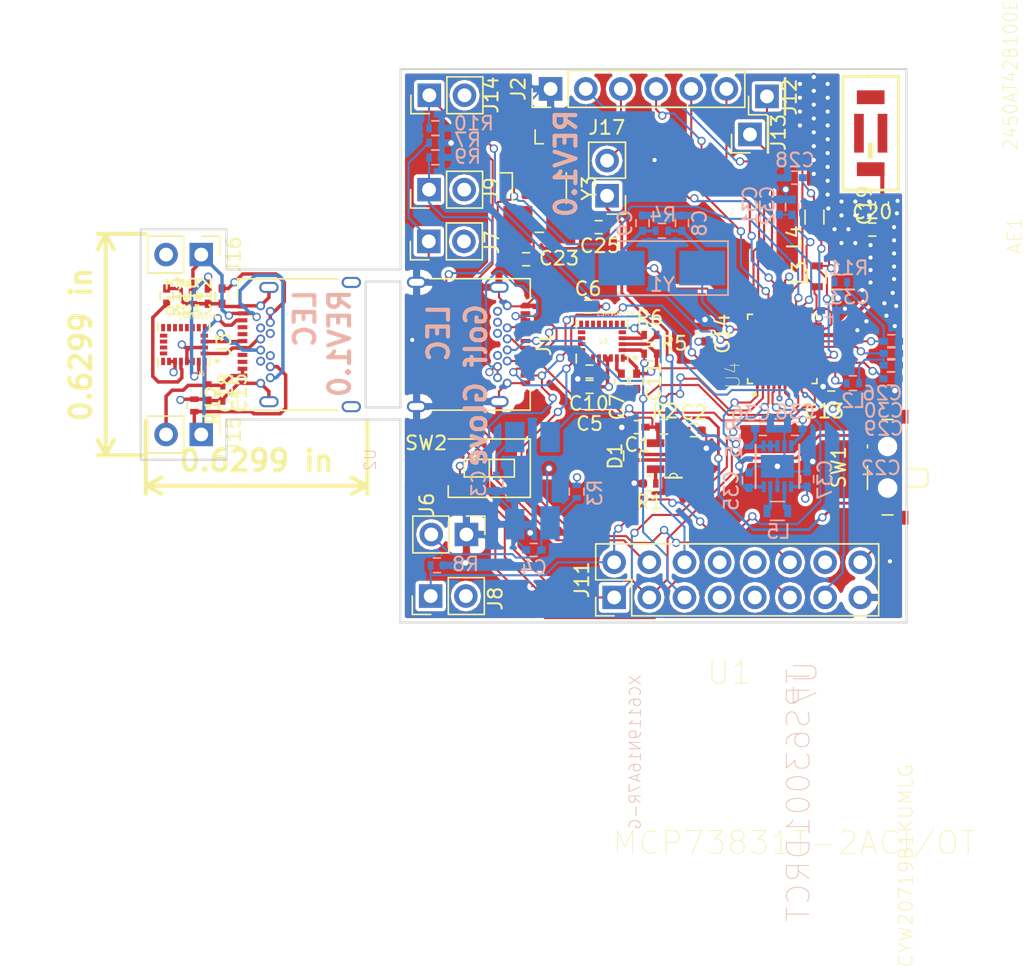
<source format=kicad_pcb>
(kicad_pcb (version 4) (host pcbnew 4.0.7)
  (layers (0 F.Cu signal) (1 In1.Cu signal hide) (2 In2.Cu signal hide) (31 B.Cu signal) (34 B.Paste user) (35 F.Paste user) (36 B.SilkS user) (37 F.SilkS user) (38 B.Mask user) (39 F.Mask user) (44 Edge.Cuts user))
  (net 0 "")
  (net 1 "Net-(AE1-Pad1)")
  (net 2 ChgVDD)
  (net 3 GND)
  (net 4 BatteryOutChg)
  (net 5 "Net-(C3-Pad1)")
  (net 6 "Net-(C4-Pad2)")
  (net 7 3.3v)
  (net 8 "Net-(C7-Pad2)")
  (net 9 "Net-(C8-Pad1)")
  (net 10 "Net-(C9-Pad2)")
  (net 11 "Net-(C10-Pad2)")
  (net 12 "Net-(C16-Pad2)")
  (net 13 "Net-(C17-Pad2)")
  (net 14 "Net-(C23-Pad1)")
  (net 15 "Net-(C25-Pad1)")
  (net 16 PAVDD)
  (net 17 1P2VRF)
  (net 18 CBUCK_OUT)
  (net 19 "Net-(C31-Pad2)")
  (net 20 "Net-(C33-Pad2)")
  (net 21 BatteryOutBuck)
  (net 22 "Net-(C36-Pad1)")
  (net 23 "Net-(D1-Pad2)")
  (net 24 "Net-(D1-Pad1)")
  (net 25 "Net-(J1-PadA5)")
  (net 26 SCLK)
  (net 27 SDA)
  (net 28 "Net-(J1-PadA8)")
  (net 29 "Net-(J1-PadB5)")
  (net 30 "Net-(J1-PadB8)")
  (net 31 "Net-(J1-PadB10)")
  (net 32 "Net-(J1-PadB11)")
  (net 33 /BT_UART_RTS)
  (net 34 "Net-(J17-Pad2)")
  (net 35 /BT_UART_RX)
  (net 36 /BT_UART_TX)
  (net 37 /BT_UART_CTS)
  (net 38 "Net-(J3-PadA4)")
  (net 39 "Net-(J3-PadA5)")
  (net 40 PSensor1)
  (net 41 "Net-(J3-PadA9)")
  (net 42 "Net-(J3-PadA8)")
  (net 43 "Net-(J3-PadB4)")
  (net 44 "Net-(J3-PadB9)")
  (net 45 "Net-(J3-PadB5)")
  (net 46 "Net-(J3-PadB8)")
  (net 47 "Net-(J11-Pad7)")
  (net 48 "Net-(J11-Pad9)")
  (net 49 "Net-(J11-Pad14)")
  (net 50 "Net-(J11-Pad16)")
  (net 51 "Net-(J12-Pad1)")
  (net 52 "Net-(J13-Pad1)")
  (net 53 "Net-(L2-Pad2)")
  (net 54 "Net-(L5-Pad1)")
  (net 55 "Net-(L5-Pad2)")
  (net 56 "Net-(R1-Pad1)")
  (net 57 RST_N)
  (net 58 "Net-(U3-Pad5)")
  (net 59 "Net-(U3-Pad6)")
  (net 60 "Net-(U3-Pad7)")
  (net 61 "Net-(U3-Pad8)")
  (net 62 "Net-(U3-Pad9)")
  (net 63 "Net-(U3-Pad10)")
  (net 64 "Net-(U3-Pad11)")
  (net 65 "Net-(U3-Pad12)")
  (net 66 "Net-(U3-Pad13)")
  (net 67 "Net-(U5-Pad5)")
  (net 68 "Net-(U5-Pad6)")
  (net 69 "Net-(U5-Pad7)")
  (net 70 "Net-(U5-Pad8)")
  (net 71 "Net-(U5-Pad9)")
  (net 72 "Net-(U5-Pad10)")
  (net 73 "Net-(U5-Pad11)")
  (net 74 "Net-(U5-Pad12)")
  (net 75 "Net-(U5-Pad13)")
  (net 76 SCLK-USB)
  (net 77 SDA-USB)
  (net 78 USBVCC)
  (net 79 PSensor2)
  (net 80 Sensor1)
  (net 81 Sensor2)
  (net 82 Sensor3)
  (net 83 Sensor4)
  (net 84 USBGND)
  (net 85 "Net-(J11-Pad8)")
  (net 86 "Net-(J11-Pad10)")
  (net 87 "Net-(J11-Pad13)")
  (net 88 "Net-(U4-Pad34)")
  (net 89 "Net-(U4-Pad35)")
  (net 90 "Net-(U4-Pad36)")
  (net 91 "Net-(U4-Pad37)")
  (net 92 "Net-(U4-Pad40)")
  (net 93 "Net-(U4-Pad7)")
  (net 94 "Net-(C19-Pad1)")
  (module VIA-0.6mm (layer F.Cu) (at 148.275 120.875 90)
    (fp_text reference REF** hide)
    (fp_text value VIA-0.6mm hide)
    (pad 1 thru_hole circle (at 0 0 90) (size 0.6 0.6) (drill 0.3) (layers *.Cu) (net 3 GND))
  )
  (module VIA-0.6mm (layer F.Cu) (at 147.325 128.275 90)
    (fp_text reference REF** hide)
    (fp_text value VIA-0.6mm hide)
    (pad 1 thru_hole circle (at 0 0 90) (size 0.6 0.6) (drill 0.3) (layers *.Cu) (net 3 GND))
  )
  (module VIA-0.6mm (layer F.Cu) (at 146.925 130.025 90)
    (fp_text reference REF** hide)
    (fp_text value VIA-0.6mm hide)
  )
  (module CYW20719B1KUMLG:QFN40P500X500X60-41N (layer F.Cu) (at 139.95 131.575 90)
    (fp_text reference U4 (at -1.9 -3.575 90) (layer F.SilkS) (effects (font (size 1.00086 1.00086) (thickness 0.05))))
    (fp_text value CYW20719B1KUMLG (at -37.35 8.925 90) (layer F.SilkS) (effects (font (size 1.00054 1.00054) (thickness 0.05))))
    (pad 11 smd rect (at -1.8 2.455 180) (size 0.81 0.22) (layers F.Cu F.Paste F.Mask) (net 3 GND))
    (pad 12 smd rect (at -1.4 2.455 180) (size 0.81 0.22) (layers F.Cu F.Paste F.Mask) (net 53 "Net-(L2-Pad2)"))
    (pad 13 smd rect (at -1 2.455 180) (size 0.81 0.22) (layers F.Cu F.Paste F.Mask) (net 7 3.3v))
    (pad 14 smd rect (at -0.6 2.455 180) (size 0.81 0.22) (layers F.Cu F.Paste F.Mask) (net 17 1P2VRF))
    (pad 15 smd rect (at -0.2 2.455 180) (size 0.81 0.22) (layers F.Cu F.Paste F.Mask) (net 18 CBUCK_OUT))
    (pad 16 smd rect (at 0.2 2.455 180) (size 0.81 0.22) (layers F.Cu F.Paste F.Mask) (net 18 CBUCK_OUT))
    (pad 17 smd rect (at 0.6 2.455 180) (size 0.81 0.22) (layers F.Cu F.Paste F.Mask) (net 16 PAVDD))
    (pad 18 smd rect (at 1 2.455 180) (size 0.81 0.22) (layers F.Cu F.Paste F.Mask) (net 94 "Net-(C19-Pad1)"))
    (pad 19 smd rect (at 1.4 2.455 180) (size 0.81 0.22) (layers F.Cu F.Paste F.Mask) (net 19 "Net-(C31-Pad2)"))
    (pad 20 smd rect (at 1.8 2.455 180) (size 0.81 0.22) (layers F.Cu F.Paste F.Mask) (net 20 "Net-(C33-Pad2)"))
    (pad 31 smd rect (at 1.8 -2.455 180) (size 0.81 0.22) (layers F.Cu F.Paste F.Mask) (net 10 "Net-(C9-Pad2)"))
    (pad 32 smd rect (at 1.4 -2.455 180) (size 0.81 0.22) (layers F.Cu F.Paste F.Mask) (net 9 "Net-(C8-Pad1)"))
    (pad 33 smd rect (at 1 -2.455 180) (size 0.81 0.22) (layers F.Cu F.Paste F.Mask) (net 83 Sensor4))
    (pad 34 smd rect (at 0.6 -2.455 180) (size 0.81 0.22) (layers F.Cu F.Paste F.Mask) (net 88 "Net-(U4-Pad34)"))
    (pad 35 smd rect (at 0.2 -2.455 180) (size 0.81 0.22) (layers F.Cu F.Paste F.Mask) (net 89 "Net-(U4-Pad35)"))
    (pad 36 smd rect (at -0.2 -2.455 180) (size 0.81 0.22) (layers F.Cu F.Paste F.Mask) (net 90 "Net-(U4-Pad36)"))
    (pad 37 smd rect (at -0.6 -2.455 180) (size 0.81 0.22) (layers F.Cu F.Paste F.Mask) (net 91 "Net-(U4-Pad37)"))
    (pad 38 smd rect (at -1 -2.455 180) (size 0.81 0.22) (layers F.Cu F.Paste F.Mask) (net 40 PSensor1))
    (pad 39 smd rect (at -1.4 -2.455 180) (size 0.81 0.22) (layers F.Cu F.Paste F.Mask) (net 7 3.3v))
    (pad 40 smd rect (at -1.8 -2.455 180) (size 0.81 0.22) (layers F.Cu F.Paste F.Mask) (net 92 "Net-(U4-Pad40)"))
    (pad 1 smd rect (at -2.455 -1.8 90) (size 0.81 0.22) (layers F.Cu F.Paste F.Mask) (net 82 Sensor3))
    (pad 2 smd rect (at -2.455 -1.4 90) (size 0.81 0.22) (layers F.Cu F.Paste F.Mask) (net 27 SDA))
    (pad 3 smd rect (at -2.455 -1 90) (size 0.81 0.22) (layers F.Cu F.Paste F.Mask) (net 80 Sensor1))
    (pad 4 smd rect (at -2.455 -0.6 90) (size 0.81 0.22) (layers F.Cu F.Paste F.Mask) (net 81 Sensor2))
    (pad 5 smd rect (at -2.455 -0.2 90) (size 0.81 0.22) (layers F.Cu F.Paste F.Mask) (net 49 "Net-(J11-Pad14)"))
    (pad 6 smd rect (at -2.455 0.2 90) (size 0.81 0.22) (layers F.Cu F.Paste F.Mask) (net 79 PSensor2))
    (pad 7 smd rect (at -2.455 0.6 90) (size 0.81 0.22) (layers F.Cu F.Paste F.Mask) (net 93 "Net-(U4-Pad7)"))
    (pad 8 smd rect (at -2.455 1 90) (size 0.81 0.22) (layers F.Cu F.Paste F.Mask) (net 26 SCLK))
    (pad 9 smd rect (at -2.455 1.4 90) (size 0.81 0.22) (layers F.Cu F.Paste F.Mask) (net 87 "Net-(J11-Pad13)"))
    (pad 10 smd rect (at -2.455 1.8 90) (size 0.81 0.22) (layers F.Cu F.Paste F.Mask) (net 57 RST_N))
    (pad 21 smd rect (at 2.455 1.8 90) (size 0.81 0.22) (layers F.Cu F.Paste F.Mask) (net 19 "Net-(C31-Pad2)"))
    (pad 22 smd rect (at 2.455 1.4 90) (size 0.81 0.22) (layers F.Cu F.Paste F.Mask) (net 15 "Net-(C25-Pad1)"))
    (pad 23 smd rect (at 2.455 1 90) (size 0.81 0.22) (layers F.Cu F.Paste F.Mask) (net 14 "Net-(C23-Pad1)"))
    (pad 24 smd rect (at 2.455 0.6 90) (size 0.81 0.22) (layers F.Cu F.Paste F.Mask) (net 51 "Net-(J12-Pad1)"))
    (pad 25 smd rect (at 2.455 0.2 90) (size 0.81 0.22) (layers F.Cu F.Paste F.Mask) (net 7 3.3v))
    (pad 26 smd rect (at 2.455 -0.2 90) (size 0.81 0.22) (layers F.Cu F.Paste F.Mask) (net 52 "Net-(J13-Pad1)"))
    (pad 27 smd rect (at 2.455 -0.6 90) (size 0.81 0.22) (layers F.Cu F.Paste F.Mask) (net 35 /BT_UART_RX))
    (pad 28 smd rect (at 2.455 -1 90) (size 0.81 0.22) (layers F.Cu F.Paste F.Mask) (net 36 /BT_UART_TX))
    (pad 29 smd rect (at 2.455 -1.4 90) (size 0.81 0.22) (layers F.Cu F.Paste F.Mask) (net 33 /BT_UART_RTS))
    (pad 30 smd rect (at 2.455 -1.8 90) (size 0.81 0.22) (layers F.Cu F.Paste F.Mask) (net 37 /BT_UART_CTS))
    (pad 41 smd rect (at 0 0 90) (size 3.7 3.7) (layers F.Cu F.Paste F.Mask) (net 3 GND))
  )
  (module VIA-0.6mm (layer F.Cu) (at 143.275 121.425 90)
    (fp_text reference REF** hide)
    (fp_text value VIA-0.6mm hide)
    (pad 1 thru_hole circle (at 0 0 90) (size 0.6 0.6) (drill 0.3) (layers *.Cu) (net 3 GND))
  )
  (module VIA-0.6mm (layer F.Cu) (at 146.325 124.075 90)
    (fp_text reference REF** hide)
    (fp_text value VIA-0.6mm hide)
    (pad 1 thru_hole circle (at 0 0 90) (size 0.6 0.6) (drill 0.3) (layers *.Cu) (net 3 GND))
  )
  (module VIA-0.6mm (layer F.Cu) (at 144.475 128.675 90)
    (fp_text reference REF** hide)
    (fp_text value VIA-0.6mm hide)
    (pad 1 thru_hole circle (at 0 0 90) (size 0.6 0.6) (drill 0.3) (layers *.Cu) (net 3 GND))
  )
  (module VIA-0.6mm (layer F.Cu) (at 109.725 131.925 90)
    (fp_text reference REF** hide)
    (fp_text value VIA-0.6mm hide)
    (pad 1 thru_hole circle (at 1 3.5 90) (size 0.6 0.6) (drill 0.3) (layers *.Cu) (net 3 GND))
  )
  (module VIA-0.6mm (layer F.Cu) (at 144.225 147.925 90)
    (fp_text reference REF** hide)
    (fp_text value VIA-0.6mm hide)
    (pad 1 thru_hole circle (at 1 3.5 90) (size 0.6 0.6) (drill 0.3) (layers *.Cu) (net 3 GND))
  )
  (module VIA-0.6mm (layer F.Cu) (at 127.225 118.925 90)
    (fp_text reference REF** hide)
    (fp_text value VIA-0.6mm hide)
    (pad 1 thru_hole circle (at 1 3.5 90) (size 0.6 0.6) (drill 0.3) (layers *.Cu) (net 3 GND))
  )
  (module VIA-0.6mm (layer F.Cu) (at 148.075 129.925 90)
    (fp_text reference REF** hide)
    (fp_text value VIA-0.6mm hide)
    (pad 1 thru_hole circle (at 0 0 90) (size 0.6 0.6) (drill 0.3) (layers *.Cu) (net 3 GND))
  )
  (module VIA-0.6mm (layer F.Cu) (at 146.025 129.575 90)
    (fp_text reference REF** hide)
    (fp_text value VIA-0.6mm hide)
    (pad 1 thru_hole circle (at 0 0 90) (size 0.6 0.6) (drill 0.3) (layers *.Cu) (net 3 GND))
  )
  (module VIA-0.6mm (layer F.Cu) (at 145.375 130.225 90)
    (fp_text reference REF** hide)
    (fp_text value VIA-0.6mm hide)
    (pad 1 thru_hole circle (at 0 0 90) (size 0.6 0.6) (drill 0.3) (layers *.Cu) (net 3 GND))
  )
  (module VIA-0.6mm (layer F.Cu) (at 146.675 128.925 90)
    (fp_text reference REF** hide)
    (fp_text value VIA-0.6mm hide)
  )
  (module VIA-0.6mm (layer F.Cu) (at 141.225 113.425 90)
    (fp_text reference REF** hide)
    (fp_text value VIA-0.6mm hide)
    (pad 1 thru_hole circle (at 0 0 90) (size 0.6 0.6) (drill 0.3) (layers *.Cu) (net 3 GND))
  )
  (module VIA-0.6mm (layer F.Cu) (at 141.225 115.425 90)
    (fp_text reference REF** hide)
    (fp_text value VIA-0.6mm hide)
    (pad 1 thru_hole circle (at 0 0 90) (size 0.6 0.6) (drill 0.3) (layers *.Cu) (net 3 GND))
  )
  (module VIA-0.6mm (layer F.Cu) (at 141.225 112.425 90)
    (fp_text reference REF** hide)
    (fp_text value VIA-0.6mm hide)
    (pad 1 thru_hole circle (at 0 0 90) (size 0.6 0.6) (drill 0.3) (layers *.Cu) (net 3 GND))
  )
  (module VIA-0.6mm (layer F.Cu) (at 145.725 127.325 90)
    (fp_text reference REF** hide)
    (fp_text value VIA-0.6mm hide)
    (pad 1 thru_hole circle (at 0 0 90) (size 0.6 0.6) (drill 0.3) (layers *.Cu) (net 3 GND))
  )
  (module VIA-0.6mm (layer F.Cu) (at 148.175 128.475 90)
    (fp_text reference REF** hide)
    (fp_text value VIA-0.6mm hide)
    (pad 1 thru_hole circle (at 0 0 90) (size 0.6 0.6) (drill 0.3) (layers *.Cu) (net 3 GND))
  )
  (module VIA-0.6mm (layer F.Cu) (at 144.725 122.925 90)
    (fp_text reference REF** hide)
    (fp_text value VIA-0.6mm hide)
    (pad 1 thru_hole circle (at 0 0 90) (size 0.6 0.6) (drill 0.3) (layers *.Cu) (net 3 GND))
  )
  (module VIA-0.6mm (layer F.Cu) (at 146.325 126.775 90)
    (fp_text reference REF** hide)
    (fp_text value VIA-0.6mm hide)
    (pad 1 thru_hole circle (at 0 0 90) (size 0.6 0.6) (drill 0.3) (layers *.Cu) (net 3 GND))
  )
  (module VIA-0.6mm (layer F.Cu) (at 143.725 122.925 90)
    (fp_text reference REF** hide)
    (fp_text value VIA-0.6mm hide)
    (pad 1 thru_hole circle (at 0 0 90) (size 0.6 0.6) (drill 0.3) (layers *.Cu) (net 3 GND))
  )
  (module VIA-0.6mm (layer F.Cu) (at 145.225 123.925 90)
    (fp_text reference REF** hide)
    (fp_text value VIA-0.6mm hide)
    (pad 1 thru_hole circle (at 0 0 90) (size 0.6 0.6) (drill 0.3) (layers *.Cu) (net 3 GND))
  )
  (module VIA-0.6mm (layer F.Cu) (at 141.225 114.425 90)
    (fp_text reference REF** hide)
    (fp_text value VIA-0.6mm hide)
    (pad 1 thru_hole circle (at 0 0 90) (size 0.6 0.6) (drill 0.3) (layers *.Cu) (net 3 GND))
  )
  (module VIA-0.6mm (layer F.Cu) (at 144.225 123.925 90)
    (fp_text reference REF** hide)
    (fp_text value VIA-0.6mm hide)
    (pad 1 thru_hole circle (at 0 0 90) (size 0.6 0.6) (drill 0.3) (layers *.Cu) (net 3 GND))
  )
  (module VIA-0.6mm (layer F.Cu) (at 146.325 125.875 90)
    (fp_text reference REF** hide)
    (fp_text value VIA-0.6mm hide)
    (pad 1 thru_hole circle (at 0 0 90) (size 0.6 0.6) (drill 0.3) (layers *.Cu) (net 3 GND))
  )
  (module VIA-0.6mm (layer F.Cu) (at 148.025 123.725 90)
    (fp_text reference REF** hide)
    (fp_text value VIA-0.6mm hide)
    (pad 1 thru_hole circle (at 0 0 90) (size 0.6 0.6) (drill 0.3) (layers *.Cu) (net 3 GND))
  )
  (module VIA-0.6mm (layer F.Cu) (at 148.025 122.775 90)
    (fp_text reference REF** hide)
    (fp_text value VIA-0.6mm hide)
    (pad 1 thru_hole circle (at 0 0 90) (size 0.6 0.6) (drill 0.3) (layers *.Cu) (net 3 GND))
  )
  (module VIA-0.6mm (layer F.Cu) (at 145.225 121.925 90)
    (fp_text reference REF** hide)
    (fp_text value VIA-0.6mm hide)
    (pad 1 thru_hole circle (at 0 0 90) (size 0.6 0.6) (drill 0.3) (layers *.Cu) (net 3 GND))
  )
  (module VIA-0.6mm (layer F.Cu) (at 145.225 120.925 90)
    (fp_text reference REF** hide)
    (fp_text value VIA-0.6mm hide)
    (pad 1 thru_hole circle (at 0 0 90) (size 0.6 0.6) (drill 0.3) (layers *.Cu) (net 3 GND))
  )
  (module VIA-0.6mm (layer F.Cu) (at 144.225 120.925 90)
    (fp_text reference REF** hide)
    (fp_text value VIA-0.6mm hide)
    (pad 1 thru_hole circle (at 0 0 90) (size 0.6 0.6) (drill 0.3) (layers *.Cu) (net 3 GND))
  )
  (module VIA-0.6mm (layer F.Cu) (at 147.475 129.175 90)
    (fp_text reference REF** hide)
    (fp_text value VIA-0.6mm hide)
    (pad 1 thru_hole circle (at 0 0 90) (size 0.6 0.6) (drill 0.3) (layers *.Cu) (net 3 GND))
  )
  (module VIA-0.6mm (layer F.Cu) (at 148.225 121.775 90)
    (fp_text reference REF** hide)
    (fp_text value VIA-0.6mm hide)
    (pad 1 thru_hole circle (at 0 0 90) (size 0.6 0.6) (drill 0.3) (layers *.Cu) (net 3 GND))
  )
  (module VIA-0.6mm (layer F.Cu) (at 146.225 121.925 90)
    (fp_text reference REF** hide)
    (fp_text value VIA-0.6mm hide)
    (pad 1 thru_hole circle (at 0 0 90) (size 0.6 0.6) (drill 0.3) (layers *.Cu) (net 3 GND))
  )
  (module VIA-0.6mm (layer F.Cu) (at 144.225 121.925 90)
    (fp_text reference REF** hide)
    (fp_text value VIA-0.6mm hide)
    (pad 1 thru_hole circle (at 0 0 90) (size 0.6 0.6) (drill 0.3) (layers *.Cu) (net 3 GND))
  )
  (module VIA-0.6mm (layer F.Cu) (at 143.225 120.425 90)
    (fp_text reference REF** hide)
    (fp_text value VIA-0.6mm hide)
    (pad 1 thru_hole circle (at 0 0 90) (size 0.6 0.6) (drill 0.3) (layers *.Cu) (net 3 GND))
  )
  (module VIA-0.6mm (layer F.Cu) (at 148.025 126.525 90)
    (fp_text reference REF** hide)
    (fp_text value VIA-0.6mm hide)
    (pad 1 thru_hole circle (at 0 0 90) (size 0.6 0.6) (drill 0.3) (layers *.Cu) (net 3 GND))
  )
  (module VIA-0.6mm (layer F.Cu) (at 144.525 125.675 90)
    (fp_text reference REF** hide)
    (fp_text value VIA-0.6mm hide)
    (pad 1 thru_hole circle (at 1 3.5 90) (size 0.6 0.6) (drill 0.3) (layers *.Cu) (net 3 GND))
  )
  (module VIA-0.6mm (layer F.Cu) (at 146.225 120.925 90)
    (fp_text reference REF** hide)
    (fp_text value VIA-0.6mm hide)
    (pad 1 thru_hole circle (at 0 0 90) (size 0.6 0.6) (drill 0.3) (layers *.Cu) (net 3 GND))
  )
  (module VIA-0.6mm (layer F.Cu) (at 142.225 113.925 90)
    (fp_text reference REF** hide)
    (fp_text value VIA-0.6mm hide)
    (pad 1 thru_hole circle (at 0 0 90) (size 0.6 0.6) (drill 0.3) (layers *.Cu) (net 3 GND))
  )
  (module VIA-0.6mm (layer F.Cu) (at 142.225 117.925 90)
    (fp_text reference REF** hide)
    (fp_text value VIA-0.6mm hide)
    (pad 1 thru_hole circle (at 0 0 90) (size 0.6 0.6) (drill 0.3) (layers *.Cu) (net 3 GND))
  )
  (module VIA-0.6mm (layer F.Cu) (at 147.925 127.525 90)
    (fp_text reference REF** hide)
    (fp_text value VIA-0.6mm hide)
    (pad 1 thru_hole circle (at 0 0 90) (size 0.6 0.6) (drill 0.3) (layers *.Cu) (net 3 GND))
  )
  (module VIA-0.6mm (layer F.Cu) (at 148.025 125.625 90)
    (fp_text reference REF** hide)
    (fp_text value VIA-0.6mm hide)
    (pad 1 thru_hole circle (at 0 0 90) (size 0.6 0.6) (drill 0.3) (layers *.Cu) (net 3 GND))
  )
  (module VIA-0.6mm (layer F.Cu) (at 142.225 118.925 90)
    (fp_text reference REF** hide)
    (fp_text value VIA-0.6mm hide)
    (pad 1 thru_hole circle (at 0 0 90) (size 0.6 0.6) (drill 0.3) (layers *.Cu) (net 3 GND))
  )
  (module VIA-0.6mm (layer F.Cu) (at 143.225 119.425 90)
    (fp_text reference REF** hide)
    (fp_text value VIA-0.6mm hide)
    (pad 1 thru_hole circle (at 0 0 90) (size 0.6 0.6) (drill 0.3) (layers *.Cu) (net 3 GND))
  )
  (module VIA-0.6mm (layer F.Cu) (at 142.225 115.925 90)
    (fp_text reference REF** hide)
    (fp_text value VIA-0.6mm hide)
    (pad 1 thru_hole circle (at 0 0 90) (size 0.6 0.6) (drill 0.3) (layers *.Cu) (net 3 GND))
  )
  (module VIA-0.6mm (layer F.Cu) (at 146.325 124.975 90)
    (fp_text reference REF** hide)
    (fp_text value VIA-0.6mm hide)
    (pad 1 thru_hole circle (at 0 0 90) (size 0.6 0.6) (drill 0.3) (layers *.Cu) (net 3 GND))
  )
  (module VIA-0.6mm (layer F.Cu) (at 142.225 116.925 90)
    (fp_text reference REF** hide)
    (fp_text value VIA-0.6mm hide)
    (pad 1 thru_hole circle (at 0 0 90) (size 0.6 0.6) (drill 0.3) (layers *.Cu) (net 3 GND))
  )
  (module VIA-0.6mm (layer F.Cu) (at 142.225 111.925 90)
    (fp_text reference REF** hide)
    (fp_text value VIA-0.6mm hide)
    (pad 1 thru_hole circle (at 0 0 90) (size 0.6 0.6) (drill 0.3) (layers *.Cu) (net 3 GND))
  )
  (module VIA-0.6mm (layer F.Cu) (at 142.225 112.925 90)
    (fp_text reference REF** hide)
    (fp_text value VIA-0.6mm hide)
    (pad 1 thru_hole circle (at 0 0 90) (size 0.6 0.6) (drill 0.3) (layers *.Cu) (net 3 GND))
  )
  (module VIA-0.6mm (layer F.Cu) (at 143.225 112.425 90)
    (fp_text reference REF** hide)
    (fp_text value VIA-0.6mm hide)
    (pad 1 thru_hole circle (at 0 0 90) (size 0.6 0.6) (drill 0.3) (layers *.Cu) (net 3 GND))
  )
  (module VIA-0.6mm (layer F.Cu) (at 143.225 113.425 90)
    (fp_text reference REF** hide)
    (fp_text value VIA-0.6mm hide)
    (pad 1 thru_hole circle (at 0 0 90) (size 0.6 0.6) (drill 0.3) (layers *.Cu) (net 3 GND))
  )
  (module VIA-0.6mm (layer F.Cu) (at 143.225 114.425 90)
    (fp_text reference REF** hide)
    (fp_text value VIA-0.6mm hide)
    (pad 1 thru_hole circle (at 0 0 90) (size 0.6 0.6) (drill 0.3) (layers *.Cu) (net 3 GND))
  )
  (module VIA-0.6mm (layer F.Cu) (at 143.225 115.425 90)
    (fp_text reference REF** hide)
    (fp_text value VIA-0.6mm hide)
    (pad 1 thru_hole circle (at 0 0 90) (size 0.6 0.6) (drill 0.3) (layers *.Cu) (net 3 GND))
  )
  (module VIA-0.6mm (layer F.Cu) (at 143.225 116.425 90)
    (fp_text reference REF** hide)
    (fp_text value VIA-0.6mm hide)
    (pad 1 thru_hole circle (at 0 0 90) (size 0.6 0.6) (drill 0.3) (layers *.Cu) (net 3 GND))
  )
  (module VIA-0.6mm (layer F.Cu) (at 143.225 117.425 90)
    (fp_text reference REF** hide)
    (fp_text value VIA-0.6mm hide)
    (pad 1 thru_hole circle (at 0 0 90) (size 0.6 0.6) (drill 0.3) (layers *.Cu) (net 3 GND))
  )
  (module VIA-0.6mm (layer F.Cu) (at 143.225 118.425 90)
    (fp_text reference REF** hide)
    (fp_text value VIA-0.6mm hide)
    (pad 1 thru_hole circle (at 0 0 90) (size 0.6 0.6) (drill 0.3) (layers *.Cu) (net 3 GND))
  )
  (module VIA-0.6mm (layer F.Cu) (at 142.225 114.925 90)
    (fp_text reference REF** hide)
    (fp_text value VIA-0.6mm hide)
    (pad 1 thru_hole circle (at 0 0 90) (size 0.6 0.6) (drill 0.3) (layers *.Cu) (net 3 GND))
  )
  (module Connectors_USB:USB_C_Receptacle_Amphenol_12401548E4-2A (layer F.Cu) (at 105.98 131.26 90)
    (fp_text reference J3 (at 0 -6.36 90) (layer F.SilkS))
    (fp_text value USB_C_Receptacle)
    (pad S1 thru_hole oval (at -4.13 -3.11 90) (size 0.8 1.4) (drill oval 0.5 1.1) (layers *.Cu *.Mask) (net 84 USBGND))
    (pad A1 smd rect (at -2.75 -5.02 90) (size 0.3 0.7) (layers F.Cu F.Paste F.Mask) (net 84 USBGND))
    (pad A2 smd rect (at -2.25 -5.02 90) (size 0.3 0.7) (layers F.Cu F.Paste F.Mask) (net 78 USBVCC))
    (pad A3 smd rect (at -1.75 -5.02 90) (size 0.3 0.7) (layers F.Cu F.Paste F.Mask) (net 78 USBVCC))
    (pad A4 smd rect (at -1.25 -5.02 90) (size 0.3 0.7) (layers F.Cu F.Paste F.Mask) (net 38 "Net-(J3-PadA4)"))
    (pad A5 smd rect (at -0.75 -5.02 90) (size 0.3 0.7) (layers F.Cu F.Paste F.Mask) (net 39 "Net-(J3-PadA5)"))
    (pad A6 smd rect (at -0.25 -5.02 90) (size 0.3 0.7) (layers F.Cu F.Paste F.Mask) (net 76 SCLK-USB))
    (pad A7 smd rect (at 0.25 -5.02 90) (size 0.3 0.7) (layers F.Cu F.Paste F.Mask) (net 77 SDA-USB))
    (pad A12 smd rect (at 2.75 -5.02 90) (size 0.3 0.7) (layers F.Cu F.Paste F.Mask) (net 84 USBGND))
    (pad A10 smd rect (at 1.75 -5.02 90) (size 0.3 0.7) (layers F.Cu F.Paste F.Mask) (net 40 PSensor1))
    (pad A9 smd rect (at 1.25 -5.02 90) (size 0.3 0.7) (layers F.Cu F.Paste F.Mask) (net 41 "Net-(J3-PadA9)"))
    (pad A8 smd rect (at 0.75 -5.02 90) (size 0.3 0.7) (layers F.Cu F.Paste F.Mask) (net 42 "Net-(J3-PadA8)"))
    (pad A11 smd rect (at 2.25 -5.02 90) (size 0.3 0.7) (layers F.Cu F.Paste F.Mask) (net 79 PSensor2))
    (pad S1 thru_hole oval (at 4.13 -3.11 90) (size 0.8 1.4) (drill oval 0.5 1.1) (layers *.Cu *.Mask) (net 84 USBGND))
    (pad S1 thru_hole oval (at 4.49 2.84 90) (size 0.8 1.4) (drill oval 0.5 1.1) (layers *.Cu *.Mask) (net 84 USBGND))
    (pad S1 thru_hole oval (at -4.49 2.84 90) (size 0.8 1.4) (drill oval 0.5 1.1) (layers *.Cu *.Mask) (net 84 USBGND))
    (pad "" np_thru_hole oval (at 3.6 -4.36 90) (size 0.95 0.65) (drill oval 0.95 0.65) (layers *.Cu *.Mask))
    (pad "" np_thru_hole circle (at -3.6 -4.36 90) (size 0.65 0.65) (drill 0.65) (layers *.Cu *.Mask))
    (pad B1 thru_hole circle (at 2.8 -3.71 90) (size 0.65 0.65) (drill 0.4) (layers *.Cu *.Mask) (net 84 USBGND))
    (pad B4 thru_hole circle (at 1.2 -3.71 90) (size 0.65 0.65) (drill 0.4) (layers *.Cu *.Mask) (net 43 "Net-(J3-PadB4)"))
    (pad B6 thru_hole circle (at 0.4 -3.71 90) (size 0.65 0.65) (drill 0.4) (layers *.Cu *.Mask) (net 76 SCLK-USB))
    (pad B7 thru_hole circle (at -0.4 -3.71 90) (size 0.65 0.65) (drill 0.4) (layers *.Cu *.Mask) (net 77 SDA-USB))
    (pad B9 thru_hole circle (at -1.2 -3.71 90) (size 0.65 0.65) (drill 0.4) (layers *.Cu *.Mask) (net 44 "Net-(J3-PadB9)"))
    (pad B12 thru_hole circle (at -2.8 -3.71 90) (size 0.65 0.65) (drill 0.4) (layers *.Cu *.Mask) (net 84 USBGND))
    (pad B2 thru_hole circle (at 2.4 -3.01 90) (size 0.65 0.65) (drill 0.4) (layers *.Cu *.Mask) (net 78 USBVCC))
    (pad B3 thru_hole circle (at 1.6 -3.01 90) (size 0.65 0.65) (drill 0.4) (layers *.Cu *.Mask) (net 78 USBVCC))
    (pad B5 thru_hole circle (at 0.8 -3.01 90) (size 0.65 0.65) (drill 0.4) (layers *.Cu *.Mask) (net 45 "Net-(J3-PadB5)"))
    (pad B8 thru_hole circle (at -0.8 -3.01 90) (size 0.65 0.65) (drill 0.4) (layers *.Cu *.Mask) (net 46 "Net-(J3-PadB8)"))
    (pad B10 thru_hole circle (at -1.6 -3.01 90) (size 0.65 0.65) (drill 0.4) (layers *.Cu *.Mask) (net 40 PSensor1))
    (pad B11 thru_hole circle (at -2.4 -3.01 90) (size 0.65 0.65) (drill 0.4) (layers *.Cu *.Mask) (net 79 PSensor2))
  )
  (module Pin_Headers:Pin_Header_Straight_1x02_Pitch2.54mm (layer F.Cu) (at 97.98 124.76 270)
    (fp_text reference J16 (at 0 -2.33 270) (layer F.SilkS))
    (fp_text value Conn_01x02)
    (pad 1 thru_hole rect (at 0 0 270) (size 1.7 1.7) (drill 1) (layers *.Cu *.Mask) (net 79 PSensor2))
    (pad 2 thru_hole oval (at 0 2.54 270) (size 1.7 1.7) (drill 1) (layers *.Cu *.Mask) (net 78 USBVCC))
  )
  (module Connectors_USB:USB_C_Receptacle_Amphenol_12401548E4-2A (layer F.Cu) (at 116.375 131.25 270)
    (fp_text reference J1 (at 0 -6.36 270) (layer F.SilkS))
    (fp_text value USB_C_Receptacle)
    (pad S1 thru_hole oval (at -4.13 -3.11 270) (size 0.8 1.4) (drill oval 0.5 1.1) (layers *.Cu *.Mask) (net 3 GND))
    (pad A1 smd rect (at -2.75 -5.02 270) (size 0.3 0.7) (layers F.Cu F.Paste F.Mask) (net 3 GND))
    (pad A2 smd rect (at -2.25 -5.02 270) (size 0.3 0.7) (layers F.Cu F.Paste F.Mask) (net 7 3.3v))
    (pad A3 smd rect (at -1.75 -5.02 270) (size 0.3 0.7) (layers F.Cu F.Paste F.Mask) (net 7 3.3v))
    (pad A4 smd rect (at -1.25 -5.02 270) (size 0.3 0.7) (layers F.Cu F.Paste F.Mask) (net 2 ChgVDD))
    (pad A5 smd rect (at -0.75 -5.02 270) (size 0.3 0.7) (layers F.Cu F.Paste F.Mask) (net 25 "Net-(J1-PadA5)"))
    (pad A6 smd rect (at -0.25 -5.02 270) (size 0.3 0.7) (layers F.Cu F.Paste F.Mask) (net 26 SCLK))
    (pad A7 smd rect (at 0.25 -5.02 270) (size 0.3 0.7) (layers F.Cu F.Paste F.Mask) (net 27 SDA))
    (pad A12 smd rect (at 2.75 -5.02 270) (size 0.3 0.7) (layers F.Cu F.Paste F.Mask) (net 3 GND))
    (pad A10 smd rect (at 1.75 -5.02 270) (size 0.3 0.7) (layers F.Cu F.Paste F.Mask) (net 40 PSensor1))
    (pad A9 smd rect (at 1.25 -5.02 270) (size 0.3 0.7) (layers F.Cu F.Paste F.Mask) (net 2 ChgVDD))
    (pad A8 smd rect (at 0.75 -5.02 270) (size 0.3 0.7) (layers F.Cu F.Paste F.Mask) (net 28 "Net-(J1-PadA8)"))
    (pad A11 smd rect (at 2.25 -5.02 270) (size 0.3 0.7) (layers F.Cu F.Paste F.Mask) (net 79 PSensor2))
    (pad S1 thru_hole oval (at 4.13 -3.11 270) (size 0.8 1.4) (drill oval 0.5 1.1) (layers *.Cu *.Mask) (net 3 GND))
    (pad S1 thru_hole oval (at 4.49 2.84 270) (size 0.8 1.4) (drill oval 0.5 1.1) (layers *.Cu *.Mask) (net 3 GND))
    (pad S1 thru_hole oval (at -4.49 2.84 270) (size 0.8 1.4) (drill oval 0.5 1.1) (layers *.Cu *.Mask) (net 3 GND))
    (pad "" np_thru_hole oval (at 3.6 -4.36 270) (size 0.95 0.65) (drill oval 0.95 0.65) (layers *.Cu *.Mask))
    (pad "" np_thru_hole circle (at -3.6 -4.36 270) (size 0.65 0.65) (drill 0.65) (layers *.Cu *.Mask))
    (pad B1 thru_hole circle (at 2.8 -3.71 270) (size 0.65 0.65) (drill 0.4) (layers *.Cu *.Mask) (net 3 GND))
    (pad B4 thru_hole circle (at 1.2 -3.71 270) (size 0.65 0.65) (drill 0.4) (layers *.Cu *.Mask) (net 2 ChgVDD))
    (pad B6 thru_hole circle (at 0.4 -3.71 270) (size 0.65 0.65) (drill 0.4) (layers *.Cu *.Mask) (net 26 SCLK))
    (pad B7 thru_hole circle (at -0.4 -3.71 270) (size 0.65 0.65) (drill 0.4) (layers *.Cu *.Mask) (net 27 SDA))
    (pad B9 thru_hole circle (at -1.2 -3.71 270) (size 0.65 0.65) (drill 0.4) (layers *.Cu *.Mask) (net 2 ChgVDD))
    (pad B12 thru_hole circle (at -2.8 -3.71 270) (size 0.65 0.65) (drill 0.4) (layers *.Cu *.Mask) (net 3 GND))
    (pad B2 thru_hole circle (at 2.4 -3.01 270) (size 0.65 0.65) (drill 0.4) (layers *.Cu *.Mask) (net 7 3.3v))
    (pad B3 thru_hole circle (at 1.6 -3.01 270) (size 0.65 0.65) (drill 0.4) (layers *.Cu *.Mask) (net 7 3.3v))
    (pad B5 thru_hole circle (at 0.8 -3.01 270) (size 0.65 0.65) (drill 0.4) (layers *.Cu *.Mask) (net 29 "Net-(J1-PadB5)"))
    (pad B8 thru_hole circle (at -0.8 -3.01 270) (size 0.65 0.65) (drill 0.4) (layers *.Cu *.Mask) (net 30 "Net-(J1-PadB8)"))
    (pad B10 thru_hole circle (at -1.6 -3.01 270) (size 0.65 0.65) (drill 0.4) (layers *.Cu *.Mask) (net 31 "Net-(J1-PadB10)"))
    (pad B11 thru_hole circle (at -2.4 -3.01 270) (size 0.65 0.65) (drill 0.4) (layers *.Cu *.Mask) (net 32 "Net-(J1-PadB11)"))
  )
  (module LSM9DS1TR:PQFN43P300X350X102-24N (layer F.Cu) (at 96.73 131.26 180)
    (fp_text reference U5 (at -1.18911 -2.10659 180) (layer F.SilkS) (effects (font (size 0.320516 0.320516) (thickness 0.05))))
    (fp_text value LSM9DS1TR (at -0.984787 1.9984 180) (layer F.SilkS) (effects (font (size 0.320256 0.320256) (thickness 0.05))))
    (pad 1 smd rect (at -1.505 -1.22 270) (size 0.53 0.28) (layers F.Cu F.Paste F.Mask) (net 78 USBVCC))
    (pad 2 smd rect (at -1.47 -0.645) (size 0.53 0.28) (layers F.Cu F.Paste F.Mask) (net 76 SCLK-USB))
    (pad 3 smd rect (at -1.47 -0.215) (size 0.53 0.28) (layers F.Cu F.Paste F.Mask) (net 78 USBVCC))
    (pad 4 smd rect (at -1.47 0.215) (size 0.53 0.28) (layers F.Cu F.Paste F.Mask) (net 77 SDA-USB))
    (pad 5 smd rect (at -1.47 0.645) (size 0.53 0.28) (layers F.Cu F.Paste F.Mask) (net 67 "Net-(U5-Pad5)"))
    (pad 6 smd rect (at -1.505 1.22 90) (size 0.53 0.28) (layers F.Cu F.Paste F.Mask) (net 68 "Net-(U5-Pad6)"))
    (pad 7 smd rect (at -1.075 1.22 90) (size 0.53 0.28) (layers F.Cu F.Paste F.Mask) (net 69 "Net-(U5-Pad7)"))
    (pad 8 smd rect (at -0.645 1.22 90) (size 0.53 0.28) (layers F.Cu F.Paste F.Mask) (net 70 "Net-(U5-Pad8)"))
    (pad 9 smd rect (at -0.215 1.22 90) (size 0.53 0.28) (layers F.Cu F.Paste F.Mask) (net 71 "Net-(U5-Pad9)"))
    (pad 10 smd rect (at 0.215 1.22 90) (size 0.53 0.28) (layers F.Cu F.Paste F.Mask) (net 72 "Net-(U5-Pad10)"))
    (pad 11 smd rect (at 0.645 1.22 90) (size 0.53 0.28) (layers F.Cu F.Paste F.Mask) (net 73 "Net-(U5-Pad11)"))
    (pad 12 smd rect (at 1.075 1.22 90) (size 0.53 0.28) (layers F.Cu F.Paste F.Mask) (net 74 "Net-(U5-Pad12)"))
    (pad 13 smd rect (at 1.505 1.22 90) (size 0.53 0.28) (layers F.Cu F.Paste F.Mask) (net 75 "Net-(U5-Pad13)"))
    (pad 14 smd rect (at 1.47 0.645 180) (size 0.53 0.28) (layers F.Cu F.Paste F.Mask))
    (pad 15 smd rect (at 1.47 0.215 180) (size 0.53 0.28) (layers F.Cu F.Paste F.Mask))
    (pad 16 smd rect (at 1.47 -0.215 180) (size 0.53 0.28) (layers F.Cu F.Paste F.Mask))
    (pad 17 smd rect (at 1.47 -0.645 180) (size 0.53 0.28) (layers F.Cu F.Paste F.Mask))
    (pad 18 smd rect (at 1.505 -1.22 270) (size 0.53 0.28) (layers F.Cu F.Paste F.Mask))
    (pad 19 smd rect (at 1.075 -1.22 270) (size 0.53 0.28) (layers F.Cu F.Paste F.Mask) (net 84 USBGND))
    (pad 20 smd rect (at 0.645 -1.22 270) (size 0.53 0.28) (layers F.Cu F.Paste F.Mask) (net 84 USBGND))
    (pad 21 smd rect (at 0.215 -1.22 270) (size 0.53 0.28) (layers F.Cu F.Paste F.Mask) (net 13 "Net-(C17-Pad2)"))
    (pad 22 smd rect (at -0.215 -1.22 270) (size 0.53 0.28) (layers F.Cu F.Paste F.Mask) (net 78 USBVCC))
    (pad 23 smd rect (at -0.645 -1.22 270) (size 0.53 0.28) (layers F.Cu F.Paste F.Mask) (net 78 USBVCC))
    (pad 24 smd rect (at -1.075 -1.22 270) (size 0.53 0.28) (layers F.Cu F.Paste F.Mask) (net 12 "Net-(C16-Pad2)"))
  )
  (module ANTENNA---------------------:XCVR_2450AT42B100E (layer F.Cu) (at 146.3375 115.9875 90)
    (fp_text reference AE1 (at -7.4 10.4 90) (layer F.SilkS) (effects (font (size 1.00082 1.00082) (thickness 0.05))))
    (fp_text value 2450AT42B100E (at 4.2 10.1 90) (layer F.SilkS) (effects (font (size 1 0.9) (thickness 0.05))))
    (pad 1 smd rect (at -2.6 0 90) (size 1 2) (layers F.Cu F.Paste F.Mask) (net 1 "Net-(AE1-Pad1)"))
    (pad 2 smd rect (at 2.6 0 90) (size 1 2) (layers F.Cu F.Paste F.Mask))
    (pad 4 smd rect (at 0 -0.85 90) (size 2.8 0.7) (layers F.Cu F.Paste F.Mask))
    (pad 3 smd rect (at 0 0.85 90) (size 2.8 0.7) (layers F.Cu F.Paste F.Mask))
  )
  (module Capacitors_SMD:C_0402 (layer F.Cu) (at 129.5175 137.2275 180)
    (fp_text reference C1 (at 0 -1.27 180) (layer F.SilkS))
    (fp_text value C)
    (pad 1 smd rect (at -0.55 0 180) (size 0.6 0.5) (layers F.Cu F.Paste F.Mask) (net 2 ChgVDD))
    (pad 2 smd rect (at 0.55 0 180) (size 0.6 0.5) (layers F.Cu F.Paste F.Mask) (net 3 GND))
  )
  (module Capacitors_SMD:C_0402 (layer F.Cu) (at 133.5675 137.4525)
    (fp_text reference C2 (at 0 -1.27) (layer F.SilkS))
    (fp_text value C)
    (pad 1 smd rect (at -0.55 0) (size 0.6 0.5) (layers F.Cu F.Paste F.Mask) (net 4 BatteryOutChg))
    (pad 2 smd rect (at 0.55 0) (size 0.6 0.5) (layers F.Cu F.Paste F.Mask) (net 3 GND))
  )
  (module Capacitors_SMD:C_0402 (layer B.Cu) (at 119.295 141.295 270)
    (fp_text reference C3 (at 0 1.27 270) (layer B.SilkS) (effects (justify mirror)))
    (fp_text value C)
    (pad 1 smd rect (at -0.55 0 270) (size 0.6 0.5) (layers B.Cu B.Paste B.Mask) (net 5 "Net-(C3-Pad1)"))
    (pad 2 smd rect (at 0.55 0 270) (size 0.6 0.5) (layers B.Cu B.Paste B.Mask) (net 3 GND))
  )
  (module Capacitors_SMD:C_0402 (layer B.Cu) (at 121.995 146.105)
    (fp_text reference C4 (at 0 1.27) (layer B.SilkS) (effects (justify mirror)))
    (fp_text value C)
    (pad 1 smd rect (at -0.55 0) (size 0.6 0.5) (layers B.Cu B.Paste B.Mask) (net 3 GND))
    (pad 2 smd rect (at 0.55 0) (size 0.6 0.5) (layers B.Cu B.Paste B.Mask) (net 6 "Net-(C4-Pad2)"))
  )
  (module Capacitors_SMD:C_0402 (layer F.Cu) (at 126.025 134.315)
    (fp_text reference C5 (at 0 2.66) (layer F.SilkS))
    (fp_text value C)
    (pad 1 smd rect (at -0.55 0) (size 0.6 0.5) (layers F.Cu F.Paste F.Mask) (net 3 GND))
    (pad 2 smd rect (at 0.55 0) (size 0.6 0.5) (layers F.Cu F.Paste F.Mask) (net 7 3.3v))
  )
  (module Capacitors_SMD:C_0402 (layer F.Cu) (at 125.925 128.515 180)
    (fp_text reference C6 (at 0 1.29 180) (layer F.SilkS))
    (fp_text value C)
    (pad 1 smd rect (at -0.55 0 180) (size 0.6 0.5) (layers F.Cu F.Paste F.Mask) (net 7 3.3v))
    (pad 2 smd rect (at 0.55 0 180) (size 0.6 0.5) (layers F.Cu F.Paste F.Mask) (net 3 GND))
  )
  (module Capacitors_SMD:C_0402 (layer F.Cu) (at 128.325 133.915 90)
    (fp_text reference C7 (at -1.86 -0.3 90) (layer F.SilkS))
    (fp_text value C)
    (pad 1 smd rect (at -0.55 0 90) (size 0.6 0.5) (layers F.Cu F.Paste F.Mask) (net 3 GND))
    (pad 2 smd rect (at 0.55 0 90) (size 0.6 0.5) (layers F.Cu F.Paste F.Mask) (net 8 "Net-(C7-Pad2)"))
  )
  (module Capacitors_SMD:C_0402 (layer B.Cu) (at 132.705 122.485 90)
    (fp_text reference C8 (at 0 1.27 90) (layer B.SilkS) (effects (justify mirror)))
    (fp_text value C)
    (pad 1 smd rect (at -0.55 0 90) (size 0.6 0.5) (layers B.Cu B.Paste B.Mask) (net 9 "Net-(C8-Pad1)"))
    (pad 2 smd rect (at 0.55 0 90) (size 0.6 0.5) (layers B.Cu B.Paste B.Mask) (net 3 GND))
  )
  (module Capacitors_SMD:C_0402 (layer B.Cu) (at 129.855 122.485 270)
    (fp_text reference C9 (at 0 1.27 270) (layer B.SilkS) (effects (justify mirror)))
    (fp_text value C)
    (pad 1 smd rect (at -0.55 0 270) (size 0.6 0.5) (layers B.Cu B.Paste B.Mask) (net 3 GND))
    (pad 2 smd rect (at 0.55 0 270) (size 0.6 0.5) (layers B.Cu B.Paste B.Mask) (net 10 "Net-(C9-Pad2)"))
  )
  (module Capacitors_SMD:C_0402 (layer F.Cu) (at 126.025 133.215)
    (fp_text reference C10 (at -0.05 2.31) (layer F.SilkS))
    (fp_text value C)
    (pad 1 smd rect (at -0.55 0) (size 0.6 0.5) (layers F.Cu F.Paste F.Mask) (net 3 GND))
    (pad 2 smd rect (at 0.55 0) (size 0.6 0.5) (layers F.Cu F.Paste F.Mask) (net 11 "Net-(C10-Pad2)"))
  )
  (module Capacitors_SMD:C_0402 (layer F.Cu) (at 129.425 133.915 270)
    (fp_text reference C11 (at 0.01 -1.25 270) (layer F.SilkS))
    (fp_text value C)
    (pad 1 smd rect (at -0.55 0 270) (size 0.6 0.5) (layers F.Cu F.Paste F.Mask) (net 7 3.3v))
    (pad 2 smd rect (at 0.55 0 270) (size 0.6 0.5) (layers F.Cu F.Paste F.Mask) (net 3 GND))
  )
  (module Capacitors_SMD:C_0402 (layer F.Cu) (at 99.48 127.76 90)
    (fp_text reference C12 (at 0 -1.27 90) (layer F.SilkS))
    (fp_text value C)
    (pad 1 smd rect (at -0.55 0 90) (size 0.6 0.5) (layers F.Cu F.Paste F.Mask) (net 84 USBGND))
    (pad 2 smd rect (at 0.55 0 90) (size 0.6 0.5) (layers F.Cu F.Paste F.Mask) (net 78 USBVCC))
  )
  (module Capacitors_SMD:C_0402 (layer F.Cu) (at 143.49 135.09)
    (fp_text reference C13 (at -0.515 0.985) (layer F.SilkS))
    (fp_text value C)
    (pad 1 smd rect (at -0.55 0) (size 0.6 0.5) (layers F.Cu F.Paste F.Mask) (net 3 GND))
    (pad 2 smd rect (at 0.55 0) (size 0.6 0.5) (layers F.Cu F.Paste F.Mask) (net 7 3.3v))
  )
  (module Capacitors_SMD:C_0402 (layer F.Cu) (at 134.365 130.485 270)
    (fp_text reference C14 (at 0 -1.27 270) (layer F.SilkS))
    (fp_text value C)
    (pad 1 smd rect (at -0.55 0 270) (size 0.6 0.5) (layers F.Cu F.Paste F.Mask) (net 3 GND))
    (pad 2 smd rect (at 0.55 0 270) (size 0.6 0.5) (layers F.Cu F.Paste F.Mask) (net 7 3.3v))
  )
  (module Capacitors_SMD:C_0402 (layer F.Cu) (at 99.48 134.76 270)
    (fp_text reference C15 (at 0 -1.27 270) (layer F.SilkS))
    (fp_text value C)
    (pad 1 smd rect (at -0.55 0 270) (size 0.6 0.5) (layers F.Cu F.Paste F.Mask) (net 78 USBVCC))
    (pad 2 smd rect (at 0.55 0 270) (size 0.6 0.5) (layers F.Cu F.Paste F.Mask) (net 84 USBGND))
  )
  (module Capacitors_SMD:C_0402 (layer F.Cu) (at 98.48 127.76 90)
    (fp_text reference C16 (at 0 -1.27 90) (layer F.SilkS))
    (fp_text value C)
    (pad 1 smd rect (at -0.55 0 90) (size 0.6 0.5) (layers F.Cu F.Paste F.Mask) (net 84 USBGND))
    (pad 2 smd rect (at 0.55 0 90) (size 0.6 0.5) (layers F.Cu F.Paste F.Mask) (net 12 "Net-(C16-Pad2)"))
  )
  (module Capacitors_SMD:C_0402 (layer F.Cu) (at 95.48 127.76 270)
    (fp_text reference C17 (at 0 -1.27 270) (layer F.SilkS))
    (fp_text value C)
    (pad 1 smd rect (at -0.55 0 270) (size 0.6 0.5) (layers F.Cu F.Paste F.Mask) (net 84 USBGND))
    (pad 2 smd rect (at 0.55 0 270) (size 0.6 0.5) (layers F.Cu F.Paste F.Mask) (net 13 "Net-(C17-Pad2)"))
  )
  (module Capacitors_SMD:C_0402 (layer F.Cu) (at 98.48 134.76 270)
    (fp_text reference C18 (at 0 -1.27 270) (layer F.SilkS))
    (fp_text value C)
    (pad 1 smd rect (at -0.55 0 270) (size 0.6 0.5) (layers F.Cu F.Paste F.Mask) (net 78 USBVCC))
    (pad 2 smd rect (at 0.55 0 270) (size 0.6 0.5) (layers F.Cu F.Paste F.Mask) (net 84 USBGND))
  )
  (module Capacitors_SMD:C_0402 (layer B.Cu) (at 147.8 133.725)
    (fp_text reference C22 (at -0.725 6.45) (layer B.SilkS) (effects (justify mirror)))
    (fp_text value C)
    (pad 1 smd rect (at -0.55 0) (size 0.6 0.5) (layers B.Cu B.Paste B.Mask) (net 7 3.3v))
    (pad 2 smd rect (at 0.55 0) (size 0.6 0.5) (layers B.Cu B.Paste B.Mask) (net 3 GND))
  )
  (module Capacitors_SMD:C_0402 (layer F.Cu) (at 121.445 125.095)
    (fp_text reference C23 (at 2.38 -0.07) (layer F.SilkS))
    (fp_text value C)
    (pad 1 smd rect (at -0.55 0) (size 0.6 0.5) (layers F.Cu F.Paste F.Mask) (net 14 "Net-(C23-Pad1)"))
    (pad 2 smd rect (at 0.55 0) (size 0.6 0.5) (layers F.Cu F.Paste F.Mask) (net 3 GND))
  )
  (module Capacitors_SMD:C_0402 (layer F.Cu) (at 126.685 122.775)
    (fp_text reference C25 (at 0.09 1.35) (layer F.SilkS))
    (fp_text value C)
    (pad 1 smd rect (at -0.55 0) (size 0.6 0.5) (layers F.Cu F.Paste F.Mask) (net 15 "Net-(C25-Pad1)"))
    (pad 2 smd rect (at 0.55 0) (size 0.6 0.5) (layers F.Cu F.Paste F.Mask) (net 3 GND))
  )
  (module Capacitors_SMD:C_0402 (layer B.Cu) (at 147.825 131.025 180)
    (fp_text reference C26 (at 0.65 -3.75 180) (layer B.SilkS) (effects (justify mirror)))
    (fp_text value C)
    (pad 1 smd rect (at -0.55 0 180) (size 0.6 0.5) (layers B.Cu B.Paste B.Mask) (net 3 GND))
    (pad 2 smd rect (at 0.55 0 180) (size 0.6 0.5) (layers B.Cu B.Paste B.Mask) (net 16 PAVDD))
  )
  (module Capacitors_SMD:C_0402 (layer B.Cu) (at 140.875 119.2 180)
    (fp_text reference C28 (at 0 1.27 180) (layer B.SilkS) (effects (justify mirror)))
    (fp_text value C)
    (pad 1 smd rect (at -0.55 0 180) (size 0.6 0.5) (layers B.Cu B.Paste B.Mask) (net 17 1P2VRF))
    (pad 2 smd rect (at 0.55 0 180) (size 0.6 0.5) (layers B.Cu B.Paste B.Mask) (net 3 GND))
  )
  (module Capacitors_SMD:C_0402 (layer B.Cu) (at 147.815 132.755 180)
    (fp_text reference C29 (at 0.54 -4.57 180) (layer B.SilkS) (effects (justify mirror)))
    (fp_text value C)
    (pad 1 smd rect (at -0.55 0 180) (size 0.6 0.5) (layers B.Cu B.Paste B.Mask) (net 3 GND))
    (pad 2 smd rect (at 0.55 0 180) (size 0.6 0.5) (layers B.Cu B.Paste B.Mask) (net 18 CBUCK_OUT))
  )
  (module Capacitors_SMD:C_0402 (layer B.Cu) (at 147.825 131.895 180)
    (fp_text reference C30 (at 0.55 -4.13 180) (layer B.SilkS) (effects (justify mirror)))
    (fp_text value C)
    (pad 1 smd rect (at -0.55 0 180) (size 0.6 0.5) (layers B.Cu B.Paste B.Mask) (net 3 GND))
    (pad 2 smd rect (at 0.55 0 180) (size 0.6 0.5) (layers B.Cu B.Paste B.Mask) (net 18 CBUCK_OUT))
  )
  (module Capacitors_SMD:C_0402 (layer B.Cu) (at 139.725 121.315 270)
    (fp_text reference C31 (at -0.09 2.1 270) (layer B.SilkS) (effects (justify mirror)))
    (fp_text value C)
    (pad 1 smd rect (at -0.55 0 270) (size 0.6 0.5) (layers B.Cu B.Paste B.Mask) (net 3 GND))
    (pad 2 smd rect (at 0.55 0 270) (size 0.6 0.5) (layers B.Cu B.Paste B.Mask) (net 19 "Net-(C31-Pad2)"))
  )
  (module Capacitors_SMD:C_0402 (layer B.Cu) (at 140.655 121.335 270)
    (fp_text reference C32 (at -0.11 1.78 270) (layer B.SilkS) (effects (justify mirror)))
    (fp_text value C)
    (pad 1 smd rect (at -0.55 0 270) (size 0.6 0.5) (layers B.Cu B.Paste B.Mask) (net 3 GND))
    (pad 2 smd rect (at 0.55 0 270) (size 0.6 0.5) (layers B.Cu B.Paste B.Mask) (net 19 "Net-(C31-Pad2)"))
  )
  (module Capacitors_SMD:C_0402 (layer B.Cu) (at 143.3 128.8 180)
    (fp_text reference C33 (at -1.525 0.975 180) (layer B.SilkS) (effects (justify mirror)))
    (fp_text value C)
    (pad 1 smd rect (at -0.55 0 180) (size 0.6 0.5) (layers B.Cu B.Paste B.Mask) (net 3 GND))
    (pad 2 smd rect (at 0.55 0 180) (size 0.6 0.5) (layers B.Cu B.Paste B.Mask) (net 20 "Net-(C33-Pad2)"))
  )
  (module Capacitors_SMD:C_0402 (layer B.Cu) (at 137.545 141.06 90)
    (fp_text reference C35 (at -0.765 -1.27 90) (layer B.SilkS) (effects (justify mirror)))
    (fp_text value C)
    (pad 1 smd rect (at -0.55 0 90) (size 0.6 0.5) (layers B.Cu B.Paste B.Mask) (net 21 BatteryOutBuck))
    (pad 2 smd rect (at 0.55 0 90) (size 0.6 0.5) (layers B.Cu B.Paste B.Mask) (net 3 GND))
  )
  (module Capacitors_SMD:C_0402 (layer B.Cu) (at 138.545 137.36)
    (fp_text reference C36 (at -0.87 -1.135) (layer B.SilkS) (effects (justify mirror)))
    (fp_text value C)
    (pad 1 smd rect (at -0.55 0) (size 0.6 0.5) (layers B.Cu B.Paste B.Mask) (net 22 "Net-(C36-Pad1)"))
    (pad 2 smd rect (at 0.55 0) (size 0.6 0.5) (layers B.Cu B.Paste B.Mask) (net 3 GND))
  )
  (module Capacitors_SMD:C_0402 (layer B.Cu) (at 141.745 140.985 90)
    (fp_text reference C37 (at -0.04 1.28 90) (layer B.SilkS) (effects (justify mirror)))
    (fp_text value C)
    (pad 1 smd rect (at -0.55 0 90) (size 0.6 0.5) (layers B.Cu B.Paste B.Mask) (net 7 3.3v))
    (pad 2 smd rect (at 0.55 0 90) (size 0.6 0.5) (layers B.Cu B.Paste B.Mask) (net 3 GND))
  )
  (module Capacitors_SMD:C_0402 (layer B.Cu) (at 140.87 137.36 180)
    (fp_text reference C38 (at -0.005 1.235 180) (layer B.SilkS) (effects (justify mirror)))
    (fp_text value C)
    (pad 1 smd rect (at -0.55 0 180) (size 0.6 0.5) (layers B.Cu B.Paste B.Mask) (net 7 3.3v))
    (pad 2 smd rect (at 0.55 0 180) (size 0.6 0.5) (layers B.Cu B.Paste B.Mask) (net 3 GND))
  )
  (module Capacitors_SMD:C_0603 (layer F.Cu) (at 129.0925 139.3025 90)
    (fp_text reference D1 (at -0.0225 -1.2175 90) (layer F.SilkS))
    (fp_text value LED)
    (pad 2 smd rect (at 0.75 0 90) (size 0.8 0.75) (layers F.Cu F.Paste F.Mask) (net 23 "Net-(D1-Pad2)"))
    (pad 1 smd rect (at -0.75 0 90) (size 0.8 0.75) (layers F.Cu F.Paste F.Mask) (net 24 "Net-(D1-Pad1)"))
  )
  (module Pin_Headers:Pin_Header_Straight_1x06_Pitch2.54mm (layer F.Cu) (at 123.215 112.785 90)
    (fp_text reference J2 (at 0 -2.33 90) (layer F.SilkS))
    (fp_text value Conn_01x06)
    (pad 1 thru_hole rect (at 0 0 90) (size 1.7 1.7) (drill 1) (layers *.Cu *.Mask) (net 3 GND))
    (pad 2 thru_hole oval (at 0 2.54 90) (size 1.7 1.7) (drill 1) (layers *.Cu *.Mask) (net 33 /BT_UART_RTS))
    (pad 3 thru_hole oval (at 0 5.08 90) (size 1.7 1.7) (drill 1) (layers *.Cu *.Mask) (net 34 "Net-(J17-Pad2)"))
    (pad 4 thru_hole oval (at 0 7.62 90) (size 1.7 1.7) (drill 1) (layers *.Cu *.Mask) (net 35 /BT_UART_RX))
    (pad 5 thru_hole oval (at 0 10.16 90) (size 1.7 1.7) (drill 1) (layers *.Cu *.Mask) (net 36 /BT_UART_TX))
    (pad 6 thru_hole oval (at 0 12.7 90) (size 1.7 1.7) (drill 1) (layers *.Cu *.Mask) (net 37 /BT_UART_CTS))
  )
  (module Pin_Headers:Pin_Header_Straight_1x02_Pitch2.54mm (layer F.Cu) (at 117.135 144.985 270)
    (fp_text reference J6 (at -2.16 2.86 270) (layer F.SilkS))
    (fp_text value Screw_Terminal_01x02)
    (pad 1 thru_hole rect (at 0 0 270) (size 1.7 1.7) (drill 1) (layers *.Cu *.Mask) (net 3 GND))
    (pad 2 thru_hole oval (at 0 2.54 270) (size 1.7 1.7) (drill 1) (layers *.Cu *.Mask) (net 6 "Net-(C4-Pad2)"))
  )
  (module Pin_Headers:Pin_Header_Straight_1x02_Pitch2.54mm (layer F.Cu) (at 114.415 123.805 90)
    (fp_text reference J7 (at -0.07 4.56 90) (layer F.SilkS))
    (fp_text value Conn_01x02)
    (pad 1 thru_hole rect (at 0 0 90) (size 1.7 1.7) (drill 1) (layers *.Cu *.Mask) (net 80 Sensor1))
    (pad 2 thru_hole oval (at 0 2.54 90) (size 1.7 1.7) (drill 1) (layers *.Cu *.Mask) (net 7 3.3v))
  )
  (module Pin_Headers:Pin_Header_Straight_1x02_Pitch2.54mm (layer F.Cu) (at 114.555 149.435 90)
    (fp_text reference J8 (at -0.19 4.67 90) (layer F.SilkS))
    (fp_text value Conn_01x02)
    (pad 1 thru_hole rect (at 0 0 90) (size 1.7 1.7) (drill 1) (layers *.Cu *.Mask) (net 81 Sensor2))
    (pad 2 thru_hole oval (at 0 2.54 90) (size 1.7 1.7) (drill 1) (layers *.Cu *.Mask) (net 7 3.3v))
  )
  (module Pin_Headers:Pin_Header_Straight_1x02_Pitch2.54mm (layer F.Cu) (at 114.435 120.065 90)
    (fp_text reference J9 (at 0.04 4.49 90) (layer F.SilkS))
    (fp_text value Conn_01x02)
    (pad 1 thru_hole rect (at 0 0 90) (size 1.7 1.7) (drill 1) (layers *.Cu *.Mask) (net 82 Sensor3))
    (pad 2 thru_hole oval (at 0 2.54 90) (size 1.7 1.7) (drill 1) (layers *.Cu *.Mask) (net 7 3.3v))
  )
  (module Pin_Headers:Pin_Header_Straight_2x08_Pitch2.54mm (layer F.Cu) (at 127.805 149.535 90)
    (fp_text reference J11 (at 1.27 -2.33 90) (layer F.SilkS))
    (fp_text value Conn_01x16_Male)
    (pad 1 thru_hole rect (at 0 0 90) (size 1.7 1.7) (drill 1) (layers *.Cu *.Mask) (net 80 Sensor1))
    (pad 2 thru_hole oval (at 2.54 0 90) (size 1.7 1.7) (drill 1) (layers *.Cu *.Mask) (net 81 Sensor2))
    (pad 3 thru_hole oval (at 0 2.54 90) (size 1.7 1.7) (drill 1) (layers *.Cu *.Mask) (net 82 Sensor3))
    (pad 4 thru_hole oval (at 2.54 2.54 90) (size 1.7 1.7) (drill 1) (layers *.Cu *.Mask) (net 83 Sensor4))
    (pad 5 thru_hole oval (at 0 5.08 90) (size 1.7 1.7) (drill 1) (layers *.Cu *.Mask) (net 26 SCLK))
    (pad 6 thru_hole oval (at 2.54 5.08 90) (size 1.7 1.7) (drill 1) (layers *.Cu *.Mask) (net 27 SDA))
    (pad 7 thru_hole oval (at 0 7.62 90) (size 1.7 1.7) (drill 1) (layers *.Cu *.Mask) (net 47 "Net-(J11-Pad7)"))
    (pad 8 thru_hole oval (at 2.54 7.62 90) (size 1.7 1.7) (drill 1) (layers *.Cu *.Mask) (net 85 "Net-(J11-Pad8)"))
    (pad 9 thru_hole oval (at 0 10.16 90) (size 1.7 1.7) (drill 1) (layers *.Cu *.Mask) (net 48 "Net-(J11-Pad9)"))
    (pad 10 thru_hole oval (at 2.54 10.16 90) (size 1.7 1.7) (drill 1) (layers *.Cu *.Mask) (net 86 "Net-(J11-Pad10)"))
    (pad 11 thru_hole oval (at 0 12.7 90) (size 1.7 1.7) (drill 1) (layers *.Cu *.Mask) (net 79 PSensor2))
    (pad 12 thru_hole oval (at 2.54 12.7 90) (size 1.7 1.7) (drill 1) (layers *.Cu *.Mask) (net 40 PSensor1))
    (pad 13 thru_hole oval (at 0 15.24 90) (size 1.7 1.7) (drill 1) (layers *.Cu *.Mask) (net 87 "Net-(J11-Pad13)"))
    (pad 14 thru_hole oval (at 2.54 15.24 90) (size 1.7 1.7) (drill 1) (layers *.Cu *.Mask) (net 49 "Net-(J11-Pad14)"))
    (pad 15 thru_hole oval (at 0 17.78 90) (size 1.7 1.7) (drill 1) (layers *.Cu *.Mask) (net 3 GND))
    (pad 16 thru_hole oval (at 2.54 17.78 90) (size 1.7 1.7) (drill 1) (layers *.Cu *.Mask) (net 50 "Net-(J11-Pad16)"))
  )
  (module Pin_Headers:Pin_Header_Straight_1x01_Pitch2.54mm (layer F.Cu) (at 138.845 113.325 90)
    (fp_text reference J12 (at -0.05 1.63 90) (layer F.SilkS))
    (fp_text value HOST_WAKE)
    (pad 1 thru_hole rect (at 0 0 90) (size 1.7 1.7) (drill 1) (layers *.Cu *.Mask) (net 51 "Net-(J12-Pad1)"))
  )
  (module Pin_Headers:Pin_Header_Straight_1x01_Pitch2.54mm (layer F.Cu) (at 137.615 116.075 90)
    (fp_text reference J13 (at 0.15 2.06 90) (layer F.SilkS))
    (fp_text value TP4)
    (pad 1 thru_hole rect (at 0 0 90) (size 1.7 1.7) (drill 1) (layers *.Cu *.Mask) (net 52 "Net-(J13-Pad1)"))
  )
  (module Pin_Headers:Pin_Header_Straight_1x02_Pitch2.54mm (layer F.Cu) (at 114.455 113.245 90)
    (fp_text reference J14 (at 0.02 4.47 90) (layer F.SilkS))
    (fp_text value Conn_01x02)
    (pad 1 thru_hole rect (at 0 0 90) (size 1.7 1.7) (drill 1) (layers *.Cu *.Mask) (net 83 Sensor4))
    (pad 2 thru_hole oval (at 0 2.54 90) (size 1.7 1.7) (drill 1) (layers *.Cu *.Mask) (net 7 3.3v))
  )
  (module Pin_Headers:Pin_Header_Straight_1x02_Pitch2.54mm (layer F.Cu) (at 97.98 137.76 270)
    (fp_text reference J15 (at 0 -2.33 270) (layer F.SilkS))
    (fp_text value Conn_01x02)
    (pad 1 thru_hole rect (at 0 0 270) (size 1.7 1.7) (drill 1) (layers *.Cu *.Mask) (net 40 PSensor1))
    (pad 2 thru_hole oval (at 0 2.54 270) (size 1.7 1.7) (drill 1) (layers *.Cu *.Mask) (net 78 USBVCC))
  )
  (module Pin_Headers:Pin_Header_Straight_1x02_Pitch2.54mm (layer F.Cu) (at 127.295 120.505 180)
    (fp_text reference J17 (at 0.02 4.93 180) (layer F.SilkS))
    (fp_text value Conn_01x02)
    (pad 1 thru_hole rect (at 0 0 180) (size 1.7 1.7) (drill 1) (layers *.Cu *.Mask) (net 21 BatteryOutBuck))
    (pad 2 thru_hole oval (at 0 2.54 180) (size 1.7 1.7) (drill 1) (layers *.Cu *.Mask) (net 34 "Net-(J17-Pad2)"))
  )
  (module Inductors_SMD:L_0402 (layer B.Cu) (at 145.05 134.05 180)
    (fp_text reference L2 (at -0.025 -1.275 180) (layer B.SilkS) (effects (justify mirror)))
    (fp_text value L)
    (pad 1 smd rect (at -0.45 0 180) (size 0.4 0.6) (layers B.Cu B.Paste B.Mask) (net 18 CBUCK_OUT))
    (pad 2 smd rect (at 0.45 0 180) (size 0.4 0.6) (layers B.Cu B.Paste B.Mask) (net 53 "Net-(L2-Pad2)"))
  )
  (module Resistors_SMD:R_0603 (layer F.Cu) (at 142.425 126.325 270)
    (fp_text reference L3 (at -0.25 1.25 270) (layer F.SilkS))
    (fp_text value Ferrite_Bead_Small)
    (pad 1 smd rect (at -0.75 0 270) (size 0.5 0.9) (layers F.Cu F.Paste F.Mask) (net 17 1P2VRF))
    (pad 2 smd rect (at 0.75 0 270) (size 0.5 0.9) (layers F.Cu F.Paste F.Mask) (net 19 "Net-(C31-Pad2)"))
  )
  (module Resistors_SMD:R_0603 (layer F.Cu) (at 142.275 122.05 270)
    (fp_text reference L4 (at 1.475 1.45 270) (layer F.SilkS))
    (fp_text value Ferrite_Bead_Small)
    (pad 1 smd rect (at -0.75 0 270) (size 0.5 0.9) (layers F.Cu F.Paste F.Mask) (net 17 1P2VRF))
    (pad 2 smd rect (at 0.75 0 270) (size 0.5 0.9) (layers F.Cu F.Paste F.Mask) (net 20 "Net-(C33-Pad2)"))
  )
  (module Inductors_SMD:L_0603 (layer B.Cu) (at 139.595 143.285)
    (fp_text reference L5 (at 0.08 1.49) (layer B.SilkS) (effects (justify mirror)))
    (fp_text value L)
    (pad 1 smd rect (at -0.75 0) (size 0.5 0.9) (layers B.Cu B.Paste B.Mask) (net 54 "Net-(L5-Pad1)"))
    (pad 2 smd rect (at 0.75 0) (size 0.5 0.9) (layers B.Cu B.Paste B.Mask) (net 55 "Net-(L5-Pad2)"))
  )
  (module Resistors_SMD:R_0402 (layer F.Cu) (at 130.3675 141.3025 180)
    (fp_text reference R1 (at 0 -1.35 180) (layer F.SilkS))
    (fp_text value R)
    (pad 1 smd rect (at -0.45 0 180) (size 0.4 0.6) (layers F.Cu F.Paste F.Mask) (net 56 "Net-(R1-Pad1)"))
    (pad 2 smd rect (at 0.45 0 180) (size 0.4 0.6) (layers F.Cu F.Paste F.Mask) (net 3 GND))
  )
  (module Resistors_SMD:R_0402 (layer F.Cu) (at 131.4175 137.2025 180)
    (fp_text reference R2 (at -0.0575 1.1275 180) (layer F.SilkS))
    (fp_text value R)
    (pad 1 smd rect (at -0.45 0 180) (size 0.4 0.6) (layers F.Cu F.Paste F.Mask) (net 23 "Net-(D1-Pad2)"))
    (pad 2 smd rect (at 0.45 0 180) (size 0.4 0.6) (layers F.Cu F.Paste F.Mask) (net 2 ChgVDD))
  )
  (module Resistors_SMD:R_0402 (layer B.Cu) (at 125.095 141.885 270)
    (fp_text reference R3 (at 0.09 -1.33 270) (layer B.SilkS) (effects (justify mirror)))
    (fp_text value R)
    (pad 1 smd rect (at -0.45 0 270) (size 0.4 0.6) (layers B.Cu B.Paste B.Mask) (net 7 3.3v))
    (pad 2 smd rect (at 0.45 0 270) (size 0.4 0.6) (layers B.Cu B.Paste B.Mask) (net 6 "Net-(C4-Pad2)"))
  )
  (module Resistors_SMD:R_0402 (layer B.Cu) (at 131.255 123.035 180)
    (fp_text reference R4 (at -0.07 1.16 180) (layer B.SilkS) (effects (justify mirror)))
    (fp_text value R)
    (pad 1 smd rect (at -0.45 0 180) (size 0.4 0.6) (layers B.Cu B.Paste B.Mask) (net 9 "Net-(C8-Pad1)"))
    (pad 2 smd rect (at 0.45 0 180) (size 0.4 0.6) (layers B.Cu B.Paste B.Mask) (net 10 "Net-(C9-Pad2)"))
  )
  (module Resistors_SMD:R_0402 (layer F.Cu) (at 130.425 131.915)
    (fp_text reference R5 (at 1.7 -0.74) (layer F.SilkS))
    (fp_text value R)
    (pad 1 smd rect (at -0.45 0) (size 0.4 0.6) (layers F.Cu F.Paste F.Mask) (net 26 SCLK))
    (pad 2 smd rect (at 0.45 0) (size 0.4 0.6) (layers F.Cu F.Paste F.Mask) (net 7 3.3v))
  )
  (module Resistors_SMD:R_0402 (layer F.Cu) (at 130.425 130.565)
    (fp_text reference R6 (at -0.05 -1.24) (layer F.SilkS))
    (fp_text value R)
    (pad 1 smd rect (at -0.45 0) (size 0.4 0.6) (layers F.Cu F.Paste F.Mask) (net 27 SDA))
    (pad 2 smd rect (at 0.45 0) (size 0.4 0.6) (layers F.Cu F.Paste F.Mask) (net 7 3.3v))
  )
  (module Resistors_SMD:R_0402 (layer B.Cu) (at 114.885 116.675 180)
    (fp_text reference R7 (at -2.34 0.2 180) (layer B.SilkS) (effects (justify mirror)))
    (fp_text value R)
    (pad 1 smd rect (at -0.45 0 180) (size 0.4 0.6) (layers B.Cu B.Paste B.Mask) (net 3 GND))
    (pad 2 smd rect (at 0.45 0 180) (size 0.4 0.6) (layers B.Cu B.Paste B.Mask) (net 80 Sensor1))
  )
  (module Resistors_SMD:R_0402 (layer B.Cu) (at 115.005 147.215 180)
    (fp_text reference R8 (at -2.07 0.09 180) (layer B.SilkS) (effects (justify mirror)))
    (fp_text value R)
    (pad 1 smd rect (at -0.45 0 180) (size 0.4 0.6) (layers B.Cu B.Paste B.Mask) (net 3 GND))
    (pad 2 smd rect (at 0.45 0 180) (size 0.4 0.6) (layers B.Cu B.Paste B.Mask) (net 81 Sensor2))
  )
  (module Resistors_SMD:R_0402 (layer B.Cu) (at 114.885 117.735 180)
    (fp_text reference R9 (at -2.34 0.06 180) (layer B.SilkS) (effects (justify mirror)))
    (fp_text value R)
    (pad 1 smd rect (at -0.45 0 180) (size 0.4 0.6) (layers B.Cu B.Paste B.Mask) (net 3 GND))
    (pad 2 smd rect (at 0.45 0 180) (size 0.4 0.6) (layers B.Cu B.Paste B.Mask) (net 82 Sensor3))
  )
  (module Resistors_SMD:R_0402 (layer B.Cu) (at 114.885 115.625 180)
    (fp_text reference R10 (at -2.79 0.35 180) (layer B.SilkS) (effects (justify mirror)))
    (fp_text value R)
    (pad 1 smd rect (at -0.45 0 180) (size 0.4 0.6) (layers B.Cu B.Paste B.Mask) (net 3 GND))
    (pad 2 smd rect (at 0.45 0 180) (size 0.4 0.6) (layers B.Cu B.Paste B.Mask) (net 83 Sensor4))
  )
  (module Resistors_SMD:R_0402 (layer B.Cu) (at 144.175 126.75)
    (fp_text reference R11 (at 0.55 -1.025) (layer B.SilkS) (effects (justify mirror)))
    (fp_text value R)
    (pad 1 smd rect (at -0.45 0) (size 0.4 0.6) (layers B.Cu B.Paste B.Mask) (net 17 1P2VRF))
    (pad 2 smd rect (at 0.45 0) (size 0.4 0.6) (layers B.Cu B.Paste B.Mask) (net 16 PAVDD))
  )
  (module Resistors_SMD:R_0402 (layer F.Cu) (at 97.48 135.66 270)
    (fp_text reference R12 (at 0 -1.35 270) (layer F.SilkS))
    (fp_text value R)
    (pad 1 smd rect (at -0.45 0 270) (size 0.4 0.6) (layers F.Cu F.Paste F.Mask) (net 84 USBGND))
    (pad 2 smd rect (at 0.45 0 270) (size 0.4 0.6) (layers F.Cu F.Paste F.Mask) (net 40 PSensor1))
  )
  (module Resistors_SMD:R_0402 (layer F.Cu) (at 97.38 127.86 90)
    (fp_text reference R13 (at 0 -1.35 90) (layer F.SilkS))
    (fp_text value R)
    (pad 1 smd rect (at -0.45 0 90) (size 0.4 0.6) (layers F.Cu F.Paste F.Mask) (net 84 USBGND))
    (pad 2 smd rect (at 0.45 0 90) (size 0.4 0.6) (layers F.Cu F.Paste F.Mask) (net 79 PSensor2))
  )
  (module Resistors_SMD:R_0402 (layer B.Cu) (at 137.52 139.085 90)
    (fp_text reference R15 (at 1.06 -1.095 90) (layer B.SilkS) (effects (justify mirror)))
    (fp_text value R)
    (pad 1 smd rect (at -0.45 0 90) (size 0.4 0.6) (layers B.Cu B.Paste B.Mask) (net 21 BatteryOutBuck))
    (pad 2 smd rect (at 0.45 0 90) (size 0.4 0.6) (layers B.Cu B.Paste B.Mask) (net 22 "Net-(C36-Pad1)"))
  )
  (module Buttons_Switches_SMD:SW_SPDT_PCM12 (layer F.Cu) (at 147.225 140.125 90)
    (fp_text reference SW1 (at 0 -3.2 90) (layer F.SilkS))
    (fp_text value SW_SPDT)
    (pad "" np_thru_hole circle (at -1.5 0.33 90) (size 0.9 0.9) (drill 0.9) (layers *.Cu *.Mask))
    (pad "" np_thru_hole circle (at 1.5 0.33 90) (size 0.9 0.9) (drill 0.9) (layers *.Cu *.Mask))
    (pad 1 smd rect (at -2.25 -1.43 90) (size 0.7 1.5) (layers F.Cu F.Paste F.Mask) (net 4 BatteryOutChg))
    (pad 2 smd rect (at 0.75 -1.43 90) (size 0.7 1.5) (layers F.Cu F.Paste F.Mask) (net 50 "Net-(J11-Pad16)"))
    (pad 3 smd rect (at 2.25 -1.43 90) (size 0.7 1.5) (layers F.Cu F.Paste F.Mask) (net 21 BatteryOutBuck))
    (pad "" smd rect (at -3.65 1.43 90) (size 1 0.8) (layers F.Cu F.Paste F.Mask))
    (pad "" smd rect (at 3.65 1.43 90) (size 1 0.8) (layers F.Cu F.Paste F.Mask))
    (pad "" smd rect (at 3.65 -0.78 90) (size 1 0.8) (layers F.Cu F.Paste F.Mask))
    (pad "" smd rect (at -3.65 -0.78 90) (size 1 0.8) (layers F.Cu F.Paste F.Mask))
  )
  (module Buttons_Switches_SMD:SW_DIP_x1_W8.61mm_Slide_LowProfile (layer F.Cu) (at 118.785 140.195)
    (fp_text reference SW2 (at -4.56 -1.82) (layer F.SilkS))
    (fp_text value SW_Push)
    (pad 1 smd rect (at -4.305 0) (size 2.44 1.12) (layers F.Cu F.Paste F.Mask) (net 3 GND))
    (pad 2 smd rect (at 4.305 0) (size 2.44 1.12) (layers F.Cu F.Paste F.Mask) (net 6 "Net-(C4-Pad2)"))
  )
  (module MCP73831T-2ACI_OT:SOT95P280X145-5N (layer F.Cu) (at 132.0925 139.3275 180)
    (fp_text reference U1 (at -4.0325 -15.6475 180) (layer F.SilkS) (effects (font (size 1.64087 1.64087) (thickness 0.05))))
    (fp_text value MCP73831T-2ACI/OT (at -8.7325 -27.9475 180) (layer F.SilkS) (effects (font (size 1.64226 1.64226) (thickness 0.05))))
    (pad 1 smd rect (at -1.2954 -0.9398 180) (size 1.27 0.5588) (layers F.Cu F.Paste F.Mask) (net 24 "Net-(D1-Pad1)"))
    (pad 2 smd rect (at -1.2954 0 180) (size 1.27 0.5588) (layers F.Cu F.Paste F.Mask) (net 3 GND))
    (pad 3 smd rect (at -1.2954 0.9398 180) (size 1.27 0.5588) (layers F.Cu F.Paste F.Mask) (net 4 BatteryOutChg))
    (pad 4 smd rect (at 1.2954 0.9398 180) (size 1.27 0.5588) (layers F.Cu F.Paste F.Mask) (net 2 ChgVDD))
    (pad 5 smd rect (at 1.2954 -0.9398 180) (size 1.27 0.5588) (layers F.Cu F.Paste F.Mask) (net 56 "Net-(R1-Pad1)"))
  )
  (module DFN-4-------------------------:DFN-4 (layer B.Cu) (at 124.495 137.495 270)
    (fp_text reference U2 (at 2.09256 14.3091 270) (layer B.SilkS) (effects (font (size 0.823843 0.823843) (thickness 0.05)) (justify mirror)))
    (fp_text value XC6119N16A7R-G (at 23.23 -4.83 270) (layer B.SilkS) (effects (font (size 0.812819 0.812819) (thickness 0.05)) (justify mirror)))
    (fp_line (start 11.25 2.61) (end 11.25 2.67) (layer B.Cu) (width 0.1))
    (pad 2 smd rect (at 0.45 3.87 270) (size 2.2 1.4) (layers B.Cu B.Paste B.Mask) (net 5 "Net-(C3-Pad1)"))
    (pad 3 smd rect (at 6.75 3.87 270) (size 2.2 1.4) (layers B.Cu B.Paste B.Mask) (net 3 GND))
    (pad 1 smd rect (at 0.45 1.32 270) (size 2.2 1.4) (layers B.Cu B.Paste B.Mask) (net 57 RST_N))
    (pad 4 smd rect (at 6.65 1.32 270) (size 2.4 1.4) (layers B.Cu B.Paste B.Mask) (net 6 "Net-(C4-Pad2)"))
  )
  (module LSM9DS1TR:PQFN43P300X350X102-24N (layer F.Cu) (at 126.925 131.015 180)
    (fp_text reference U3 (at -0.1 -0.01 180) (layer F.SilkS) (effects (font (size 0.320516 0.320516) (thickness 0.05))))
    (fp_text value LSM9DS1TR (at -0.984787 1.9984 180) (layer F.SilkS) (effects (font (size 0.320256 0.320256) (thickness 0.05))))
    (pad 1 smd rect (at -1.505 -1.22 270) (size 0.53 0.28) (layers F.Cu F.Paste F.Mask) (net 7 3.3v))
    (pad 2 smd rect (at -1.47 -0.645) (size 0.53 0.28) (layers F.Cu F.Paste F.Mask) (net 26 SCLK))
    (pad 3 smd rect (at -1.47 -0.215) (size 0.53 0.28) (layers F.Cu F.Paste F.Mask) (net 7 3.3v))
    (pad 4 smd rect (at -1.47 0.215) (size 0.53 0.28) (layers F.Cu F.Paste F.Mask) (net 27 SDA))
    (pad 5 smd rect (at -1.47 0.645) (size 0.53 0.28) (layers F.Cu F.Paste F.Mask) (net 58 "Net-(U3-Pad5)"))
    (pad 6 smd rect (at -1.505 1.22 90) (size 0.53 0.28) (layers F.Cu F.Paste F.Mask) (net 59 "Net-(U3-Pad6)"))
    (pad 7 smd rect (at -1.075 1.22 90) (size 0.53 0.28) (layers F.Cu F.Paste F.Mask) (net 60 "Net-(U3-Pad7)"))
    (pad 8 smd rect (at -0.645 1.22 90) (size 0.53 0.28) (layers F.Cu F.Paste F.Mask) (net 61 "Net-(U3-Pad8)"))
    (pad 9 smd rect (at -0.215 1.22 90) (size 0.53 0.28) (layers F.Cu F.Paste F.Mask) (net 62 "Net-(U3-Pad9)"))
    (pad 10 smd rect (at 0.215 1.22 90) (size 0.53 0.28) (layers F.Cu F.Paste F.Mask) (net 63 "Net-(U3-Pad10)"))
    (pad 11 smd rect (at 0.645 1.22 90) (size 0.53 0.28) (layers F.Cu F.Paste F.Mask) (net 64 "Net-(U3-Pad11)"))
    (pad 12 smd rect (at 1.075 1.22 90) (size 0.53 0.28) (layers F.Cu F.Paste F.Mask) (net 65 "Net-(U3-Pad12)"))
    (pad 13 smd rect (at 1.505 1.22 90) (size 0.53 0.28) (layers F.Cu F.Paste F.Mask) (net 66 "Net-(U3-Pad13)"))
    (pad 14 smd rect (at 1.47 0.645 180) (size 0.53 0.28) (layers F.Cu F.Paste F.Mask))
    (pad 15 smd rect (at 1.47 0.215 180) (size 0.53 0.28) (layers F.Cu F.Paste F.Mask))
    (pad 16 smd rect (at 1.47 -0.215 180) (size 0.53 0.28) (layers F.Cu F.Paste F.Mask))
    (pad 17 smd rect (at 1.47 -0.645 180) (size 0.53 0.28) (layers F.Cu F.Paste F.Mask))
    (pad 18 smd rect (at 1.505 -1.22 270) (size 0.53 0.28) (layers F.Cu F.Paste F.Mask))
    (pad 19 smd rect (at 1.075 -1.22 270) (size 0.53 0.28) (layers F.Cu F.Paste F.Mask) (net 3 GND))
    (pad 20 smd rect (at 0.645 -1.22 270) (size 0.53 0.28) (layers F.Cu F.Paste F.Mask) (net 3 GND))
    (pad 21 smd rect (at 0.215 -1.22 270) (size 0.53 0.28) (layers F.Cu F.Paste F.Mask) (net 11 "Net-(C10-Pad2)"))
    (pad 22 smd rect (at -0.215 -1.22 270) (size 0.53 0.28) (layers F.Cu F.Paste F.Mask) (net 7 3.3v))
    (pad 23 smd rect (at -0.645 -1.22 270) (size 0.53 0.28) (layers F.Cu F.Paste F.Mask) (net 7 3.3v))
    (pad 24 smd rect (at -1.075 -1.22 270) (size 0.53 0.28) (layers F.Cu F.Paste F.Mask) (net 8 "Net-(C7-Pad2)"))
  )
  (module TPS63001DRCT:SON50P300X300X100-11N (layer B.Cu) (at 139.595 140.06 90)
    (fp_text reference U7 (at -15.665 2.03 90) (layer B.SilkS) (effects (font (size 1.64183 1.64183) (thickness 0.05)) (justify mirror)))
    (fp_text value TPS63001DRCT (at -23.765 1.53 90) (layer B.SilkS) (effects (font (size 1.64215 1.64215) (thickness 0.05)) (justify mirror)))
    (pad 1 smd rect (at -1.4732 0.9906 90) (size 0.8128 0.3048) (layers B.Cu B.Paste B.Mask) (net 7 3.3v))
    (pad 2 smd rect (at -1.4732 0.508 90) (size 0.8128 0.3048) (layers B.Cu B.Paste B.Mask) (net 55 "Net-(L5-Pad2)"))
    (pad 3 smd rect (at -1.4732 0 90) (size 0.8128 0.3048) (layers B.Cu B.Paste B.Mask) (net 3 GND))
    (pad 4 smd rect (at -1.4732 -0.508 90) (size 0.8128 0.3048) (layers B.Cu B.Paste B.Mask) (net 54 "Net-(L5-Pad1)"))
    (pad 5 smd rect (at -1.4732 -0.9906 90) (size 0.8128 0.3048) (layers B.Cu B.Paste B.Mask) (net 21 BatteryOutBuck))
    (pad 6 smd rect (at 1.4732 -0.9906 90) (size 0.8128 0.3048) (layers B.Cu B.Paste B.Mask) (net 22 "Net-(C36-Pad1)"))
    (pad 7 smd rect (at 1.4732 -0.508 90) (size 0.8128 0.3048) (layers B.Cu B.Paste B.Mask) (net 22 "Net-(C36-Pad1)"))
    (pad 8 smd rect (at 1.4732 0 90) (size 0.8128 0.3048) (layers B.Cu B.Paste B.Mask) (net 22 "Net-(C36-Pad1)"))
    (pad 9 smd rect (at 1.4732 0.508 90) (size 0.8128 0.3048) (layers B.Cu B.Paste B.Mask) (net 3 GND))
    (pad 10 smd rect (at 1.4732 0.9906 90) (size 0.8128 0.3048) (layers B.Cu B.Paste B.Mask) (net 7 3.3v))
    (pad 11 smd rect (at 0 0 90) (size 1.651 2.3876) (layers B.Cu B.Paste B.Mask) (net 3 GND))
  )
  (module Crystals:Crystal_SMD_0603-2pin_6.0x3.5mm_HandSoldering (layer B.Cu) (at 131.255 125.735 180)
    (fp_text reference Y1 (at -0.02 -1.19 180) (layer B.SilkS) (effects (justify mirror)))
    (fp_text value Crystal)
    (pad 1 smd rect (at -2.9125 0 180) (size 3.325 2.5) (layers B.Cu B.Paste B.Mask) (net 9 "Net-(C8-Pad1)"))
    (pad 2 smd rect (at 2.9125 0 180) (size 3.325 2.5) (layers B.Cu B.Paste B.Mask) (net 10 "Net-(C9-Pad2)"))
  )
  (module Crystals:Crystal_SMD_0603-4pin_6.0x3.5mm_HandSoldering (layer F.Cu) (at 122.4 119.95 270)
    (fp_text reference Y3 (at 0 -3.6 270) (layer F.SilkS))
    (fp_text value Crystal_GND24)
    (pad 1 smd rect (at -2.65 1.55 270) (size 2.7 2.1) (layers F.Cu F.Paste F.Mask) (net 14 "Net-(C23-Pad1)"))
    (pad 2 smd rect (at 2.65 1.55 270) (size 2.7 2.1) (layers F.Cu F.Paste F.Mask) (net 3 GND))
    (pad 3 smd rect (at 2.65 -1.55 270) (size 2.7 2.1) (layers F.Cu F.Paste F.Mask) (net 15 "Net-(C25-Pad1)"))
    (pad 4 smd rect (at -2.65 -1.55 270) (size 2.7 2.1) (layers F.Cu F.Paste F.Mask) (net 3 GND))
  )
  (module Capacitors_SMD:C_0402 (layer F.Cu) (at 147.15 121.2 90)
    (fp_text reference C19 (at 0 -1.27 90) (layer F.SilkS))
    (fp_text value C)
    (pad 1 smd rect (at -0.55 0 90) (size 0.6 0.5) (layers F.Cu F.Paste F.Mask) (net 94 "Net-(C19-Pad1)"))
    (pad 2 smd rect (at 0.55 0 90) (size 0.6 0.5) (layers F.Cu F.Paste F.Mask) (net 1 "Net-(AE1-Pad1)"))
  )
  (module Capacitors_SMD:C_0402 (layer F.Cu) (at 146.45 122.95)
    (fp_text reference C20 (at 0 -1.27) (layer F.SilkS))
    (fp_text value C)
    (pad 1 smd rect (at -0.55 0) (size 0.6 0.5) (layers F.Cu F.Paste F.Mask) (net 3 GND))
    (pad 2 smd rect (at 0.55 0) (size 0.6 0.5) (layers F.Cu F.Paste F.Mask) (net 94 "Net-(C19-Pad1)"))
  )
  (gr_text REV1.0 (at 107.975 131.175 90) (layer B.SilkS) (effects (font (size 1.5 1.5) (thickness 0.3)) (justify mirror)))
  (gr_text REV1.0 (at 124.325 118.175 90) (layer B.SilkS) (effects (font (size 1.5 1.5) (thickness 0.3)) (justify mirror)))
  (gr_text "Golf Glove" (at 117.825 134.225 90) (layer B.SilkS) (effects (font (size 1.5 1.5) (thickness 0.3)) (justify mirror)))
  (gr_text LEC (at 105.475 129.375 90) (layer B.SilkS) (effects (font (size 1.5 1.5) (thickness 0.3)) (justify mirror)))
  (gr_text LEC (at 115.125 130.425 90) (layer B.SilkS) (effects (font (size 1.5 1.5) (thickness 0.3)) (justify mirror)))
  (gr_line (start 109.855 135.805) (end 112.365 135.805) (angle 90) (layer Edge.Cuts) (width 0.15))
  (gr_line (start 109.855 126.705) (end 109.855 135.805) (angle 90) (layer Edge.Cuts) (width 0.15))
  (gr_line (start 112.365 126.705) (end 109.855 126.705) (angle 90) (layer Edge.Cuts) (width 0.15))
  (gr_line (start 112.365 135.795) (end 112.365 126.705) (angle 90) (layer Edge.Cuts) (width 0.15))
  (gr_line (start 148.925 151.345) (end 148.925 151.355) (angle 90) (layer Edge.Cuts) (width 0.15))
  (gr_line (start 112.365 151.345) (end 148.925 151.345) (angle 90) (layer Edge.Cuts) (width 0.15))
  (gr_line (start 112.365 136.675) (end 112.365 151.345) (angle 90) (layer Edge.Cuts) (width 0.15))
  (gr_line (start 99.805 136.675) (end 112.365 136.675) (angle 90) (layer Edge.Cuts) (width 0.15))
  (gr_line (start 99.805 139.585) (end 99.805 136.675) (angle 90) (layer Edge.Cuts) (width 0.15))
  (gr_line (start 93.605 139.585) (end 99.805 139.585) (angle 90) (layer Edge.Cuts) (width 0.15))
  (gr_line (start 93.605 122.935) (end 93.605 139.585) (angle 90) (layer Edge.Cuts) (width 0.15))
  (gr_line (start 99.805 122.935) (end 93.605 122.935) (angle 90) (layer Edge.Cuts) (width 0.15))
  (gr_line (start 99.805 125.835) (end 99.805 122.935) (angle 90) (layer Edge.Cuts) (width 0.15))
  (gr_line (start 112.375 125.835) (end 99.805 125.835) (angle 90) (layer Edge.Cuts) (width 0.15))
  (gr_line (start 112.375 111.355) (end 112.375 125.835) (angle 90) (layer Edge.Cuts) (width 0.15))
  (gr_line (start 148.925 111.355) (end 112.375 111.355) (angle 90) (layer Edge.Cuts) (width 0.15))
  (gr_line (start 148.925 151.345) (end 148.925 111.355) (angle 90) (layer Edge.Cuts) (width 0.15))
  (dimension 16 (width 0.3) (layer F.SilkS) (gr_text "16.000 mm" (at 101.98 142.81) (layer F.SilkS) (effects (font (size 1.5 1.5) (thickness 0.3)))) (feature1 (pts (xy 93.98 136.76) (xy 93.98 144.16))) (feature2 (pts (xy 109.98 136.76) (xy 109.98 144.16))) (crossbar (pts (xy 109.98 141.46) (xy 93.98 141.46))) (arrow1a (pts (xy 93.98 141.46) (xy 95.106504 140.873579))) (arrow1b (pts (xy 93.98 141.46) (xy 95.106504 142.046421))) (arrow2a (pts (xy 109.98 141.46) (xy 108.853496 140.873579))) (arrow2b (pts (xy 109.98 141.46) (xy 108.853496 142.046421))))
  (dimension 16 (width 0.3) (layer F.SilkS) (gr_text "16.000 mm" (at 89.73 131.26 90) (layer F.SilkS) (effects (font (size 1.5 1.5) (thickness 0.3)))) (feature1 (pts (xy 93.98 123.26) (xy 88.38 123.26))) (feature2 (pts (xy 93.98 139.26) (xy 88.38 139.26))) (crossbar (pts (xy 91.08 139.26) (xy 91.08 123.26))) (arrow1a (pts (xy 91.08 123.26) (xy 91.666421 124.386504))) (arrow1b (pts (xy 91.08 123.26) (xy 90.493579 124.386504))) (arrow2a (pts (xy 91.08 139.26) (xy 91.666421 138.133496))) (arrow2b (pts (xy 91.08 139.26) (xy 90.493579 138.133496))))
  (gr_line (start 148.3375 111.8875) (end 148.3375 116.3375) (angle 90) (layer F.SilkS) (width 0.2))
  (gr_line (start 144.3375 111.8875) (end 144.3375 116.4875) (angle 90) (layer F.SilkS) (width 0.2))
  (gr_line (start 146.1875 111.8875) (end 144.3375 111.8875) (angle 90) (layer F.SilkS) (width 0.2))
  (gr_line (start 146.0875 111.8875) (end 148.3375 111.8875) (angle 90) (layer F.SilkS) (width 0.2))
  (gr_line (start 148.3375 120.0875) (end 145.3625 120.0875) (angle 90) (layer F.SilkS) (width 0.2))
  (gr_line (start 148.3375 116.3125) (end 148.3375 120.0875) (angle 90) (layer F.SilkS) (width 0.2))
  (gr_line (start 144.3375 116.4125) (end 144.3375 120.0875) (angle 90) (layer F.SilkS) (width 0.2))
  (gr_line (start 145.3625 120.0875) (end 144.3375 120.0875) (angle 90) (layer F.SilkS) (width 0.2))
  (segment (start 146.3375 118.5875) (end 146.6375 118.5875) (width 0.29337) (layer F.Cu) (net 1))
  (segment (start 146.6375 118.5875) (end 147.175 118.675) (width 0.29337) (layer F.Cu) (net 1))
  (segment (start 147.175 120.675) (end 147.175 118.675) (width 0.29337) (layer F.Cu) (net 1))
  (segment (start 121.395 132.5) (end 122.35 132.5) (width 0.15) (layer F.Cu) (net 2))
  (segment (start 122.35 132.5) (end 125.525 135.675) (width 0.15) (layer F.Cu) (net 2))
  (segment (start 130.565 136.645) (end 130.565 137.2275) (width 0.15) (layer F.Cu) (net 2))
  (segment (start 130.465 136.545) (end 130.565 136.645) (width 0.15) (layer F.Cu) (net 2))
  (segment (start 128.685 136.545) (end 130.465 136.545) (width 0.15) (layer F.Cu) (net 2))
  (segment (start 127.815 135.675) (end 128.685 136.545) (width 0.15) (layer F.Cu) (net 2))
  (segment (start 125.525 135.675) (end 127.815 135.675) (width 0.15) (layer F.Cu) (net 2))
  (segment (start 121.395 130) (end 122.52 130) (width 0.15) (layer F.Cu) (net 2))
  (segment (start 122.01 132.5) (end 121.395 132.5) (width 0.15) (layer F.Cu) (net 2))
  (segment (start 122.195 132.315) (end 122.01 132.5) (width 0.15) (layer F.Cu) (net 2))
  (segment (start 122.215 132.315) (end 122.195 132.315) (width 0.15) (layer F.Cu) (net 2))
  (segment (start 123.645 130.885) (end 122.215 132.315) (width 0.15) (layer F.Cu) (net 2))
  (segment (start 123.645 130.155) (end 123.645 130.885) (width 0.15) (layer F.Cu) (net 2))
  (segment (start 123.325 129.835) (end 123.645 130.155) (width 0.15) (layer F.Cu) (net 2))
  (segment (start 122.685 129.835) (end 123.325 129.835) (width 0.15) (layer F.Cu) (net 2))
  (segment (start 122.52 130) (end 122.685 129.835) (width 0.15) (layer F.Cu) (net 2))
  (segment (start 120.085 132.45) (end 121.345 132.45) (width 0.15) (layer F.Cu) (net 2))
  (segment (start 121.345 132.45) (end 121.395 132.5) (width 0.15) (layer F.Cu) (net 2))
  (segment (start 121.395 130) (end 120.135 130) (width 0.15) (layer F.Cu) (net 2))
  (segment (start 120.135 130) (end 120.085 130.05) (width 0.15) (layer F.Cu) (net 2))
  (segment (start 130.0675 137.2275) (end 130.565 137.2275) (width 0.25) (layer F.Cu) (net 2))
  (segment (start 130.565 137.2275) (end 130.9425 137.2275) (width 0.25) (layer F.Cu) (net 2))
  (segment (start 130.9425 137.2275) (end 130.9675 137.2025) (width 0.25) (layer F.Cu) (net 2))
  (segment (start 130.9675 137.2025) (end 130.9675 138.2173) (width 0.25) (layer F.Cu) (net 2))
  (segment (start 130.9675 138.2173) (end 130.7971 138.3877) (width 0.25) (layer F.Cu) (net 2))
  (segment (start 143.85 128.05) (end 143.975 127.925) (width 0.15) (layer B.Cu) (net 3))
  (segment (start 143.975 127.925) (end 143.975 127.9) (width 0.15) (layer B.Cu) (net 3))
  (segment (start 143.85 128.8) (end 143.85 128.05) (width 0.15) (layer B.Cu) (net 3))
  (via (at 143.975 127.9) (size 0.6) (drill 0.4) (layers F.Cu B.Cu) (net 3))
  (segment (start 142.94 135.09) (end 142.94 134.34) (width 0.15) (layer F.Cu) (net 3))
  (segment (start 142.94 134.34) (end 142.9 134.3) (width 0.15) (layer F.Cu) (net 3))
  (segment (start 142.405 133.375) (end 142.405 133.805) (width 0.15) (layer F.Cu) (net 3))
  (segment (start 142.405 133.805) (end 142.9 134.3) (width 0.15) (layer F.Cu) (net 3))
  (segment (start 142.94 135.09) (end 142.9 135) (width 0.15) (layer F.Cu) (net 3))
  (segment (start 142.9 135) (end 142.9 134.3) (width 0.15) (layer F.Cu) (net 3))
  (via (at 142.9 134.3) (size 0.6) (drill 0.4) (layers F.Cu B.Cu) (net 3))
  (segment (start 120.085 134.05) (end 119.485 134.65) (width 0.15) (layer F.Cu) (net 3))
  (segment (start 119.485 134.65) (end 119.485 135.38) (width 0.15) (layer F.Cu) (net 3))
  (segment (start 120.85 122.6) (end 121.995 123.745) (width 0.15) (layer F.Cu) (net 3))
  (segment (start 121.995 123.745) (end 121.995 125.095) (width 0.15) (layer F.Cu) (net 3))
  (via (at 148.085 134.585) (size 0.6) (drill 0.4) (layers F.Cu B.Cu) (net 3))
  (via (at 140.2 120.05) (size 0.6) (drill 0.4) (layers F.Cu B.Cu) (net 3))
  (segment (start 142.94 135.09) (end 142.65 135.09) (width 0.15) (layer F.Cu) (net 3))
  (segment (start 142.255 133.525) (end 142.405 133.375) (width 0.15) (layer F.Cu) (net 3))
  (segment (start 142.405 133.375) (end 141.75 133.375) (width 0.15) (layer F.Cu) (net 3))
  (segment (start 141.75 133.375) (end 139.95 131.575) (width 0.15) (layer F.Cu) (net 3))
  (via (at 121.745 144.865) (size 0.6) (drill 0.4) (layers F.Cu B.Cu) (net 3))
  (segment (start 117.135 146.975) (end 117.135 144.985) (width 0.15) (layer F.Cu) (net 3))
  (segment (start 117.065 147.045) (end 117.135 146.975) (width 0.15) (layer F.Cu) (net 3))
  (via (at 117.065 147.045) (size 0.6) (drill 0.4) (layers F.Cu B.Cu) (net 3))
  (via (at 142.145 139.705) (size 0.6) (drill 0.4) (layers F.Cu B.Cu) (net 3))
  (via (at 139.595 140.06) (size 0.6) (drill 0.4) (layers F.Cu B.Cu) (net 3))
  (segment (start 128.9675 137.2275) (end 128.3725 137.2275) (width 0.15) (layer F.Cu) (net 3))
  (via (at 128.355 137.245) (size 0.6) (drill 0.4) (layers F.Cu B.Cu) (net 3))
  (segment (start 128.3725 137.2275) (end 128.355 137.245) (width 0.15) (layer F.Cu) (net 3))
  (segment (start 129.9175 141.3025) (end 129.4175 141.3025) (width 0.15) (layer F.Cu) (net 3))
  (via (at 129.255 141.275) (size 0.6) (drill 0.4) (layers F.Cu B.Cu) (net 3))
  (segment (start 129.39 141.275) (end 129.255 141.275) (width 0.15) (layer F.Cu) (net 3))
  (segment (start 129.4175 141.3025) (end 129.39 141.275) (width 0.15) (layer F.Cu) (net 3))
  (segment (start 124.075 117.365) (end 123.215 116.505) (width 0.15) (layer F.Cu) (net 3))
  (segment (start 123.215 116.505) (end 123.215 112.785) (width 0.15) (layer F.Cu) (net 3))
  (via (at 116.025 116.695) (size 0.6) (drill 0.4) (layers F.Cu B.Cu) (net 3))
  (segment (start 134.365 129.935) (end 134.365 129.455) (width 0.15) (layer F.Cu) (net 3))
  (via (at 134.365 129.455) (size 0.6) (drill 0.4) (layers F.Cu B.Cu) (net 3))
  (segment (start 120.085 134.05) (end 121.345 134.05) (width 0.15) (layer F.Cu) (net 3))
  (segment (start 148.35 133.725) (end 148.35 134.32) (width 0.15) (layer B.Cu) (net 3))
  (segment (start 148.35 134.32) (end 148.085 134.585) (width 0.15) (layer B.Cu) (net 3))
  (segment (start 148.35 133.725) (end 148.35 132.77) (width 0.15) (layer B.Cu) (net 3))
  (segment (start 148.35 132.77) (end 148.365 132.755) (width 0.15) (layer B.Cu) (net 3))
  (segment (start 140.2 120.765) (end 140.2 120.05) (width 0.15) (layer B.Cu) (net 3))
  (segment (start 139.725 120.765) (end 140.2 120.765) (width 0.15) (layer B.Cu) (net 3))
  (segment (start 140.2 120.765) (end 140.635 120.765) (width 0.15) (layer B.Cu) (net 3))
  (segment (start 140.635 120.765) (end 140.655 120.785) (width 0.15) (layer B.Cu) (net 3))
  (segment (start 121.345 134.05) (end 121.395 134) (width 0.15) (layer F.Cu) (net 3))
  (segment (start 113.535 135.74) (end 113.535 139.25) (width 0.15) (layer F.Cu) (net 3))
  (segment (start 113.535 139.25) (end 114.48 140.195) (width 0.15) (layer F.Cu) (net 3))
  (segment (start 120.625 144.245) (end 121.125 144.245) (width 0.15) (layer B.Cu) (net 3))
  (segment (start 121.125 144.245) (end 121.745 144.865) (width 0.15) (layer B.Cu) (net 3))
  (segment (start 120.625 144.245) (end 120.625 143.485) (width 0.15) (layer B.Cu) (net 3))
  (segment (start 120.625 143.485) (end 119.295 142.155) (width 0.15) (layer B.Cu) (net 3))
  (segment (start 119.295 142.155) (end 119.295 141.845) (width 0.15) (layer B.Cu) (net 3))
  (segment (start 120.625 144.245) (end 120.625 145.285) (width 0.15) (layer B.Cu) (net 3))
  (segment (start 120.625 145.285) (end 121.445 146.105) (width 0.15) (layer B.Cu) (net 3))
  (segment (start 115.455 147.215) (end 116.895 147.215) (width 0.15) (layer B.Cu) (net 3))
  (segment (start 116.895 147.215) (end 117.065 147.045) (width 0.15) (layer B.Cu) (net 3))
  (segment (start 141.745 140.435) (end 141.745 140.105) (width 0.15) (layer B.Cu) (net 3))
  (segment (start 141.745 140.105) (end 142.145 139.705) (width 0.15) (layer B.Cu) (net 3))
  (segment (start 140.103 138.5868) (end 140.103 139.552) (width 0.15) (layer B.Cu) (net 3))
  (segment (start 140.103 139.552) (end 139.595 140.06) (width 0.15) (layer B.Cu) (net 3))
  (segment (start 140.103 138.5868) (end 140.103 137.577) (width 0.15) (layer B.Cu) (net 3))
  (segment (start 140.103 137.577) (end 140.32 137.36) (width 0.15) (layer B.Cu) (net 3))
  (segment (start 139.095 137.36) (end 140.32 137.36) (width 0.15) (layer B.Cu) (net 3))
  (segment (start 139.595 140.06) (end 137.995 140.06) (width 0.15) (layer B.Cu) (net 3))
  (segment (start 137.995 140.06) (end 137.545 140.51) (width 0.15) (layer B.Cu) (net 3))
  (segment (start 141.745 140.435) (end 139.97 140.435) (width 0.15) (layer B.Cu) (net 3))
  (segment (start 139.97 140.435) (end 139.595 140.06) (width 0.15) (layer B.Cu) (net 3))
  (segment (start 139.595 140.06) (end 139.595 141.5332) (width 0.15) (layer B.Cu) (net 3))
  (via (at 134.465 138.755) (size 0.6) (drill 0.4) (layers F.Cu B.Cu) (net 3))
  (segment (start 134.1175 137.4525) (end 134.1325 137.4525) (width 0.15) (layer F.Cu) (net 3))
  (segment (start 134.1325 137.4525) (end 134.465 137.785) (width 0.15) (layer F.Cu) (net 3))
  (segment (start 134.465 137.785) (end 134.465 138.755) (width 0.15) (layer F.Cu) (net 3))
  (segment (start 134.465 138.755) (end 134.465 139.005) (width 0.15) (layer F.Cu) (net 3))
  (segment (start 134.465 139.005) (end 134.1425 139.3275) (width 0.15) (layer F.Cu) (net 3))
  (segment (start 134.1425 139.3275) (end 133.3879 139.3275) (width 0.15) (layer F.Cu) (net 3))
  (segment (start 148.365 132.755) (end 148.365 131.905) (width 0.15) (layer B.Cu) (net 3))
  (segment (start 148.365 131.905) (end 148.375 131.895) (width 0.15) (layer B.Cu) (net 3))
  (segment (start 148.375 131.895) (end 148.375 131.025) (width 0.15) (layer B.Cu) (net 3))
  (segment (start 148.375 131.025) (end 148.375 132.745) (width 0.15) (layer B.Cu) (net 3))
  (segment (start 148.375 132.745) (end 148.38 132.75) (width 0.15) (layer B.Cu) (net 3))
  (segment (start 115.335 117.735) (end 117.675 117.735) (width 0.15) (layer B.Cu) (net 3))
  (segment (start 117.675 117.735) (end 122.625 112.785) (width 0.15) (layer B.Cu) (net 3))
  (segment (start 122.625 112.785) (end 123.215 112.785) (width 0.15) (layer B.Cu) (net 3))
  (segment (start 115.335 116.675) (end 115.335 117.735) (width 0.15) (layer B.Cu) (net 3))
  (segment (start 115.335 117.735) (end 115.335 115.625) (width 0.15) (layer B.Cu) (net 3))
  (segment (start 115.335 115.625) (end 115.335 116.675) (width 0.15) (layer B.Cu) (net 3))
  (segment (start 115.335 116.675) (end 115.355 116.695) (width 0.15) (layer B.Cu) (net 3))
  (segment (start 115.355 116.695) (end 116.025 116.695) (width 0.15) (layer B.Cu) (net 3))
  (segment (start 121.995 125.095) (end 121.995 127.9) (width 0.15) (layer F.Cu) (net 3))
  (segment (start 121.995 127.9) (end 121.395 128.5) (width 0.15) (layer F.Cu) (net 3))
  (segment (start 121.995 125.095) (end 124.915 125.095) (width 0.15) (layer F.Cu) (net 3))
  (segment (start 127.235 123.475) (end 127.235 122.775) (width 0.15) (layer F.Cu) (net 3))
  (segment (start 127.205 123.505) (end 127.235 123.475) (width 0.15) (layer F.Cu) (net 3))
  (segment (start 126.505 123.505) (end 127.205 123.505) (width 0.15) (layer F.Cu) (net 3))
  (segment (start 124.915 125.095) (end 126.505 123.505) (width 0.15) (layer F.Cu) (net 3))
  (segment (start 119.485 127.12) (end 119.485 127.85) (width 0.15) (layer F.Cu) (net 3))
  (segment (start 119.485 127.85) (end 120.085 128.45) (width 0.15) (layer F.Cu) (net 3))
  (segment (start 121.395 128.5) (end 125.36 128.5) (width 0.15) (layer F.Cu) (net 3))
  (segment (start 125.36 128.5) (end 125.375 128.515) (width 0.15) (layer F.Cu) (net 3))
  (segment (start 121.395 128.5) (end 120.135 128.5) (width 0.15) (layer F.Cu) (net 3))
  (segment (start 120.135 128.5) (end 120.085 128.45) (width 0.15) (layer F.Cu) (net 3))
  (segment (start 125.475 134.315) (end 125.475 134.935) (width 0.15) (layer F.Cu) (net 3))
  (segment (start 127.825 134.965) (end 128.325 134.465) (width 0.15) (layer F.Cu) (net 3))
  (segment (start 125.505 134.965) (end 127.825 134.965) (width 0.15) (layer F.Cu) (net 3))
  (segment (start 125.475 134.935) (end 125.505 134.965) (width 0.15) (layer F.Cu) (net 3))
  (segment (start 129.425 134.465) (end 128.325 134.465) (width 0.15) (layer F.Cu) (net 3))
  (segment (start 125.475 134.315) (end 125.475 134.045) (width 0.15) (layer F.Cu) (net 3))
  (via (at 125.175 133.745) (size 0.6) (drill 0.4) (layers F.Cu B.Cu) (net 3))
  (segment (start 125.475 134.045) (end 125.175 133.745) (width 0.15) (layer F.Cu) (net 3))
  (segment (start 126.28 132.235) (end 125.85 132.235) (width 0.15) (layer F.Cu) (net 3))
  (segment (start 125.475 134.315) (end 125.475 133.215) (width 0.15) (layer F.Cu) (net 3))
  (segment (start 125.475 133.215) (end 125.85 132.84) (width 0.15) (layer F.Cu) (net 3))
  (segment (start 125.85 132.84) (end 125.85 132.665) (width 0.15) (layer F.Cu) (net 3))
  (segment (start 125.85 132.665) (end 125.85 132.235) (width 0.15) (layer F.Cu) (net 3))
  (segment (start 120.975 122.665) (end 120.975 121.425) (width 0.15) (layer F.Cu) (net 3))
  (segment (start 145.445 142.725) (end 143.915 142.725) (width 0.2) (layer F.Cu) (net 4))
  (segment (start 142.85 143.75) (end 143.915 142.725) (width 0.2) (layer F.Cu) (net 4))
  (via (at 142.85 143.75) (size 0.6) (drill 0.4) (layers F.Cu B.Cu) (net 4))
  (segment (start 142.72 143.75) (end 142.85 143.75) (width 0.2) (layer B.Cu) (net 4))
  (segment (start 141.875 144.635) (end 142.72 143.75) (width 0.2) (layer B.Cu) (net 4))
  (segment (start 137.845 144.635) (end 141.875 144.635) (width 0.2) (layer B.Cu) (net 4))
  (segment (start 135.365 142.155) (end 137.845 144.635) (width 0.2) (layer B.Cu) (net 4))
  (segment (start 135.365 139.515) (end 135.365 142.155) (width 0.2) (layer B.Cu) (net 4))
  (segment (start 135.335 139.485) (end 135.365 139.515) (width 0.2) (layer B.Cu) (net 4))
  (segment (start 135.335 139.475) (end 135.335 139.485) (width 0.2) (layer B.Cu) (net 4))
  (segment (start 145.445 142.725) (end 145.795 142.375) (width 0.2) (layer F.Cu) (net 4))
  (segment (start 132.755 136.555) (end 134.635 136.555) (width 0.2) (layer F.Cu) (net 4))
  (segment (start 132.405 136.905) (end 132.755 136.555) (width 0.2) (layer F.Cu) (net 4))
  (segment (start 132.405 138.275) (end 132.405 136.905) (width 0.2) (layer F.Cu) (net 4))
  (segment (start 132.5177 138.3877) (end 132.405 138.275) (width 0.2) (layer F.Cu) (net 4))
  (segment (start 132.5177 138.3877) (end 133.3879 138.3877) (width 0.2) (layer F.Cu) (net 4))
  (segment (start 133.0175 137.4525) (end 133.0175 138.0173) (width 0.25) (layer F.Cu) (net 4))
  (segment (start 133.0175 138.0173) (end 133.3879 138.3877) (width 0.25) (layer F.Cu) (net 4))
  (via (at 135.335 139.475) (size 0.6) (drill 0.4) (layers F.Cu B.Cu) (net 4))
  (segment (start 135.335 137.255) (end 135.335 139.475) (width 0.2) (layer F.Cu) (net 4))
  (segment (start 134.635 136.555) (end 135.335 137.255) (width 0.2) (layer F.Cu) (net 4))
  (segment (start 119.295 140.745) (end 119.295 139.275) (width 0.15) (layer B.Cu) (net 5))
  (segment (start 119.295 139.275) (end 120.625 137.945) (width 0.15) (layer B.Cu) (net 5))
  (segment (start 123.105 140.215) (end 123.09 140.2) (width 0.15) (layer F.Cu) (net 6))
  (via (at 123.105 140.215) (size 0.6) (drill 0.4) (layers F.Cu B.Cu) (net 6))
  (segment (start 123.09 140.2) (end 123.09 140.195) (width 0.15) (layer F.Cu) (net 6))
  (segment (start 123.175 144.145) (end 123.285 144.145) (width 0.15) (layer B.Cu) (net 6))
  (segment (start 123.285 144.145) (end 125.095 142.335) (width 0.15) (layer B.Cu) (net 6))
  (segment (start 122.965 141.645) (end 122.965 140.355) (width 0.15) (layer B.Cu) (net 6))
  (segment (start 122.965 140.355) (end 123.105 140.215) (width 0.15) (layer B.Cu) (net 6))
  (segment (start 114.595 144.985) (end 114.595 145.035) (width 0.15) (layer B.Cu) (net 6))
  (segment (start 114.595 145.035) (end 115.965 146.405) (width 0.15) (layer B.Cu) (net 6))
  (segment (start 115.965 146.405) (end 120.455 146.405) (width 0.15) (layer B.Cu) (net 6))
  (segment (start 120.455 146.405) (end 120.705 146.655) (width 0.15) (layer B.Cu) (net 6))
  (segment (start 120.705 146.655) (end 121.995 146.655) (width 0.15) (layer B.Cu) (net 6))
  (segment (start 121.995 146.655) (end 122.545 146.105) (width 0.15) (layer B.Cu) (net 6))
  (segment (start 122.545 146.105) (end 122.545 144.775) (width 0.15) (layer B.Cu) (net 6))
  (segment (start 122.545 144.775) (end 123.175 144.145) (width 0.15) (layer B.Cu) (net 6))
  (segment (start 122.965 141.645) (end 122.965 143.935) (width 0.15) (layer B.Cu) (net 6))
  (segment (start 122.965 143.935) (end 123.175 144.145) (width 0.15) (layer B.Cu) (net 6))
  (via (at 127.425 134.315) (size 0.6) (drill 0.4) (layers F.Cu B.Cu) (net 7))
  (via (at 130.475 133.215) (size 0.6) (drill 0.4) (layers F.Cu B.Cu) (net 7))
  (segment (start 144.04 135.09) (end 144.04 135.47) (width 0.15) (layer F.Cu) (net 7))
  (via (at 143.605 135.905) (size 0.6) (drill 0.4) (layers F.Cu B.Cu) (net 7))
  (segment (start 144.04 135.47) (end 143.605 135.905) (width 0.15) (layer F.Cu) (net 7))
  (segment (start 134.365 131.035) (end 133.905 131.035) (width 0.15) (layer F.Cu) (net 7))
  (segment (start 133.905 131.035) (end 133.895 131.045) (width 0.15) (layer F.Cu) (net 7))
  (via (at 133.895 131.045) (size 0.6) (drill 0.4) (layers F.Cu B.Cu) (net 7))
  (segment (start 125.095 141.435) (end 125.095 140.885) (width 0.15) (layer B.Cu) (net 7))
  (via (at 125.125 140.855) (size 0.6) (drill 0.4) (layers F.Cu B.Cu) (net 7))
  (segment (start 125.095 140.885) (end 125.125 140.855) (width 0.15) (layer B.Cu) (net 7))
  (segment (start 137.495 132.975) (end 131.035 132.975) (width 0.15) (layer F.Cu) (net 7))
  (segment (start 131.035 132.975) (end 130.875 132.815) (width 0.15) (layer F.Cu) (net 7))
  (segment (start 141.745 141.535) (end 141.745 142.265) (width 0.15) (layer B.Cu) (net 7))
  (segment (start 141.745 142.265) (end 141.615 142.395) (width 0.15) (layer B.Cu) (net 7))
  (segment (start 141.42 137.36) (end 141.42 136.71) (width 0.15) (layer B.Cu) (net 7))
  (segment (start 141.42 136.71) (end 141.435 136.695) (width 0.15) (layer B.Cu) (net 7))
  (via (at 141.435 136.695) (size 0.6) (drill 0.4) (layers F.Cu B.Cu) (net 7))
  (segment (start 141.42 137.36) (end 141.42 137.7524) (width 0.25) (layer B.Cu) (net 7))
  (segment (start 141.42 137.7524) (end 140.5856 138.5868) (width 0.25) (layer B.Cu) (net 7))
  (segment (start 140.5856 141.5332) (end 141.7432 141.5332) (width 0.25) (layer B.Cu) (net 7))
  (segment (start 141.7432 141.5332) (end 141.745 141.535) (width 0.25) (layer B.Cu) (net 7))
  (segment (start 130.475 133.215) (end 130.875 132.815) (width 0.25) (layer F.Cu) (net 7))
  (segment (start 130.875 132.815) (end 130.875 131.915) (width 0.25) (layer F.Cu) (net 7))
  (segment (start 129.425 133.365) (end 130.325 133.365) (width 0.25) (layer F.Cu) (net 7))
  (segment (start 130.325 133.365) (end 130.475 133.215) (width 0.25) (layer F.Cu) (net 7))
  (segment (start 128.43 132.235) (end 128.745 132.235) (width 0.25) (layer F.Cu) (net 7))
  (segment (start 129.425 132.915) (end 129.425 133.365) (width 0.25) (layer F.Cu) (net 7))
  (segment (start 128.745 132.235) (end 129.425 132.915) (width 0.25) (layer F.Cu) (net 7))
  (segment (start 130.19 131.23) (end 130.21 131.23) (width 0.25) (layer F.Cu) (net 7))
  (segment (start 130.21 131.23) (end 130.875 130.565) (width 0.25) (layer F.Cu) (net 7))
  (segment (start 128.395 131.23) (end 130.19 131.23) (width 0.25) (layer F.Cu) (net 7))
  (segment (start 130.19 131.23) (end 130.875 131.915) (width 0.25) (layer F.Cu) (net 7))
  (segment (start 127.325 132.235) (end 127.325 134.215) (width 0.25) (layer F.Cu) (net 7))
  (segment (start 127.325 134.215) (end 127.425 134.315) (width 0.25) (layer F.Cu) (net 7))
  (segment (start 127.425 134.315) (end 126.575 134.315) (width 0.25) (layer F.Cu) (net 7))
  (segment (start 127.14 132.235) (end 127.325 132.235) (width 0.25) (layer F.Cu) (net 7))
  (segment (start 127.325 132.235) (end 127.57 132.235) (width 0.25) (layer F.Cu) (net 7))
  (via (at 127.225 128.515) (size 0.6) (drill 0.4) (layers F.Cu B.Cu) (net 7))
  (segment (start 127.225 128.515) (end 126.475 128.515) (width 0.25) (layer F.Cu) (net 7))
  (segment (start 122.235 129.065) (end 122.095 129.205) (width 0.15) (layer B.Cu) (net 7))
  (segment (start 122.095 129.205) (end 120.685 129.205) (width 0.15) (layer B.Cu) (net 7))
  (segment (start 119.385 132.85) (end 118.89 132.85) (width 0.15) (layer B.Cu) (net 7))
  (segment (start 118.89 132.85) (end 118.555 132.515) (width 0.15) (layer B.Cu) (net 7))
  (segment (start 118.555 132.515) (end 118.555 126.765) (width 0.15) (layer B.Cu) (net 7))
  (segment (start 118.555 126.765) (end 119.345 125.975) (width 0.15) (layer B.Cu) (net 7))
  (segment (start 119.345 125.975) (end 119.655 125.975) (width 0.15) (layer B.Cu) (net 7))
  (segment (start 119.655 125.975) (end 120.695 127.015) (width 0.15) (layer B.Cu) (net 7))
  (segment (start 120.695 127.015) (end 121.185 127.015) (width 0.15) (layer B.Cu) (net 7))
  (segment (start 121.185 127.015) (end 122.235 128.065) (width 0.15) (layer B.Cu) (net 7))
  (segment (start 122.235 128.065) (end 122.235 129.065) (width 0.15) (layer B.Cu) (net 7))
  (segment (start 140.15 129.12) (end 140.15 126.65) (width 0.15) (layer F.Cu) (net 7))
  (segment (start 140.15 126.65) (end 140.445 126.355) (width 0.15) (layer F.Cu) (net 7))
  (via (at 140.445 126.355) (size 0.6) (drill 0.4) (layers F.Cu B.Cu) (net 7))
  (via (at 120.685 129.205) (size 0.6) (drill 0.4) (layers F.Cu B.Cu) (net 7))
  (segment (start 120.755 129.275) (end 120.685 129.205) (width 0.15) (layer F.Cu) (net 7))
  (segment (start 120.755 129.275) (end 121.395 129.275) (width 0.15) (layer F.Cu) (net 7))
  (segment (start 121.395 129.5) (end 121.395 129.275) (width 0.15) (layer F.Cu) (net 7))
  (segment (start 121.395 129.275) (end 121.395 129.245) (width 0.15) (layer F.Cu) (net 7))
  (segment (start 121.395 129.245) (end 121.395 129) (width 0.15) (layer F.Cu) (net 7))
  (segment (start 119.385 132.85) (end 119.2 132.85) (width 0.15) (layer F.Cu) (net 7))
  (segment (start 119.2 132.85) (end 118.795 133.255) (width 0.15) (layer F.Cu) (net 7))
  (via (at 118.795 133.255) (size 0.6) (drill 0.4) (layers F.Cu B.Cu) (net 7))
  (segment (start 119.385 133.65) (end 119.385 132.85) (width 0.15) (layer F.Cu) (net 7))
  (via (at 141.615 142.395) (size 0.6) (drill 0.4) (layers F.Cu B.Cu) (net 7))
  (via (at 146.475 133.175) (size 0.6) (drill 0.4) (layers F.Cu B.Cu) (net 7))
  (segment (start 146.475 133.175) (end 145.875 132.575) (width 0.15) (layer F.Cu) (net 7))
  (segment (start 142.405 132.575) (end 145.875 132.575) (width 0.15) (layer F.Cu) (net 7))
  (segment (start 146.475 133.175) (end 146.725 133.175) (width 0.15) (layer B.Cu) (net 7))
  (segment (start 146.775 133.25) (end 147.25 133.725) (width 0.15) (layer B.Cu) (net 7))
  (segment (start 146.725 133.175) (end 146.775 133.225) (width 0.15) (layer B.Cu) (net 7))
  (segment (start 146.775 133.225) (end 146.775 133.25) (width 0.15) (layer B.Cu) (net 7))
  (segment (start 128 132.235) (end 128 133.04) (width 0.25) (layer F.Cu) (net 8))
  (segment (start 128 133.04) (end 128.325 133.365) (width 0.25) (layer F.Cu) (net 8))
  (segment (start 136.165 130.175) (end 137.495 130.175) (width 0.15) (layer F.Cu) (net 9))
  (via (at 136.165 130.175) (size 0.6) (drill 0.4) (layers F.Cu B.Cu) (net 9))
  (segment (start 134.1675 125.735) (end 134.1675 128.1775) (width 0.15) (layer B.Cu) (net 9))
  (segment (start 134.1675 128.1775) (end 136.165 130.175) (width 0.15) (layer B.Cu) (net 9))
  (segment (start 134.1675 125.735) (end 134.1675 124.4975) (width 0.25) (layer B.Cu) (net 9))
  (segment (start 134.1675 124.4975) (end 132.705 123.035) (width 0.25) (layer B.Cu) (net 9))
  (segment (start 132.705 123.035) (end 131.705 123.035) (width 0.25) (layer B.Cu) (net 9))
  (via (at 130.695 125.745) (size 0.6) (drill 0.4) (layers F.Cu B.Cu) (net 10))
  (segment (start 132.165 127.215) (end 130.695 125.745) (width 0.15) (layer F.Cu) (net 10))
  (segment (start 134.515 127.215) (end 132.165 127.215) (width 0.15) (layer F.Cu) (net 10))
  (segment (start 137.495 129.775) (end 137.075 129.775) (width 0.15) (layer F.Cu) (net 10))
  (segment (start 137.075 129.775) (end 134.515 127.215) (width 0.15) (layer F.Cu) (net 10))
  (segment (start 130.685 125.735) (end 128.3425 125.735) (width 0.15) (layer B.Cu) (net 10))
  (segment (start 130.695 125.745) (end 130.685 125.735) (width 0.15) (layer B.Cu) (net 10))
  (segment (start 128.3425 125.735) (end 128.3425 124.5475) (width 0.25) (layer B.Cu) (net 10))
  (segment (start 128.3425 124.5475) (end 129.855 123.035) (width 0.25) (layer B.Cu) (net 10))
  (segment (start 130.805 123.035) (end 129.855 123.035) (width 0.25) (layer B.Cu) (net 10))
  (segment (start 126.71 132.235) (end 126.71 133.08) (width 0.25) (layer F.Cu) (net 11))
  (segment (start 126.71 133.08) (end 126.575 133.215) (width 0.25) (layer F.Cu) (net 11))
  (segment (start 97.805 132.48) (end 97.805 133.235) (width 0.25) (layer F.Cu) (net 12))
  (segment (start 98.48 126.36) (end 98.48 127.21) (width 0.25) (layer F.Cu) (net 12))
  (via (at 98.48 126.36) (size 0.6) (drill 0.4) (layers F.Cu B.Cu) (net 12))
  (segment (start 97.28 127.56) (end 98.48 126.36) (width 0.25) (layer B.Cu) (net 12))
  (segment (start 97.28 133.36) (end 97.28 127.56) (width 0.25) (layer B.Cu) (net 12))
  (segment (start 97.48 133.56) (end 97.28 133.36) (width 0.25) (layer B.Cu) (net 12))
  (via (at 97.48 133.56) (size 0.6) (drill 0.4) (layers F.Cu B.Cu) (net 12))
  (segment (start 97.805 133.235) (end 97.48 133.56) (width 0.25) (layer F.Cu) (net 12))
  (segment (start 96.515 132.48) (end 96.515 132.995) (width 0.25) (layer F.Cu) (net 13))
  (segment (start 94.48 129.31) (end 95.48 128.31) (width 0.25) (layer F.Cu) (net 13))
  (segment (start 94.48 133.56) (end 94.48 129.31) (width 0.25) (layer F.Cu) (net 13))
  (segment (start 94.88 133.96) (end 94.48 133.56) (width 0.25) (layer F.Cu) (net 13))
  (segment (start 96.28 133.96) (end 94.88 133.96) (width 0.25) (layer F.Cu) (net 13))
  (segment (start 96.58 133.66) (end 96.28 133.96) (width 0.25) (layer F.Cu) (net 13))
  (segment (start 96.58 133.06) (end 96.58 133.66) (width 0.25) (layer F.Cu) (net 13))
  (segment (start 96.515 132.995) (end 96.58 133.06) (width 0.25) (layer F.Cu) (net 13))
  (segment (start 120.895 125.095) (end 120.4 124.6) (width 0.15) (layer F.Cu) (net 14))
  (segment (start 120.32 120.8) (end 120.575 120.545) (width 0.15) (layer F.Cu) (net 14))
  (segment (start 119.6 120.8) (end 120.32 120.8) (width 0.15) (layer F.Cu) (net 14))
  (segment (start 119.6 120.95) (end 119.6 120.8) (width 0.15) (layer F.Cu) (net 14))
  (segment (start 119.4 120.95) (end 119.6 120.95) (width 0.15) (layer F.Cu) (net 14))
  (segment (start 119.4 124.6) (end 119.4 120.95) (width 0.15) (layer F.Cu) (net 14))
  (segment (start 119.75 124.6) (end 119.4 124.6) (width 0.15) (layer F.Cu) (net 14))
  (segment (start 120.4 124.6) (end 119.75 124.6) (width 0.15) (layer F.Cu) (net 14))
  (segment (start 120.85 117.3) (end 120.575 117.575) (width 0.15) (layer F.Cu) (net 14))
  (segment (start 120.575 117.575) (end 120.575 120.545) (width 0.15) (layer F.Cu) (net 14))
  (segment (start 124.405 124.005) (end 121.275 120.875) (width 0.15) (layer B.Cu) (net 14))
  (segment (start 141.115 127.885) (end 141.084266 125.764387) (width 0.15) (layer B.Cu) (net 14))
  (segment (start 141.084266 125.764387) (end 137.573531 122.175) (width 0.15) (layer B.Cu) (net 14))
  (segment (start 137.573531 122.175) (end 136.065 122.175) (width 0.15) (layer B.Cu) (net 14))
  (segment (start 136.065 122.175) (end 133.755 121.285) (width 0.15) (layer B.Cu) (net 14))
  (segment (start 133.755 121.285) (end 129.045 121.285) (width 0.15) (layer B.Cu) (net 14))
  (segment (start 129.045 121.285) (end 128.835 121.495) (width 0.15) (layer B.Cu) (net 14))
  (segment (start 128.835 121.495) (end 128.835 122.045) (width 0.15) (layer B.Cu) (net 14))
  (segment (start 128.835 122.045) (end 126.875 124.005) (width 0.15) (layer B.Cu) (net 14))
  (segment (start 126.875 124.005) (end 124.405 124.005) (width 0.15) (layer B.Cu) (net 14))
  (via (at 120.575 120.545) (size 0.6) (drill 0.4) (layers F.Cu B.Cu) (net 14))
  (segment (start 120.575 120.545) (end 120.905 120.875) (width 0.15) (layer B.Cu) (net 14))
  (segment (start 120.905 120.875) (end 121.275 120.875) (width 0.15) (layer B.Cu) (net 14))
  (segment (start 140.95 129.12) (end 140.95 128.05) (width 0.15) (layer F.Cu) (net 14))
  (segment (start 140.95 128.05) (end 141.115 127.885) (width 0.15) (layer F.Cu) (net 14))
  (via (at 141.115 127.885) (size 0.6) (drill 0.4) (layers F.Cu B.Cu) (net 14))
  (segment (start 141.115 127.885) (end 141.115 127.885) (width 0.15) (layer B.Cu) (net 14))
  (segment (start 120.975 125.015) (end 120.895 125.095) (width 0.15) (layer F.Cu) (net 14))
  (segment (start 141.35 129.12) (end 141.35 128.57) (width 0.15) (layer F.Cu) (net 15))
  (segment (start 142.035 127.875) (end 142.035 125.405) (width 0.15) (layer B.Cu) (net 15))
  (segment (start 141.885 128.025) (end 142.035 127.875) (width 0.15) (layer B.Cu) (net 15))
  (via (at 141.885 128.025) (size 0.6) (drill 0.4) (layers F.Cu B.Cu) (net 15))
  (segment (start 141.885 128.035) (end 141.885 128.025) (width 0.15) (layer F.Cu) (net 15))
  (segment (start 141.35 128.57) (end 141.885 128.035) (width 0.15) (layer F.Cu) (net 15))
  (segment (start 142.035 125.405) (end 142.025 125.395) (width 0.15) (layer B.Cu) (net 15))
  (segment (start 137.525 120.895) (end 142.035 125.405) (width 0.15) (layer B.Cu) (net 15))
  (segment (start 133.795 120.895) (end 137.525 120.895) (width 0.15) (layer B.Cu) (net 15))
  (segment (start 133.595 120.695) (end 133.795 120.895) (width 0.15) (layer B.Cu) (net 15))
  (segment (start 124.075 122.665) (end 124.075 120.555) (width 0.15) (layer F.Cu) (net 15))
  (via (at 133.595 120.695) (size 0.6) (drill 0.4) (layers F.Cu B.Cu) (net 15))
  (segment (start 133.235 120.695) (end 133.595 120.695) (width 0.15) (layer F.Cu) (net 15))
  (segment (start 131.775 119.235) (end 133.235 120.695) (width 0.15) (layer F.Cu) (net 15))
  (segment (start 125.395 119.235) (end 131.775 119.235) (width 0.15) (layer F.Cu) (net 15))
  (segment (start 124.075 120.555) (end 125.395 119.235) (width 0.15) (layer F.Cu) (net 15))
  (segment (start 124.075 122.665) (end 126.025 122.665) (width 0.15) (layer F.Cu) (net 15))
  (segment (start 126.025 122.665) (end 126.135 122.775) (width 0.15) (layer F.Cu) (net 15))
  (segment (start 142.816687 130.996687) (end 142.405 130.996687) (width 0.15) (layer F.Cu) (net 16))
  (segment (start 142.845 131.025) (end 142.816687 130.996687) (width 0.15) (layer F.Cu) (net 16))
  (segment (start 143.555 131.025) (end 142.845 131.025) (width 0.15) (layer F.Cu) (net 16))
  (segment (start 146.365 131.025) (end 143.555 131.025) (width 0.15) (layer F.Cu) (net 16))
  (via (at 146.365 131.025) (size 0.6) (drill 0.4) (layers F.Cu B.Cu) (net 16))
  (segment (start 142.405 130.996687) (end 142.405 130.975) (width 0.15) (layer F.Cu) (net 16))
  (segment (start 142.405 130.996687) (end 142.405 130.975) (width 0.15) (layer F.Cu) (net 16))
  (segment (start 142.426687 130.996687) (end 142.405 130.975) (width 0.15) (layer F.Cu) (net 16))
  (segment (start 142.405 130.996687) (end 142.405 130.975) (width 0.15) (layer F.Cu) (net 16))
  (segment (start 147.275 129.95) (end 144.625 127.3) (width 0.15) (layer B.Cu) (net 16))
  (segment (start 147.275 131.025) (end 146.365 131.025) (width 0.15) (layer B.Cu) (net 16))
  (segment (start 147.275 131.025) (end 147.275 129.95) (width 0.15) (layer B.Cu) (net 16))
  (segment (start 144.625 127.3) (end 144.625 126.75) (width 0.15) (layer B.Cu) (net 16))
  (segment (start 142.275 121.3) (end 142.275 121.475) (width 0.15) (layer F.Cu) (net 17))
  (segment (start 142.275 121.475) (end 143.125 122.325) (width 0.15) (layer F.Cu) (net 17))
  (segment (start 143.325 125.6) (end 143.475 125.75) (width 0.15) (layer F.Cu) (net 17))
  (segment (start 143.325 123.925) (end 143.325 125.6) (width 0.15) (layer F.Cu) (net 17))
  (segment (start 143.125 123.725) (end 143.325 123.925) (width 0.15) (layer F.Cu) (net 17))
  (segment (start 143.125 122.325) (end 143.125 123.725) (width 0.15) (layer F.Cu) (net 17))
  (segment (start 142.405 132.175) (end 143.5 132.175) (width 0.15) (layer F.Cu) (net 17))
  (segment (start 143.3 128.08) (end 143.175 127.955) (width 0.15) (layer B.Cu) (net 17))
  (segment (start 143.3 131.625) (end 143.3 128.08) (width 0.15) (layer B.Cu) (net 17))
  (segment (start 143.675 132) (end 143.3 131.625) (width 0.15) (layer B.Cu) (net 17))
  (via (at 143.675 132) (size 0.6) (drill 0.4) (layers F.Cu B.Cu) (net 17))
  (segment (start 143.5 132.175) (end 143.675 132) (width 0.15) (layer F.Cu) (net 17))
  (segment (start 142.425 125.575) (end 143.3 125.575) (width 0.15) (layer F.Cu) (net 17))
  (via (at 143.475 125.75) (size 0.6) (drill 0.4) (layers F.Cu B.Cu) (net 17))
  (segment (start 143.3 125.575) (end 143.475 125.75) (width 0.15) (layer F.Cu) (net 17))
  (segment (start 142.275 121.3) (end 142.225 120.525) (width 0.15) (layer F.Cu) (net 17))
  (via (at 142.025 120.325) (size 0.6) (drill 0.4) (layers F.Cu B.Cu) (net 17))
  (segment (start 142.225 120.525) (end 142.025 120.325) (width 0.15) (layer F.Cu) (net 17))
  (segment (start 142.425 125.725) (end 143.175 126.475) (width 0.15) (layer F.Cu) (net 17))
  (via (at 143.175 127.955) (size 0.6) (drill 0.4) (layers F.Cu B.Cu) (net 17))
  (segment (start 143.175 127.955) (end 143.235 128.015) (width 0.15) (layer B.Cu) (net 17))
  (segment (start 143.175 126.475) (end 143.175 127.955) (width 0.15) (layer F.Cu) (net 17))
  (segment (start 142.425 125.575) (end 142.425 125.725) (width 0.15) (layer F.Cu) (net 17))
  (segment (start 143.725 126) (end 143.725 126.75) (width 0.15) (layer B.Cu) (net 17))
  (segment (start 143.475 125.75) (end 143.725 126) (width 0.15) (layer B.Cu) (net 17))
  (segment (start 141.425 119.55) (end 141.425 119.2) (width 0.15) (layer B.Cu) (net 17))
  (segment (start 142.025 120.325) (end 141.425 119.55) (width 0.15) (layer B.Cu) (net 17))
  (segment (start 145.3 131.425) (end 142.455 131.425) (width 0.15) (layer F.Cu) (net 18))
  (segment (start 145.625 131.75) (end 145.3 131.425) (width 0.15) (layer F.Cu) (net 18))
  (via (at 145.625 131.75) (size 0.6) (drill 0.4) (layers F.Cu B.Cu) (net 18))
  (segment (start 142.455 131.425) (end 142.405 131.375) (width 0.15) (layer F.Cu) (net 18))
  (segment (start 142.405 131.775) (end 142.405 131.375) (width 0.15) (layer F.Cu) (net 18))
  (segment (start 147.275 131.895) (end 145.77 131.895) (width 0.15) (layer B.Cu) (net 18))
  (segment (start 145.77 131.895) (end 145.625 131.75) (width 0.15) (layer B.Cu) (net 18))
  (segment (start 145.5 134.05) (end 145.5 132.775) (width 0.15) (layer B.Cu) (net 18))
  (segment (start 146.7 132.35) (end 147.265 132.35) (width 0.15) (layer B.Cu) (net 18))
  (segment (start 145.925 132.35) (end 146.7 132.35) (width 0.15) (layer B.Cu) (net 18))
  (segment (start 145.5 132.775) (end 145.925 132.35) (width 0.15) (layer B.Cu) (net 18))
  (segment (start 147.265 132.755) (end 147.265 132.35) (width 0.15) (layer B.Cu) (net 18))
  (segment (start 147.265 132.35) (end 147.265 131.905) (width 0.15) (layer B.Cu) (net 18))
  (segment (start 147.265 131.905) (end 147.275 131.895) (width 0.15) (layer B.Cu) (net 18))
  (segment (start 142.425 127.075) (end 142.3 127.075) (width 0.15) (layer F.Cu) (net 19))
  (segment (start 142.3 127.075) (end 141.705002 126.480002) (width 0.15) (layer F.Cu) (net 19))
  (segment (start 141.705002 126.480002) (end 141.705002 124.119998) (width 0.15) (layer F.Cu) (net 19))
  (segment (start 141.705002 124.119998) (end 141.975 123.85) (width 0.15) (layer F.Cu) (net 19))
  (via (at 141.975 123.85) (size 0.6) (drill 0.4) (layers F.Cu B.Cu) (net 19))
  (segment (start 142.275 127.095) (end 142.275 127.565) (width 0.15) (layer F.Cu) (net 19))
  (segment (start 142.425 127.715) (end 142.275 127.565) (width 0.15) (layer F.Cu) (net 19))
  (segment (start 142.425 127.715) (end 142.425 128.695) (width 0.15) (layer F.Cu) (net 19))
  (segment (start 142.275 127.095) (end 142.265 127.085) (width 0.15) (layer F.Cu) (net 19))
  (segment (start 141.75 129.12) (end 141.96 129.12) (width 0.15) (layer F.Cu) (net 19))
  (segment (start 141.96 129.12) (end 142.385 128.695) (width 0.15) (layer F.Cu) (net 19))
  (segment (start 142.385 128.695) (end 142.425 128.695) (width 0.15) (layer F.Cu) (net 19))
  (segment (start 142.976687 130.153313) (end 142.405 130.153313) (width 0.15) (layer F.Cu) (net 19))
  (segment (start 142.425 128.695) (end 143.245 128.695) (width 0.15) (layer F.Cu) (net 19))
  (segment (start 143.245 128.695) (end 143.505 128.955) (width 0.15) (layer F.Cu) (net 19))
  (segment (start 143.505 128.955) (end 143.505 129.775) (width 0.15) (layer F.Cu) (net 19))
  (segment (start 143.505 129.775) (end 143.185 130.095) (width 0.15) (layer F.Cu) (net 19))
  (segment (start 143.185 130.095) (end 143.035 130.095) (width 0.15) (layer F.Cu) (net 19))
  (segment (start 143.035 130.095) (end 142.976687 130.153313) (width 0.15) (layer F.Cu) (net 19))
  (segment (start 142.405 130.153313) (end 142.405 130.175) (width 0.15) (layer F.Cu) (net 19))
  (segment (start 141.975 123.85) (end 140.9 122.775) (width 0.15) (layer B.Cu) (net 19))
  (segment (start 140.9 122.775) (end 140.9 122.13) (width 0.15) (layer B.Cu) (net 19))
  (segment (start 140.9 122.13) (end 140.635 121.865) (width 0.15) (layer B.Cu) (net 19))
  (segment (start 140.635 121.865) (end 139.725 121.865) (width 0.15) (layer B.Cu) (net 19))
  (segment (start 142.405 129.52) (end 142.405 129.775) (width 0.15) (layer F.Cu) (net 20))
  (segment (start 142.6 129.325) (end 142.405 129.52) (width 0.15) (layer F.Cu) (net 20))
  (via (at 142.6 129.325) (size 0.6) (drill 0.4) (layers F.Cu B.Cu) (net 20))
  (segment (start 142.275 122.8) (end 142.275 123.3) (width 0.15) (layer F.Cu) (net 20))
  (via (at 142.775 124.325) (size 0.6) (drill 0.4) (layers F.Cu B.Cu) (net 20))
  (segment (start 142.775 123.8) (end 142.775 124.325) (width 0.15) (layer F.Cu) (net 20))
  (segment (start 142.275 123.3) (end 142.775 123.8) (width 0.15) (layer F.Cu) (net 20))
  (segment (start 142.75 128.8) (end 142.75 129.175) (width 0.15) (layer B.Cu) (net 20))
  (segment (start 142.75 129.175) (end 142.6 129.325) (width 0.15) (layer B.Cu) (net 20))
  (segment (start 142.625 124.475) (end 142.625 128.675) (width 0.15) (layer B.Cu) (net 20))
  (segment (start 142.775 124.325) (end 142.625 124.475) (width 0.15) (layer B.Cu) (net 20))
  (segment (start 142.625 128.675) (end 142.75 128.8) (width 0.15) (layer B.Cu) (net 20))
  (segment (start 127.295 120.505) (end 127.295 121.435) (width 0.2) (layer F.Cu) (net 21))
  (via (at 131.815 132.255) (size 0.6) (drill 0.4) (layers F.Cu B.Cu) (net 21))
  (segment (start 131.635 132.075) (end 131.815 132.255) (width 0.2) (layer F.Cu) (net 21))
  (segment (start 131.635 130.305) (end 131.635 132.075) (width 0.2) (layer F.Cu) (net 21))
  (segment (start 130.915 129.585) (end 131.635 130.305) (width 0.2) (layer F.Cu) (net 21))
  (segment (start 130.415 129.585) (end 130.915 129.585) (width 0.2) (layer F.Cu) (net 21))
  (segment (start 128.355 127.525) (end 130.415 129.585) (width 0.2) (layer F.Cu) (net 21))
  (segment (start 128.355 122.495) (end 128.355 127.525) (width 0.2) (layer F.Cu) (net 21))
  (segment (start 127.295 121.435) (end 128.355 122.495) (width 0.2) (layer F.Cu) (net 21))
  (segment (start 136.845 139.545) (end 136.845 140.035) (width 0.2) (layer B.Cu) (net 21))
  (segment (start 135.145 137.845) (end 136.845 139.545) (width 0.2) (layer B.Cu) (net 21))
  (segment (start 134.225 137.845) (end 135.145 137.845) (width 0.2) (layer B.Cu) (net 21))
  (segment (start 131.975 135.595) (end 134.225 137.845) (width 0.2) (layer B.Cu) (net 21))
  (segment (start 131.975 132.095) (end 131.975 135.595) (width 0.2) (layer B.Cu) (net 21))
  (segment (start 131.815 132.255) (end 131.975 132.095) (width 0.2) (layer B.Cu) (net 21))
  (segment (start 136.845 140.035) (end 136.845 139.86) (width 0.2) (layer B.Cu) (net 21))
  (segment (start 136.845 139.86) (end 136.97 139.735) (width 0.2) (layer B.Cu) (net 21))
  (segment (start 136.845 140.035) (end 136.845 140.295) (width 0.2) (layer B.Cu) (net 21))
  (segment (start 136.845 140.295) (end 136.97 140.42) (width 0.2) (layer B.Cu) (net 21))
  (segment (start 136.855 140.025) (end 136.97 140.025) (width 0.2) (layer B.Cu) (net 21))
  (segment (start 136.845 140.035) (end 136.855 140.025) (width 0.2) (layer B.Cu) (net 21))
  (segment (start 138.6044 141.5332) (end 137.6218 141.5332) (width 0.25) (layer B.Cu) (net 21))
  (segment (start 137.6218 141.5332) (end 137.545 141.61) (width 0.25) (layer B.Cu) (net 21))
  (segment (start 137.52 139.535) (end 137.17 139.535) (width 0.25) (layer B.Cu) (net 21))
  (segment (start 137.17 139.535) (end 136.97 139.735) (width 0.25) (layer B.Cu) (net 21))
  (segment (start 136.97 141.285) (end 137.295 141.61) (width 0.25) (layer B.Cu) (net 21))
  (segment (start 136.97 140.42) (end 136.97 141.285) (width 0.25) (layer B.Cu) (net 21))
  (segment (start 136.97 139.735) (end 136.97 140.025) (width 0.25) (layer B.Cu) (net 21))
  (segment (start 136.97 140.025) (end 136.97 140.42) (width 0.25) (layer B.Cu) (net 21))
  (segment (start 137.295 141.61) (end 137.545 141.61) (width 0.25) (layer B.Cu) (net 21))
  (segment (start 143.85 137.825) (end 145.745 137.825) (width 0.2) (layer F.Cu) (net 21))
  (segment (start 145.745 137.825) (end 145.795 137.875) (width 0.2) (layer F.Cu) (net 21))
  (segment (start 143.915 137.825) (end 143.85 137.825) (width 0.2) (layer F.Cu) (net 21))
  (segment (start 143.85 137.825) (end 142.625 137.825) (width 0.2) (layer F.Cu) (net 21))
  (via (at 136.845 140.035) (size 0.6) (drill 0.4) (layers F.Cu B.Cu) (net 21))
  (segment (start 137.415 139.465) (end 136.845 140.035) (width 0.2) (layer F.Cu) (net 21))
  (segment (start 140.985 139.465) (end 137.415 139.465) (width 0.2) (layer F.Cu) (net 21))
  (segment (start 142.625 137.825) (end 140.985 139.465) (width 0.2) (layer F.Cu) (net 21))
  (segment (start 137.995 137.36) (end 137.995 138.16) (width 0.25) (layer B.Cu) (net 22))
  (segment (start 137.995 138.16) (end 137.52 138.635) (width 0.25) (layer B.Cu) (net 22))
  (segment (start 139.595 138.5868) (end 138.6044 138.5868) (width 0.25) (layer B.Cu) (net 22))
  (segment (start 138.6044 138.5868) (end 138.5562 138.635) (width 0.25) (layer B.Cu) (net 22))
  (segment (start 138.5562 138.635) (end 137.52 138.635) (width 0.25) (layer B.Cu) (net 22))
  (segment (start 129.0925 138.5525) (end 129.2425 138.5525) (width 0.25) (layer F.Cu) (net 23))
  (segment (start 129.2425 138.5525) (end 129.8925 139.2025) (width 0.25) (layer F.Cu) (net 23))
  (segment (start 129.8925 139.2025) (end 131.6175 139.2025) (width 0.25) (layer F.Cu) (net 23))
  (segment (start 131.6175 139.2025) (end 131.8675 138.9525) (width 0.25) (layer F.Cu) (net 23))
  (segment (start 131.8675 138.9525) (end 131.8675 137.2025) (width 0.25) (layer F.Cu) (net 23))
  (segment (start 133.3879 140.2673) (end 132.6823 140.2673) (width 0.25) (layer F.Cu) (net 24))
  (segment (start 129.542498 139.602502) (end 129.0925 140.0525) (width 0.25) (layer F.Cu) (net 24))
  (segment (start 132.017502 139.602502) (end 129.542498 139.602502) (width 0.25) (layer F.Cu) (net 24))
  (segment (start 132.6823 140.2673) (end 132.017502 139.602502) (width 0.25) (layer F.Cu) (net 24))
  (segment (start 140.95 134.03) (end 140.95 134.8) (width 0.15) (layer F.Cu) (net 26))
  (segment (start 141.1 135.7) (end 140.95 135.85) (width 0.15) (layer F.Cu) (net 26))
  (segment (start 141.1 134.95) (end 141.1 135.7) (width 0.15) (layer F.Cu) (net 26))
  (segment (start 140.95 134.8) (end 141.1 134.95) (width 0.15) (layer F.Cu) (net 26))
  (via (at 129.905 135.175) (size 0.6) (drill 0.4) (layers F.Cu B.Cu) (net 26))
  (segment (start 131.105 134.185) (end 129.905 135.175) (width 0.15) (layer F.Cu) (net 26))
  (segment (start 133.905 134.185) (end 131.105 134.185) (width 0.15) (layer F.Cu) (net 26))
  (segment (start 136.065 136.345) (end 133.905 134.185) (width 0.15) (layer F.Cu) (net 26))
  (segment (start 140.455 136.345) (end 136.065 136.345) (width 0.15) (layer F.Cu) (net 26))
  (segment (start 140.95 135.85) (end 140.455 136.345) (width 0.15) (layer F.Cu) (net 26))
  (segment (start 122.17 131) (end 121.395 131) (width 0.15) (layer F.Cu) (net 26))
  (segment (start 122.175 130.995) (end 122.17 131) (width 0.15) (layer F.Cu) (net 26))
  (via (at 122.175 130.995) (size 0.6) (drill 0.4) (layers F.Cu B.Cu) (net 26))
  (segment (start 129.975 131.915) (end 129.975 132.595) (width 0.15) (layer F.Cu) (net 26))
  (via (at 129.985 132.605) (size 0.6) (drill 0.4) (layers F.Cu B.Cu) (net 26))
  (segment (start 129.975 132.595) (end 129.985 132.605) (width 0.15) (layer F.Cu) (net 26))
  (segment (start 128.395 131.66) (end 129.72 131.66) (width 0.25) (layer F.Cu) (net 26))
  (segment (start 129.72 131.66) (end 129.975 131.915) (width 0.25) (layer F.Cu) (net 26))
  (segment (start 120.085 131.65) (end 120.71 131.65) (width 0.15) (layer B.Cu) (net 26))
  (segment (start 131.635 148.285) (end 132.885 149.535) (width 0.15) (layer B.Cu) (net 26))
  (segment (start 131.635 146.555) (end 131.635 148.285) (width 0.15) (layer B.Cu) (net 26))
  (segment (start 129.895 144.815) (end 131.635 146.555) (width 0.15) (layer B.Cu) (net 26))
  (segment (start 129.895 134.795) (end 129.895 144.815) (width 0.15) (layer B.Cu) (net 26))
  (segment (start 129.905 135.175) (end 129.895 134.795) (width 0.15) (layer B.Cu) (net 26))
  (segment (start 129.895 134.795) (end 129.925 134.795) (width 0.15) (layer B.Cu) (net 26))
  (segment (start 129.925 134.795) (end 129.895 134.795) (width 0.15) (layer B.Cu) (net 26))
  (segment (start 121.365 130.995) (end 122.175 130.995) (width 0.15) (layer B.Cu) (net 26))
  (segment (start 120.71 131.65) (end 121.365 130.995) (width 0.15) (layer B.Cu) (net 26))
  (segment (start 129.895 133.885) (end 128.285 133.885) (width 0.15) (layer B.Cu) (net 26))
  (segment (start 125.395 130.995) (end 122.175 130.995) (width 0.15) (layer B.Cu) (net 26))
  (segment (start 128.285 133.885) (end 125.395 130.995) (width 0.15) (layer B.Cu) (net 26))
  (segment (start 129.895 132.695) (end 129.895 133.885) (width 0.15) (layer B.Cu) (net 26))
  (segment (start 129.895 133.885) (end 129.895 134.795) (width 0.15) (layer B.Cu) (net 26))
  (segment (start 129.985 132.605) (end 129.895 132.695) (width 0.15) (layer B.Cu) (net 26))
  (segment (start 132.595 134.795) (end 132.595 133.635) (width 0.15) (layer B.Cu) (net 27))
  (segment (start 132.565 134.825) (end 132.595 134.795) (width 0.15) (layer B.Cu) (net 27))
  (via (at 132.565 134.825) (size 0.6) (drill 0.4) (layers F.Cu B.Cu) (net 27))
  (segment (start 131.775 134.825) (end 132.565 134.825) (width 0.15) (layer F.Cu) (net 27))
  (segment (start 131.355 135.245) (end 131.775 134.825) (width 0.15) (layer F.Cu) (net 27))
  (via (at 131.355 135.245) (size 0.6) (drill 0.4) (layers F.Cu B.Cu) (net 27))
  (segment (start 121.395 131.5) (end 121.06 131.5) (width 0.15) (layer F.Cu) (net 27))
  (segment (start 121.06 131.5) (end 120.41 130.85) (width 0.15) (layer F.Cu) (net 27))
  (segment (start 120.41 130.85) (end 120.085 130.85) (width 0.15) (layer F.Cu) (net 27))
  (segment (start 121.395 131.5) (end 122 131.5) (width 0.15) (layer F.Cu) (net 27))
  (via (at 123.105 130.405) (size 0.6) (drill 0.4) (layers F.Cu B.Cu) (net 27))
  (segment (start 123.105 130.885) (end 123.105 130.405) (width 0.15) (layer F.Cu) (net 27))
  (segment (start 122.355 131.635) (end 123.105 130.885) (width 0.15) (layer F.Cu) (net 27))
  (segment (start 122.135 131.635) (end 122.355 131.635) (width 0.15) (layer F.Cu) (net 27))
  (segment (start 122 131.5) (end 122.135 131.635) (width 0.15) (layer F.Cu) (net 27))
  (segment (start 129.745 130.565) (end 129.975 130.565) (width 0.15) (layer F.Cu) (net 27))
  (segment (start 129.265 130.085) (end 129.745 130.565) (width 0.15) (layer F.Cu) (net 27))
  (via (at 129.265 130.085) (size 0.6) (drill 0.4) (layers F.Cu B.Cu) (net 27))
  (segment (start 128.395 130.8) (end 129.79 130.8) (width 0.25) (layer F.Cu) (net 27))
  (segment (start 129.79 130.8) (end 129.975 130.615) (width 0.25) (layer F.Cu) (net 27))
  (segment (start 138.55 135.13) (end 138.55 134.03) (width 0.15) (layer F.Cu) (net 27))
  (segment (start 137.655 136.025) (end 138.55 135.13) (width 0.15) (layer F.Cu) (net 27))
  (segment (start 136.169266 136.025) (end 137.655 136.025) (width 0.15) (layer F.Cu) (net 27))
  (segment (start 133.869266 133.725) (end 136.169266 136.025) (width 0.15) (layer F.Cu) (net 27))
  (segment (start 132.685 133.725) (end 133.869266 133.725) (width 0.15) (layer F.Cu) (net 27))
  (segment (start 132.595 133.635) (end 132.685 133.725) (width 0.15) (layer F.Cu) (net 27))
  (via (at 132.595 133.635) (size 0.6) (drill 0.4) (layers F.Cu B.Cu) (net 27))
  (segment (start 131.165 135.485) (end 131.165 135.435) (width 0.15) (layer B.Cu) (net 27))
  (segment (start 131.165 135.435) (end 131.355 135.245) (width 0.15) (layer B.Cu) (net 27))
  (segment (start 129.245 130.065) (end 129.265 130.085) (width 0.15) (layer B.Cu) (net 27))
  (segment (start 123.445 130.065) (end 129.245 130.065) (width 0.15) (layer B.Cu) (net 27))
  (segment (start 123.105 130.405) (end 123.445 130.065) (width 0.15) (layer B.Cu) (net 27))
  (segment (start 132.885 146.995) (end 132.885 144.445) (width 0.15) (layer B.Cu) (net 27))
  (segment (start 129.605 129.745) (end 129.265 130.085) (width 0.15) (layer B.Cu) (net 27))
  (segment (start 130.225 129.745) (end 129.605 129.745) (width 0.15) (layer B.Cu) (net 27))
  (segment (start 131.165 130.685) (end 130.225 129.745) (width 0.15) (layer B.Cu) (net 27))
  (segment (start 131.165 142.725) (end 131.165 135.485) (width 0.15) (layer B.Cu) (net 27))
  (segment (start 131.165 135.485) (end 131.165 130.685) (width 0.15) (layer B.Cu) (net 27))
  (segment (start 132.885 144.445) (end 131.165 142.725) (width 0.15) (layer B.Cu) (net 27))
  (segment (start 125.755 112.815) (end 125.755 112.785) (width 0.15) (layer B.Cu) (net 33))
  (segment (start 127.015 114.075) (end 125.755 112.815) (width 0.15) (layer B.Cu) (net 33))
  (segment (start 132.695 114.075) (end 127.015 114.075) (width 0.15) (layer B.Cu) (net 33))
  (segment (start 136.575 117.955) (end 132.695 114.075) (width 0.15) (layer B.Cu) (net 33))
  (segment (start 136.825 117.955) (end 136.575 117.955) (width 0.15) (layer B.Cu) (net 33))
  (segment (start 136.895 118.025) (end 136.825 117.955) (width 0.15) (layer B.Cu) (net 33))
  (segment (start 138.55 129.12) (end 138.55 128.18) (width 0.15) (layer F.Cu) (net 33))
  (segment (start 138.55 128.18) (end 138.205 127.835) (width 0.15) (layer F.Cu) (net 33))
  (segment (start 138.205 124.775) (end 138.635 124.345) (width 0.15) (layer F.Cu) (net 33))
  (segment (start 138.205 127.835) (end 138.205 124.775) (width 0.15) (layer F.Cu) (net 33))
  (via (at 136.895 118.025) (size 0.6) (drill 0.4) (layers F.Cu B.Cu) (net 33))
  (segment (start 137.765 118.025) (end 136.895 118.025) (width 0.15) (layer F.Cu) (net 33))
  (segment (start 138.635 118.895) (end 137.765 118.025) (width 0.15) (layer F.Cu) (net 33))
  (segment (start 138.635 124.345) (end 138.635 118.895) (width 0.15) (layer F.Cu) (net 33))
  (segment (start 128.295 112.785) (end 128.295 116.965) (width 0.15) (layer F.Cu) (net 34))
  (segment (start 128.295 116.965) (end 127.295 117.965) (width 0.15) (layer F.Cu) (net 34))
  (segment (start 139.35 129.12) (end 139.35 126.81) (width 0.15) (layer F.Cu) (net 35))
  (segment (start 130.835 114.265) (end 130.835 112.785) (width 0.15) (layer F.Cu) (net 35))
  (segment (start 131.285 114.715) (end 130.835 114.265) (width 0.15) (layer F.Cu) (net 35))
  (via (at 131.285 114.715) (size 0.6) (drill 0.4) (layers F.Cu B.Cu) (net 35))
  (segment (start 131.445 114.555) (end 131.285 114.715) (width 0.15) (layer B.Cu) (net 35))
  (segment (start 132.125 114.555) (end 131.445 114.555) (width 0.15) (layer B.Cu) (net 35))
  (segment (start 134.115 116.545) (end 132.125 114.555) (width 0.15) (layer B.Cu) (net 35))
  (segment (start 137.735 125.195) (end 137.735 123.405) (width 0.15) (layer B.Cu) (net 35))
  (segment (start 138.965 126.425) (end 137.735 125.195) (width 0.15) (layer B.Cu) (net 35))
  (via (at 138.965 126.425) (size 0.6) (drill 0.4) (layers F.Cu B.Cu) (net 35))
  (segment (start 139.35 126.81) (end 138.965 126.425) (width 0.15) (layer F.Cu) (net 35))
  (segment (start 130.835 112.785) (end 130.945 112.785) (width 0.15) (layer F.Cu) (net 35))
  (segment (start 137.605 121.075) (end 134.115 117.585) (width 0.15) (layer F.Cu) (net 35))
  (segment (start 137.605 123.275) (end 137.605 121.075) (width 0.15) (layer F.Cu) (net 35))
  (segment (start 137.735 123.405) (end 137.605 123.275) (width 0.15) (layer F.Cu) (net 35))
  (via (at 137.735 123.405) (size 0.6) (drill 0.4) (layers F.Cu B.Cu) (net 35))
  (via (at 134.115 116.545) (size 0.6) (drill 0.4) (layers F.Cu B.Cu) (net 35))
  (segment (start 134.115 117.585) (end 134.115 116.545) (width 0.15) (layer F.Cu) (net 35))
  (segment (start 138.95 129.12) (end 138.95 127.59) (width 0.15) (layer F.Cu) (net 36))
  (segment (start 136.965 125.605) (end 136.965 123.075) (width 0.15) (layer B.Cu) (net 36))
  (segment (start 138.755 127.395) (end 136.965 125.605) (width 0.15) (layer B.Cu) (net 36))
  (via (at 138.755 127.395) (size 0.6) (drill 0.4) (layers F.Cu B.Cu) (net 36))
  (segment (start 138.95 127.59) (end 138.755 127.395) (width 0.15) (layer F.Cu) (net 36))
  (segment (start 133.375 119.485) (end 133.375 112.785) (width 0.15) (layer F.Cu) (net 36))
  (segment (start 136.965 123.075) (end 133.375 119.485) (width 0.15) (layer F.Cu) (net 36))
  (via (at 136.965 123.075) (size 0.6) (drill 0.4) (layers F.Cu B.Cu) (net 36))
  (segment (start 137.884376 128.846753) (end 138.075 129.045) (width 0.15) (layer F.Cu) (net 37))
  (segment (start 138.075 129.045) (end 138.15 129.12) (width 0.15) (layer F.Cu) (net 37))
  (segment (start 135.915 112.785) (end 135.915 118.135) (width 0.15) (layer F.Cu) (net 37))
  (segment (start 137.863974 124.526026) (end 137.884376 128.846753) (width 0.15) (layer F.Cu) (net 37))
  (segment (start 137.884376 128.846753) (end 137.884376 128.871753) (width 0.15) (layer F.Cu) (net 37))
  (segment (start 138.275 124.115) (end 137.863974 124.526026) (width 0.15) (layer F.Cu) (net 37))
  (segment (start 138.275 119.295) (end 138.275 124.115) (width 0.15) (layer F.Cu) (net 37))
  (segment (start 137.645 118.665) (end 138.275 119.295) (width 0.15) (layer F.Cu) (net 37))
  (segment (start 136.445 118.665) (end 137.645 118.665) (width 0.15) (layer F.Cu) (net 37))
  (segment (start 135.915 118.135) (end 136.445 118.665) (width 0.15) (layer F.Cu) (net 37))
  (segment (start 100.96 129.51) (end 100.53 129.51) (width 0.25) (layer F.Cu) (net 40))
  (via (at 99.18 129.36) (size 0.6) (drill 0.4) (layers F.Cu B.Cu) (net 40))
  (segment (start 99.68 129.86) (end 99.18 129.36) (width 0.25) (layer F.Cu) (net 40))
  (segment (start 100.18 129.86) (end 99.68 129.86) (width 0.25) (layer F.Cu) (net 40))
  (segment (start 100.53 129.51) (end 100.18 129.86) (width 0.25) (layer F.Cu) (net 40))
  (segment (start 124.355 133.005) (end 124.355 135.515) (width 0.15) (layer B.Cu) (net 40))
  (segment (start 139.085 145.575) (end 140.505 146.995) (width 0.15) (layer F.Cu) (net 40))
  (segment (start 132.295 145.575) (end 139.085 145.575) (width 0.15) (layer F.Cu) (net 40))
  (segment (start 132.285 145.585) (end 132.295 145.575) (width 0.15) (layer F.Cu) (net 40))
  (via (at 132.285 145.585) (size 0.6) (drill 0.4) (layers F.Cu B.Cu) (net 40))
  (segment (start 132.285 145.535) (end 132.285 145.585) (width 0.15) (layer B.Cu) (net 40))
  (segment (start 131.415 144.665) (end 132.285 145.535) (width 0.15) (layer B.Cu) (net 40))
  (via (at 131.415 144.665) (size 0.6) (drill 0.4) (layers F.Cu B.Cu) (net 40))
  (segment (start 130.485 145.595) (end 131.415 144.665) (width 0.15) (layer F.Cu) (net 40))
  (segment (start 129.165 145.595) (end 130.485 145.595) (width 0.15) (layer F.Cu) (net 40))
  (segment (start 128.674998 145.104998) (end 129.165 145.595) (width 0.15) (layer F.Cu) (net 40))
  (segment (start 125.054998 145.104998) (end 128.674998 145.104998) (width 0.15) (layer F.Cu) (net 40))
  (segment (start 121.115 141.165) (end 125.054998 145.104998) (width 0.15) (layer F.Cu) (net 40))
  (segment (start 121.115 138.755) (end 121.115 141.165) (width 0.15) (layer F.Cu) (net 40))
  (segment (start 123.745 136.125) (end 121.115 138.755) (width 0.15) (layer F.Cu) (net 40))
  (via (at 123.745 136.125) (size 0.6) (drill 0.4) (layers F.Cu B.Cu) (net 40))
  (segment (start 124.355 135.515) (end 123.745 136.125) (width 0.15) (layer B.Cu) (net 40))
  (segment (start 121.395 133) (end 120.78 133) (width 0.15) (layer F.Cu) (net 40))
  (segment (start 128.565 128.445) (end 131.255 128.445) (width 0.15) (layer B.Cu) (net 40))
  (segment (start 128.435 128.575) (end 128.565 128.445) (width 0.15) (layer B.Cu) (net 40))
  (segment (start 124.225 133.005) (end 124.355 133.005) (width 0.15) (layer B.Cu) (net 40))
  (segment (start 123.025 134.205) (end 124.225 133.005) (width 0.15) (layer B.Cu) (net 40))
  (segment (start 121.475 134.205) (end 123.025 134.205) (width 0.15) (layer B.Cu) (net 40))
  (segment (start 120.525 133.255) (end 121.475 134.205) (width 0.15) (layer B.Cu) (net 40))
  (via (at 120.525 133.255) (size 0.6) (drill 0.4) (layers F.Cu B.Cu) (net 40))
  (segment (start 120.78 133) (end 120.525 133.255) (width 0.15) (layer F.Cu) (net 40))
  (segment (start 134.175 132.575) (end 137.495 132.575) (width 0.15) (layer F.Cu) (net 40))
  (segment (start 133.425 131.825) (end 134.175 132.575) (width 0.15) (layer F.Cu) (net 40))
  (via (at 133.425 131.825) (size 0.6) (drill 0.4) (layers F.Cu B.Cu) (net 40))
  (segment (start 133.335 131.735) (end 133.425 131.825) (width 0.15) (layer B.Cu) (net 40))
  (segment (start 133.335 130.525) (end 133.335 131.735) (width 0.15) (layer B.Cu) (net 40))
  (segment (start 131.255 128.445) (end 133.335 130.525) (width 0.15) (layer B.Cu) (net 40))
  (segment (start 97.48 136.11) (end 101.63 136.11) (width 0.25) (layer F.Cu) (net 40))
  (segment (start 103.48 132.86) (end 102.97 132.86) (width 0.25) (layer F.Cu) (net 40))
  (segment (start 104.08 133.46) (end 103.48 132.86) (width 0.25) (layer F.Cu) (net 40))
  (segment (start 104.08 135.86) (end 104.08 133.46) (width 0.25) (layer F.Cu) (net 40))
  (segment (start 103.68 136.26) (end 104.08 135.86) (width 0.25) (layer F.Cu) (net 40))
  (segment (start 101.78 136.26) (end 103.68 136.26) (width 0.25) (layer F.Cu) (net 40))
  (segment (start 101.63 136.11) (end 101.78 136.26) (width 0.25) (layer F.Cu) (net 40))
  (segment (start 97.48 136.11) (end 97.48 137.26) (width 0.25) (layer F.Cu) (net 40))
  (segment (start 97.48 137.26) (end 97.98 137.76) (width 0.25) (layer F.Cu) (net 40))
  (via (at 128.435 128.575) (size 0.6) (drill 0.4) (layers F.Cu B.Cu) (net 40))
  (segment (start 127.915 129.095) (end 128.435 128.575) (width 0.15) (layer F.Cu) (net 40))
  (segment (start 125.105 129.095) (end 127.915 129.095) (width 0.15) (layer F.Cu) (net 40))
  (segment (start 124.955 129.245) (end 125.105 129.095) (width 0.15) (layer F.Cu) (net 40))
  (segment (start 124.955 129.755) (end 124.955 129.245) (width 0.15) (layer F.Cu) (net 40))
  (segment (start 124.705 130.005) (end 124.955 129.755) (width 0.15) (layer F.Cu) (net 40))
  (segment (start 124.705 132.655) (end 124.705 130.005) (width 0.15) (layer F.Cu) (net 40))
  (segment (start 124.355 133.005) (end 124.705 132.655) (width 0.15) (layer F.Cu) (net 40))
  (via (at 124.355 133.005) (size 0.6) (drill 0.4) (layers F.Cu B.Cu) (net 40))
  (segment (start 98.18 130.36) (end 98.18 137.56) (width 0.25) (layer B.Cu) (net 40))
  (segment (start 99.18 129.36) (end 98.18 130.36) (width 0.25) (layer B.Cu) (net 40))
  (segment (start 98.18 137.56) (end 97.98 137.76) (width 0.25) (layer B.Cu) (net 40))
  (segment (start 139.75 134.03) (end 139.75 135.15) (width 0.15) (layer F.Cu) (net 49))
  (via (at 139.75 135.15) (size 0.45) (drill 0.2) (layers F.Cu B.Cu) (net 49))
  (segment (start 145.795 139.375) (end 147.075 139.375) (width 0.15) (layer F.Cu) (net 50))
  (segment (start 147.525 145.055) (end 145.585 146.995) (width 0.15) (layer F.Cu) (net 50))
  (segment (start 147.525 143.1) (end 147.525 145.055) (width 0.15) (layer F.Cu) (net 50))
  (segment (start 148.4 142.225) (end 147.525 143.1) (width 0.15) (layer F.Cu) (net 50))
  (segment (start 148.4 140.7) (end 148.4 142.225) (width 0.15) (layer F.Cu) (net 50))
  (segment (start 147.075 139.375) (end 148.4 140.7) (width 0.15) (layer F.Cu) (net 50))
  (segment (start 145.585 146.995) (end 145.585 146.265) (width 0.15) (layer F.Cu) (net 50))
  (segment (start 140.55 129.12) (end 140.55 127.47) (width 0.15) (layer F.Cu) (net 51))
  (segment (start 138.845 114.785) (end 138.845 113.325) (width 0.15) (layer F.Cu) (net 51))
  (segment (start 141.405 117.345) (end 138.845 114.785) (width 0.15) (layer F.Cu) (net 51))
  (segment (start 141.405 126.615) (end 141.405 117.345) (width 0.15) (layer F.Cu) (net 51))
  (segment (start 140.55 127.47) (end 141.405 126.615) (width 0.15) (layer F.Cu) (net 51))
  (segment (start 139.75 129.12) (end 139.75 128.25) (width 0.15) (layer F.Cu) (net 52))
  (segment (start 139.75 128.25) (end 139.825 128.175) (width 0.15) (layer F.Cu) (net 52))
  (segment (start 139.205 117.665) (end 137.615 116.075) (width 0.15) (layer F.Cu) (net 52))
  (segment (start 139.205 124.765) (end 139.205 117.665) (width 0.15) (layer F.Cu) (net 52))
  (segment (start 139.825 125.385) (end 139.205 124.765) (width 0.15) (layer F.Cu) (net 52))
  (segment (start 139.825 128.175) (end 139.825 125.385) (width 0.15) (layer F.Cu) (net 52))
  (segment (start 142.405 132.975) (end 143.625 132.975) (width 0.15) (layer F.Cu) (net 53))
  (via (at 143.775 133.85) (size 0.6) (drill 0.4) (layers F.Cu B.Cu) (net 53))
  (segment (start 143.775 133.125) (end 143.775 133.85) (width 0.15) (layer F.Cu) (net 53))
  (segment (start 143.625 132.975) (end 143.775 133.125) (width 0.15) (layer F.Cu) (net 53))
  (segment (start 143.975 134.05) (end 144.6 134.05) (width 0.15) (layer B.Cu) (net 53))
  (segment (start 143.775 133.85) (end 143.975 134.05) (width 0.15) (layer B.Cu) (net 53))
  (segment (start 139.087 141.5332) (end 139.087 143.043) (width 0.25) (layer B.Cu) (net 54))
  (segment (start 139.087 143.043) (end 138.845 143.285) (width 0.25) (layer B.Cu) (net 54))
  (segment (start 140.103 141.5332) (end 140.103 143.043) (width 0.25) (layer B.Cu) (net 55))
  (segment (start 140.103 143.043) (end 140.345 143.285) (width 0.25) (layer B.Cu) (net 55))
  (segment (start 130.7971 140.2673) (end 130.7971 141.2821) (width 0.25) (layer F.Cu) (net 56))
  (segment (start 130.7971 141.2821) (end 130.8175 141.3025) (width 0.25) (layer F.Cu) (net 56))
  (segment (start 130.8175 140.2877) (end 130.7971 140.2673) (width 0.25) (layer F.Cu) (net 56))
  (segment (start 140.055 136.755) (end 140.495 136.755) (width 0.15) (layer F.Cu) (net 57))
  (segment (start 141.1 136.15) (end 141.45 135.8) (width 0.15) (layer F.Cu) (net 57))
  (segment (start 140.495 136.755) (end 141.1 136.15) (width 0.15) (layer F.Cu) (net 57))
  (segment (start 142.175 134.825) (end 142.3 134.95) (width 0.15) (layer F.Cu) (net 57))
  (segment (start 142.3 134.95) (end 142.3 135.75) (width 0.15) (layer F.Cu) (net 57))
  (segment (start 142.3 135.75) (end 142.27 135.78) (width 0.15) (layer F.Cu) (net 57))
  (segment (start 142.27 135.78) (end 141.45 135.8) (width 0.15) (layer F.Cu) (net 57))
  (segment (start 141.75 134.03) (end 141.75 134.4) (width 0.15) (layer F.Cu) (net 57))
  (segment (start 141.75 134.4) (end 142.175 134.825) (width 0.15) (layer F.Cu) (net 57))
  (segment (start 142.175 134.825) (end 142.2 134.85) (width 0.15) (layer F.Cu) (net 57))
  (segment (start 141.62 135.78) (end 141.67 135.78) (width 0.15) (layer F.Cu) (net 57))
  (segment (start 141.67 135.78) (end 141.75 135.7) (width 0.15) (layer F.Cu) (net 57))
  (via (at 128.895 135.875) (size 0.6) (drill 0.4) (layers F.Cu B.Cu) (net 57))
  (segment (start 128.895 135.875) (end 128.525 136.245) (width 0.15) (layer B.Cu) (net 57))
  (segment (start 128.525 136.245) (end 124.875 136.245) (width 0.15) (layer B.Cu) (net 57))
  (segment (start 124.875 136.245) (end 123.175 137.945) (width 0.15) (layer B.Cu) (net 57))
  (segment (start 140.055 136.755) (end 135.585 136.755) (width 0.15) (layer F.Cu) (net 57))
  (segment (start 135.585 136.755) (end 135.015 136.185) (width 0.15) (layer F.Cu) (net 57))
  (segment (start 135.015 136.185) (end 129.205 136.185) (width 0.15) (layer F.Cu) (net 57))
  (segment (start 129.205 136.185) (end 128.895 135.875) (width 0.15) (layer F.Cu) (net 57))
  (segment (start 100.96 131.51) (end 101.43 131.51) (width 0.25) (layer F.Cu) (net 76))
  (segment (start 101.43 131.51) (end 102.08 130.86) (width 0.25) (layer F.Cu) (net 76))
  (segment (start 102.08 130.86) (end 102.27 130.86) (width 0.25) (layer F.Cu) (net 76))
  (segment (start 100.96 131.51) (end 100.23 131.51) (width 0.25) (layer F.Cu) (net 76))
  (segment (start 99.835 131.905) (end 98.2 131.905) (width 0.25) (layer F.Cu) (net 76))
  (segment (start 100.23 131.51) (end 99.835 131.905) (width 0.25) (layer F.Cu) (net 76))
  (segment (start 99.38 131.045) (end 99.38 130.46) (width 0.25) (layer F.Cu) (net 77))
  (via (at 99.38 130.46) (size 0.6) (drill 0.4) (layers F.Cu B.Cu) (net 77))
  (segment (start 98.2 131.045) (end 99.38 131.045) (width 0.25) (layer F.Cu) (net 77))
  (segment (start 99.38 131.045) (end 100.925 131.045) (width 0.25) (layer F.Cu) (net 77))
  (segment (start 100.925 131.045) (end 100.96 131.01) (width 0.25) (layer F.Cu) (net 77))
  (segment (start 100.98 131.66) (end 102.27 131.66) (width 0.25) (layer B.Cu) (net 77))
  (segment (start 100.48 131.16) (end 100.98 131.66) (width 0.25) (layer B.Cu) (net 77))
  (segment (start 100.08 131.16) (end 100.48 131.16) (width 0.25) (layer B.Cu) (net 77))
  (segment (start 99.38 130.46) (end 100.08 131.16) (width 0.25) (layer B.Cu) (net 77))
  (segment (start 98.48 134.21) (end 97.03 134.21) (width 0.25) (layer F.Cu) (net 78))
  (segment (start 95.44 135) (end 95.44 137.76) (width 0.25) (layer F.Cu) (net 78))
  (segment (start 95.88 134.56) (end 95.44 135) (width 0.25) (layer F.Cu) (net 78))
  (segment (start 96.68 134.56) (end 95.88 134.56) (width 0.25) (layer F.Cu) (net 78))
  (segment (start 97.03 134.21) (end 96.68 134.56) (width 0.25) (layer F.Cu) (net 78))
  (segment (start 97.165 131.475) (end 96.795 131.475) (width 0.25) (layer F.Cu) (net 78))
  (via (at 96.58 131.26) (size 0.6) (drill 0.4) (layers F.Cu B.Cu) (net 78))
  (segment (start 96.795 131.475) (end 96.58 131.26) (width 0.25) (layer F.Cu) (net 78))
  (segment (start 98.2 131.475) (end 97.165 131.475) (width 0.25) (layer F.Cu) (net 78))
  (segment (start 96.945 131.695) (end 96.945 132.48) (width 0.25) (layer F.Cu) (net 78))
  (segment (start 97.165 131.475) (end 96.945 131.695) (width 0.25) (layer F.Cu) (net 78))
  (segment (start 102.97 128.86) (end 103.28 128.86) (width 0.25) (layer F.Cu) (net 78))
  (segment (start 103.28 128.86) (end 103.98 128.16) (width 0.25) (layer F.Cu) (net 78))
  (segment (start 99.93 127.21) (end 100.38 126.76) (width 0.25) (layer F.Cu) (net 78))
  (via (at 100.38 126.76) (size 0.6) (drill 0.4) (layers F.Cu B.Cu) (net 78))
  (segment (start 99.48 127.21) (end 99.93 127.21) (width 0.25) (layer F.Cu) (net 78))
  (segment (start 100.98 126.16) (end 100.38 126.76) (width 0.25) (layer F.Cu) (net 78))
  (segment (start 103.38 126.16) (end 100.98 126.16) (width 0.25) (layer F.Cu) (net 78))
  (segment (start 103.98 126.76) (end 103.38 126.16) (width 0.25) (layer F.Cu) (net 78))
  (segment (start 103.98 128.16) (end 103.98 126.76) (width 0.25) (layer F.Cu) (net 78))
  (segment (start 102.97 128.86) (end 102.97 129.66) (width 0.25) (layer F.Cu) (net 78))
  (segment (start 98.235 132.48) (end 98.235 133.51) (width 0.25) (layer F.Cu) (net 78))
  (segment (start 98.235 133.51) (end 98.235 133.965) (width 0.25) (layer F.Cu) (net 78))
  (segment (start 98.235 133.965) (end 98.48 134.21) (width 0.25) (layer F.Cu) (net 78))
  (segment (start 97.375 132.48) (end 96.945 132.48) (width 0.25) (layer F.Cu) (net 78))
  (segment (start 100.96 133.51) (end 100.96 133.01) (width 0.25) (layer F.Cu) (net 78))
  (segment (start 100.96 133.51) (end 100.18 133.51) (width 0.25) (layer F.Cu) (net 78))
  (segment (start 100.18 133.51) (end 99.48 134.21) (width 0.25) (layer F.Cu) (net 78))
  (segment (start 98.48 134.21) (end 99.48 134.21) (width 0.25) (layer F.Cu) (net 78))
  (segment (start 137.6 134.55) (end 140.15 134.55) (width 0.15) (layer B.Cu) (net 79))
  (segment (start 140.45 134.85) (end 140.45 135.45) (width 0.15) (layer B.Cu) (net 79))
  (segment (start 140.15 134.55) (end 140.45 134.85) (width 0.15) (layer B.Cu) (net 79))
  (segment (start 140.15 134.03) (end 140.15 134.75) (width 0.15) (layer F.Cu) (net 79))
  (via (at 140.45 135.45) (size 0.6) (drill 0.4) (layers F.Cu B.Cu) (net 79))
  (segment (start 140.15 134.75) (end 140.45 135.05) (width 0.15) (layer F.Cu) (net 79))
  (segment (start 140.45 135.05) (end 140.45 135.45) (width 0.15) (layer F.Cu) (net 79))
  (via (at 122.585 133.505) (size 0.6) (drill 0.4) (layers F.Cu B.Cu) (net 79))
  (segment (start 131.015 129.225) (end 124.655 129.225) (width 0.15) (layer B.Cu) (net 79))
  (segment (start 124.655 129.225) (end 124.385 129.495) (width 0.15) (layer B.Cu) (net 79))
  (via (at 124.385 129.495) (size 0.6) (drill 0.4) (layers F.Cu B.Cu) (net 79))
  (segment (start 124.385 129.495) (end 124.295 129.585) (width 0.15) (layer F.Cu) (net 79))
  (segment (start 124.295 129.585) (end 124.295 131.835) (width 0.15) (layer F.Cu) (net 79))
  (segment (start 124.295 131.835) (end 123.905 132.225) (width 0.15) (layer F.Cu) (net 79))
  (via (at 123.905 132.225) (size 0.6) (drill 0.4) (layers F.Cu B.Cu) (net 79))
  (segment (start 123.905 132.225) (end 122.625 133.505) (width 0.15) (layer B.Cu) (net 79))
  (segment (start 122.625 133.505) (end 122.585 133.505) (width 0.15) (layer B.Cu) (net 79))
  (segment (start 135.7 134.875) (end 135.125 134.875) (width 0.15) (layer B.Cu) (net 79))
  (segment (start 135.125 134.875) (end 132.725 132.475) (width 0.15) (layer B.Cu) (net 79))
  (segment (start 132.725 132.475) (end 132.725 130.935) (width 0.15) (layer B.Cu) (net 79))
  (segment (start 132.725 130.935) (end 131.015 129.225) (width 0.15) (layer B.Cu) (net 79))
  (segment (start 135.975 134.875) (end 136.3 134.55) (width 0.15) (layer B.Cu) (net 79))
  (segment (start 136.3 134.55) (end 136.95 134.55) (width 0.15) (layer B.Cu) (net 79))
  (segment (start 135.7 134.875) (end 135.975 134.875) (width 0.15) (layer B.Cu) (net 79))
  (segment (start 137.6 134.55) (end 136.95 134.55) (width 0.15) (layer B.Cu) (net 79))
  (segment (start 97.98 124.76) (end 97.98 125.26) (width 0.25) (layer F.Cu) (net 79))
  (segment (start 97.98 125.26) (end 97.38 125.86) (width 0.25) (layer F.Cu) (net 79))
  (segment (start 97.38 125.86) (end 97.38 127.41) (width 0.25) (layer F.Cu) (net 79))
  (segment (start 116.665 140.035) (end 118.775 137.925) (width 0.15) (layer B.Cu) (net 79))
  (segment (start 118.775 137.925) (end 118.775 137.185) (width 0.15) (layer B.Cu) (net 79))
  (segment (start 118.775 137.185) (end 119.745 136.215) (width 0.15) (layer B.Cu) (net 79))
  (segment (start 119.745 136.215) (end 122.575 136.215) (width 0.15) (layer B.Cu) (net 79))
  (segment (start 122.575 136.215) (end 123.365 135.425) (width 0.15) (layer B.Cu) (net 79))
  (segment (start 123.365 135.425) (end 123.365 135.125) (width 0.15) (layer B.Cu) (net 79))
  (via (at 123.365 135.125) (size 0.6) (drill 0.4) (layers F.Cu B.Cu) (net 79))
  (segment (start 123.365 135.125) (end 122.585 134.345) (width 0.15) (layer F.Cu) (net 79))
  (segment (start 122.585 134.345) (end 122.585 133.505) (width 0.15) (layer F.Cu) (net 79))
  (segment (start 122.58 133.5) (end 121.395 133.5) (width 0.15) (layer F.Cu) (net 79))
  (segment (start 122.585 133.505) (end 122.58 133.5) (width 0.15) (layer F.Cu) (net 79))
  (segment (start 100.96 129.01) (end 101.73 129.01) (width 0.25) (layer F.Cu) (net 79))
  (via (at 101.98 129.26) (size 0.6) (drill 0.4) (layers F.Cu B.Cu) (net 79))
  (segment (start 101.73 129.01) (end 101.98 129.26) (width 0.25) (layer F.Cu) (net 79))
  (segment (start 100.96 129.01) (end 100.23 129.01) (width 0.25) (layer F.Cu) (net 79))
  (via (at 99.98 129.16) (size 0.6) (drill 0.4) (layers F.Cu B.Cu) (net 79))
  (segment (start 100.23 129.01) (end 99.98 129.16) (width 0.25) (layer F.Cu) (net 79))
  (segment (start 103.38 133.66) (end 102.97 133.66) (width 0.25) (layer B.Cu) (net 79))
  (segment (start 103.88 133.16) (end 103.38 133.66) (width 0.25) (layer B.Cu) (net 79))
  (segment (start 103.88 126.56) (end 103.88 133.16) (width 0.25) (layer B.Cu) (net 79))
  (segment (start 103.58 126.26) (end 103.88 126.56) (width 0.25) (layer B.Cu) (net 79))
  (segment (start 101.88 126.26) (end 103.58 126.26) (width 0.25) (layer B.Cu) (net 79))
  (segment (start 100.78 127.36) (end 101.88 126.26) (width 0.25) (layer B.Cu) (net 79))
  (segment (start 100.78 128.26) (end 100.78 127.36) (width 0.25) (layer B.Cu) (net 79))
  (segment (start 101.48 128.96) (end 100.78 128.26) (width 0.25) (layer B.Cu) (net 79))
  (segment (start 101.68 128.96) (end 101.48 128.96) (width 0.25) (layer B.Cu) (net 79))
  (segment (start 101.98 129.26) (end 101.68 128.96) (width 0.25) (layer B.Cu) (net 79))
  (segment (start 99.48 126.26) (end 97.98 124.76) (width 0.25) (layer B.Cu) (net 79))
  (segment (start 99.48 128.76) (end 99.48 126.26) (width 0.25) (layer B.Cu) (net 79))
  (segment (start 99.98 129.16) (end 99.48 128.76) (width 0.25) (layer B.Cu) (net 79))
  (segment (start 140.505 149.535) (end 140.415 149.535) (width 0.15) (layer F.Cu) (net 79))
  (segment (start 140.415 149.535) (end 139.135 148.255) (width 0.15) (layer F.Cu) (net 79))
  (segment (start 139.135 148.255) (end 132.355 148.255) (width 0.15) (layer F.Cu) (net 79))
  (segment (start 132.355 148.255) (end 131.695 148.915) (width 0.15) (layer F.Cu) (net 79))
  (segment (start 131.695 148.915) (end 131.695 150.065) (width 0.15) (layer F.Cu) (net 79))
  (segment (start 131.695 150.065) (end 130.735 151.025) (width 0.15) (layer F.Cu) (net 79))
  (segment (start 130.735 151.025) (end 122.815 151.025) (width 0.15) (layer F.Cu) (net 79))
  (segment (start 122.815 151.025) (end 119.225 147.435) (width 0.15) (layer F.Cu) (net 79))
  (segment (start 119.225 147.435) (end 119.225 144.505) (width 0.15) (layer F.Cu) (net 79))
  (segment (start 119.225 144.505) (end 116.665 141.945) (width 0.15) (layer F.Cu) (net 79))
  (segment (start 116.665 141.945) (end 116.665 140.035) (width 0.15) (layer F.Cu) (net 79))
  (via (at 116.665 140.035) (size 0.6) (drill 0.4) (layers F.Cu B.Cu) (net 79))
  (segment (start 138.95 134.03) (end 138.95 135.5) (width 0.15) (layer F.Cu) (net 80))
  (segment (start 136.415 137.365) (end 136.415 137.585) (width 0.15) (layer B.Cu) (net 80))
  (segment (start 137.245 136.535) (end 136.415 137.365) (width 0.15) (layer B.Cu) (net 80))
  (segment (start 137.915 136.535) (end 137.245 136.535) (width 0.15) (layer B.Cu) (net 80))
  (segment (start 138.675 135.775) (end 137.915 136.535) (width 0.15) (layer B.Cu) (net 80))
  (via (at 138.675 135.775) (size 0.6) (drill 0.4) (layers F.Cu B.Cu) (net 80))
  (segment (start 138.95 135.5) (end 138.675 135.775) (width 0.15) (layer F.Cu) (net 80))
  (via (at 127.805 149.535) (size 0.6) (drill 0.4) (layers F.Cu B.Cu) (net 80))
  (segment (start 114.415 123.805) (end 114.415 125.375) (width 0.15) (layer F.Cu) (net 80))
  (segment (start 122.815 149.535) (end 127.805 149.535) (width 0.15) (layer F.Cu) (net 80))
  (segment (start 119.905 146.625) (end 122.815 149.535) (width 0.15) (layer F.Cu) (net 80))
  (segment (start 119.905 144.405) (end 119.905 146.625) (width 0.15) (layer F.Cu) (net 80))
  (segment (start 117.335 141.835) (end 119.905 144.405) (width 0.15) (layer F.Cu) (net 80))
  (segment (start 117.335 139.175) (end 117.335 141.835) (width 0.15) (layer F.Cu) (net 80))
  (segment (start 115.045 136.885) (end 117.335 139.175) (width 0.15) (layer F.Cu) (net 80))
  (segment (start 115.045 126.005) (end 115.045 136.885) (width 0.15) (layer F.Cu) (net 80))
  (segment (start 114.415 125.375) (end 115.045 126.005) (width 0.15) (layer F.Cu) (net 80))
  (via (at 129.275 144.865) (size 0.6) (drill 0.4) (layers F.Cu B.Cu) (net 80))
  (segment (start 130.565 143.575) (end 129.275 144.865) (width 0.15) (layer F.Cu) (net 80))
  (segment (start 132.485 143.575) (end 130.565 143.575) (width 0.15) (layer F.Cu) (net 80))
  (segment (start 135.945 140.115) (end 132.485 143.575) (width 0.15) (layer F.Cu) (net 80))
  (segment (start 135.945 138.055) (end 135.945 140.115) (width 0.15) (layer F.Cu) (net 80))
  (segment (start 136.415 137.585) (end 135.945 138.055) (width 0.15) (layer F.Cu) (net 80))
  (via (at 136.415 137.585) (size 0.6) (drill 0.4) (layers F.Cu B.Cu) (net 80))
  (segment (start 129.085 148.255) (end 127.805 149.535) (width 0.15) (layer B.Cu) (net 80))
  (segment (start 129.085 145.055) (end 129.085 148.255) (width 0.15) (layer B.Cu) (net 80))
  (segment (start 129.275 144.865) (end 129.085 145.055) (width 0.15) (layer B.Cu) (net 80))
  (segment (start 114.415 123.805) (end 114.415 123.565) (width 0.15) (layer B.Cu) (net 80))
  (segment (start 114.415 123.565) (end 112.955 122.105) (width 0.15) (layer B.Cu) (net 80))
  (segment (start 112.955 122.105) (end 112.955 118.145) (width 0.15) (layer B.Cu) (net 80))
  (segment (start 112.955 118.145) (end 114.425 116.675) (width 0.15) (layer B.Cu) (net 80))
  (segment (start 114.425 116.675) (end 114.435 116.675) (width 0.15) (layer B.Cu) (net 80))
  (segment (start 139.35 134.03) (end 139.35 134.650002) (width 0.15) (layer F.Cu) (net 81))
  (segment (start 139.250002 134.75) (end 139.250002 135.4) (width 0.15) (layer F.Cu) (net 81))
  (segment (start 139.35 134.650002) (end 139.250002 134.75) (width 0.15) (layer F.Cu) (net 81))
  (segment (start 139.250002 135.550002) (end 139.5 135.8) (width 0.15) (layer F.Cu) (net 81))
  (segment (start 139.250002 135.4) (end 139.250002 135.550002) (width 0.15) (layer F.Cu) (net 81))
  (via (at 128.115 144.565) (size 0.6) (drill 0.4) (layers F.Cu B.Cu) (net 81))
  (segment (start 128.115 144.565) (end 127.805 144.875) (width 0.15) (layer B.Cu) (net 81))
  (segment (start 127.805 144.875) (end 127.805 146.995) (width 0.15) (layer B.Cu) (net 81))
  (via (at 139.5 135.8) (size 0.6) (drill 0.4) (layers F.Cu B.Cu) (net 81))
  (segment (start 139.5 135.8) (end 140.18 135.98) (width 0.15) (layer B.Cu) (net 81))
  (segment (start 140.18 135.98) (end 141.61 135.98) (width 0.15) (layer B.Cu) (net 81))
  (segment (start 141.61 135.98) (end 142.695 137.065) (width 0.15) (layer B.Cu) (net 81))
  (segment (start 142.695 137.065) (end 142.695 142.595) (width 0.15) (layer B.Cu) (net 81))
  (segment (start 142.695 142.595) (end 141.065 144.225) (width 0.15) (layer B.Cu) (net 81))
  (segment (start 141.065 144.225) (end 138.345 144.225) (width 0.15) (layer B.Cu) (net 81))
  (segment (start 138.345 144.225) (end 137.795 143.675) (width 0.15) (layer B.Cu) (net 81))
  (segment (start 137.795 143.675) (end 137.785 143.675) (width 0.15) (layer B.Cu) (net 81))
  (via (at 137.785 143.675) (size 0.6) (drill 0.4) (layers F.Cu B.Cu) (net 81))
  (segment (start 137.785 143.675) (end 136.535 144.925) (width 0.15) (layer F.Cu) (net 81))
  (segment (start 136.535 144.925) (end 134.895 144.925) (width 0.15) (layer F.Cu) (net 81))
  (segment (start 134.895 144.925) (end 134.015 144.045) (width 0.15) (layer F.Cu) (net 81))
  (via (at 134.015 144.045) (size 0.6) (drill 0.4) (layers F.Cu B.Cu) (net 81))
  (segment (start 134.015 144.045) (end 132.645 142.675) (width 0.15) (layer B.Cu) (net 81))
  (segment (start 132.645 142.675) (end 131.985 142.675) (width 0.15) (layer B.Cu) (net 81))
  (segment (start 131.985 142.675) (end 132.015 142.705) (width 0.15) (layer B.Cu) (net 81))
  (via (at 132.015 142.705) (size 0.6) (drill 0.4) (layers F.Cu B.Cu) (net 81))
  (segment (start 132.015 142.705) (end 131.765 142.455) (width 0.15) (layer F.Cu) (net 81))
  (segment (start 131.765 142.455) (end 130.225 142.455) (width 0.15) (layer F.Cu) (net 81))
  (segment (start 130.225 142.455) (end 128.115 144.565) (width 0.15) (layer F.Cu) (net 81))
  (segment (start 127.805 146.995) (end 123.745 146.995) (width 0.15) (layer B.Cu) (net 81))
  (segment (start 122.805 147.935) (end 114.555 147.935) (width 0.15) (layer B.Cu) (net 81))
  (segment (start 123.745 146.995) (end 122.805 147.935) (width 0.15) (layer B.Cu) (net 81))
  (segment (start 114.555 149.435) (end 114.555 147.935) (width 0.15) (layer B.Cu) (net 81))
  (segment (start 114.555 147.935) (end 114.555 147.215) (width 0.15) (layer B.Cu) (net 81))
  (segment (start 138.15 134.03) (end 138.15 134.95) (width 0.15) (layer F.Cu) (net 82))
  (segment (start 137.65 135.45) (end 136.5 135.45) (width 0.15) (layer F.Cu) (net 82))
  (segment (start 138.15 134.95) (end 137.65 135.45) (width 0.15) (layer F.Cu) (net 82))
  (segment (start 138.15 134.03) (end 138.15 134.29) (width 0.15) (layer F.Cu) (net 82))
  (segment (start 136.79 135.45) (end 136.5 135.45) (width 0.15) (layer F.Cu) (net 82))
  (via (at 136.5 135.45) (size 0.6) (drill 0.4) (layers F.Cu B.Cu) (net 82))
  (segment (start 131.665 148.215) (end 130.345 149.535) (width 0.15) (layer F.Cu) (net 82))
  (segment (start 131.665 145.285) (end 131.665 148.215) (width 0.15) (layer F.Cu) (net 82))
  (segment (start 136.305 140.645) (end 131.665 145.285) (width 0.15) (layer F.Cu) (net 82))
  (segment (start 136.305 138.755) (end 136.305 140.645) (width 0.15) (layer F.Cu) (net 82))
  (segment (start 136.605 138.455) (end 136.305 138.755) (width 0.15) (layer F.Cu) (net 82))
  (via (at 136.605 138.455) (size 0.6) (drill 0.4) (layers F.Cu B.Cu) (net 82))
  (segment (start 136.485 138.455) (end 136.605 138.455) (width 0.15) (layer B.Cu) (net 82))
  (segment (start 135.715 137.685) (end 136.485 138.455) (width 0.15) (layer B.Cu) (net 82))
  (segment (start 135.715 136.435) (end 135.715 137.685) (width 0.15) (layer B.Cu) (net 82))
  (segment (start 136.5 135.45) (end 135.715 136.435) (width 0.15) (layer B.Cu) (net 82))
  (segment (start 129.135 148.325) (end 130.345 149.535) (width 0.15) (layer F.Cu) (net 82))
  (segment (start 122.805 148.325) (end 129.135 148.325) (width 0.15) (layer F.Cu) (net 82))
  (segment (start 120.495 146.015) (end 122.805 148.325) (width 0.15) (layer F.Cu) (net 82))
  (segment (start 120.495 144.365) (end 120.495 146.015) (width 0.15) (layer F.Cu) (net 82))
  (segment (start 118.175 142.045) (end 120.495 144.365) (width 0.15) (layer F.Cu) (net 82))
  (segment (start 118.175 139.005) (end 118.175 142.045) (width 0.15) (layer F.Cu) (net 82))
  (segment (start 115.685 136.515) (end 118.175 139.005) (width 0.15) (layer F.Cu) (net 82))
  (segment (start 115.685 126.365) (end 115.685 136.515) (width 0.15) (layer F.Cu) (net 82))
  (segment (start 115.865 126.185) (end 115.685 126.365) (width 0.15) (layer F.Cu) (net 82))
  (via (at 115.865 126.185) (size 0.6) (drill 0.4) (layers F.Cu B.Cu) (net 82))
  (segment (start 114.435 120.065) (end 114.435 121.015) (width 0.15) (layer B.Cu) (net 82))
  (segment (start 114.435 121.015) (end 115.475 122.055) (width 0.15) (layer B.Cu) (net 82))
  (segment (start 114.435 117.735) (end 114.435 120.065) (width 0.15) (layer B.Cu) (net 82))
  (segment (start 115.955 126.095) (end 115.865 126.185) (width 0.15) (layer B.Cu) (net 82))
  (segment (start 118.135 126.095) (end 115.955 126.095) (width 0.15) (layer B.Cu) (net 82))
  (segment (start 118.985 125.245) (end 118.135 126.095) (width 0.15) (layer B.Cu) (net 82))
  (segment (start 118.985 122.395) (end 118.985 125.245) (width 0.15) (layer B.Cu) (net 82))
  (segment (start 118.645 122.055) (end 118.985 122.395) (width 0.15) (layer B.Cu) (net 82))
  (segment (start 115.475 122.055) (end 118.645 122.055) (width 0.15) (layer B.Cu) (net 82))
  (segment (start 137.495 130.575) (end 136.755 130.575) (width 0.15) (layer F.Cu) (net 83))
  (segment (start 119.195 117.175) (end 119.115 117.095) (width 0.15) (layer B.Cu) (net 83))
  (segment (start 119.195 120.965) (end 119.195 117.175) (width 0.15) (layer B.Cu) (net 83))
  (segment (start 125.965 127.735) (end 119.195 120.965) (width 0.15) (layer B.Cu) (net 83))
  (segment (start 131.525 127.735) (end 125.965 127.735) (width 0.15) (layer B.Cu) (net 83))
  (segment (start 134.105 130.315) (end 131.525 127.735) (width 0.15) (layer B.Cu) (net 83))
  (segment (start 134.885 130.315) (end 134.105 130.315) (width 0.15) (layer B.Cu) (net 83))
  (segment (start 135.485 130.915) (end 134.885 130.315) (width 0.15) (layer B.Cu) (net 83))
  (via (at 135.485 130.915) (size 0.6) (drill 0.4) (layers F.Cu B.Cu) (net 83))
  (segment (start 136.415 130.915) (end 135.485 130.915) (width 0.15) (layer F.Cu) (net 83))
  (segment (start 136.755 130.575) (end 136.415 130.915) (width 0.15) (layer F.Cu) (net 83))
  (segment (start 118.39 116.37) (end 117.45 116.37) (width 0.15) (layer F.Cu) (net 83))
  (segment (start 119.025 117.945) (end 117.45 116.37) (width 0.15) (layer F.Cu) (net 83))
  (segment (start 117.45 116.37) (end 114.455 113.375) (width 0.15) (layer F.Cu) (net 83))
  (segment (start 114.455 113.375) (end 114.455 113.245) (width 0.15) (layer F.Cu) (net 83))
  (segment (start 130.345 146.995) (end 130.095 146.995) (width 0.15) (layer F.Cu) (net 83))
  (segment (start 130.095 146.995) (end 128.505 145.405) (width 0.15) (layer F.Cu) (net 83))
  (segment (start 128.505 145.405) (end 123.645 145.405) (width 0.15) (layer F.Cu) (net 83))
  (segment (start 123.645 145.405) (end 118.915 140.675) (width 0.15) (layer F.Cu) (net 83))
  (segment (start 118.915 140.675) (end 118.915 138.055) (width 0.15) (layer F.Cu) (net 83))
  (segment (start 118.915 138.055) (end 116.755 135.895) (width 0.15) (layer F.Cu) (net 83))
  (segment (start 116.755 135.895) (end 116.755 127.725) (width 0.15) (layer F.Cu) (net 83))
  (segment (start 116.755 127.725) (end 119.025 125.455) (width 0.15) (layer F.Cu) (net 83))
  (segment (start 119.025 125.455) (end 119.025 117.945) (width 0.15) (layer F.Cu) (net 83))
  (segment (start 114.435 115.625) (end 114.435 113.265) (width 0.15) (layer B.Cu) (net 83))
  (segment (start 114.435 113.265) (end 114.455 113.245) (width 0.15) (layer B.Cu) (net 83))
  (segment (start 119.115 117.095) (end 118.39 116.37) (width 0.15) (layer F.Cu) (net 83))
  (via (at 119.115 117.095) (size 0.6) (drill 0.4) (layers F.Cu B.Cu) (net 83))
  (segment (start 102.87 135.39) (end 102.87 134.66) (width 0.25) (layer F.Cu) (net 84))
  (segment (start 102.87 134.66) (end 102.27 134.06) (width 0.25) (layer F.Cu) (net 84))
  (segment (start 102.27 134.06) (end 101.01 134.06) (width 0.25) (layer F.Cu) (net 84))
  (segment (start 101.01 134.06) (end 100.96 134.01) (width 0.25) (layer F.Cu) (net 84))
  (segment (start 99.48 135.31) (end 99.48 135.26) (width 0.25) (layer F.Cu) (net 84))
  (segment (start 99.48 135.26) (end 100.73 134.01) (width 0.25) (layer F.Cu) (net 84))
  (segment (start 100.73 134.01) (end 100.96 134.01) (width 0.25) (layer F.Cu) (net 84))
  (segment (start 97.23 135.21) (end 96.53 135.21) (width 0.25) (layer F.Cu) (net 84))
  (via (at 96.48 135.26) (size 0.6) (drill 0.4) (layers F.Cu B.Cu) (net 84))
  (segment (start 96.53 135.21) (end 96.48 135.26) (width 0.25) (layer F.Cu) (net 84))
  (segment (start 99.48 135.31) (end 98.48 135.31) (width 0.25) (layer F.Cu) (net 84))
  (segment (start 98.48 135.31) (end 98.38 135.21) (width 0.25) (layer F.Cu) (net 84))
  (segment (start 98.38 135.21) (end 97.23 135.21) (width 0.25) (layer F.Cu) (net 84))
  (segment (start 96.085 132.48) (end 96.085 133.155) (width 0.25) (layer F.Cu) (net 84))
  (via (at 95.98 133.26) (size 0.6) (drill 0.4) (layers F.Cu B.Cu) (net 84))
  (segment (start 96.085 133.155) (end 95.98 133.26) (width 0.25) (layer F.Cu) (net 84))
  (segment (start 96.085 132.48) (end 95.655 132.48) (width 0.25) (layer F.Cu) (net 84))
  (segment (start 102.87 127.13) (end 102.87 127.86) (width 0.25) (layer F.Cu) (net 84))
  (segment (start 102.87 127.86) (end 102.27 128.46) (width 0.25) (layer F.Cu) (net 84))
  (segment (start 98.48 128.31) (end 97.38 128.31) (width 0.25) (layer F.Cu) (net 84))
  (segment (start 98.48 128.31) (end 96.78 128.31) (width 0.25) (layer F.Cu) (net 84))
  (segment (start 96.53 128.06) (end 96.53 127.26) (width 0.25) (layer F.Cu) (net 84))
  (segment (start 96.78 128.31) (end 96.53 128.06) (width 0.25) (layer F.Cu) (net 84))
  (segment (start 100.96 128.51) (end 99.68 128.51) (width 0.25) (layer F.Cu) (net 84))
  (segment (start 99.68 128.51) (end 99.48 128.31) (width 0.25) (layer F.Cu) (net 84))
  (segment (start 102.27 128.46) (end 101.01 128.46) (width 0.25) (layer F.Cu) (net 84))
  (segment (start 101.01 128.46) (end 100.96 128.51) (width 0.25) (layer F.Cu) (net 84))
  (segment (start 98.48 128.31) (end 99.48 128.31) (width 0.25) (layer F.Cu) (net 84))
  (segment (start 95.48 127.21) (end 96.48 127.21) (width 0.25) (layer F.Cu) (net 84))
  (segment (start 96.48 127.21) (end 96.53 127.26) (width 0.25) (layer F.Cu) (net 84))
  (segment (start 141.35 134.03) (end 141.35 134.65) (width 0.15) (layer F.Cu) (net 87))
  (segment (start 141.35 134.65) (end 141.6 134.9) (width 0.15) (layer F.Cu) (net 87))
  (segment (start 141.85 135) (end 141.8 135) (width 0.15) (layer B.Cu) (net 87))
  (via (at 141.6 134.9) (size 0.45) (drill 0.2) (layers F.Cu B.Cu) (net 87))
  (segment (start 141.85 135) (end 144.4 137.55) (width 0.15) (layer B.Cu) (net 87))
  (segment (start 144.4 137.55) (end 144.4 146.45) (width 0.15) (layer B.Cu) (net 87))
  (segment (start 144.4 146.45) (end 144.3 146.55) (width 0.15) (layer B.Cu) (net 87))
  (segment (start 144.3 146.55) (end 144.3 147.75) (width 0.15) (layer B.Cu) (net 87))
  (segment (start 143.045 149.005) (end 144.3 147.75) (width 0.15) (layer B.Cu) (net 87))
  (segment (start 141.8 135) (end 141.6 134.9) (width 0.15) (layer B.Cu) (net 87))
  (segment (start 143.045 149.005) (end 143.045 149.535) (width 0.15) (layer B.Cu) (net 87))
  (segment (start 147.15 121.75) (end 147.15 122.8) (width 0.15) (layer F.Cu) (net 94))
  (segment (start 147.15 122.8) (end 147 122.95) (width 0.15) (layer F.Cu) (net 94))
  (segment (start 146.975 122.975) (end 147.1625 122.975) (width 0.29337) (layer F.Cu) (net 94))
  (segment (start 147.1625 123.9375) (end 147.1625 122.0875) (width 0.29337) (layer F.Cu) (net 94))
  (segment (start 147.1625 126.2875) (end 147.1625 123.9375) (width 0.29337) (layer F.Cu) (net 94))
  (segment (start 147.175 122.075) (end 147.175 121.575) (width 0.29337) (layer F.Cu) (net 94))
  (segment (start 147.1625 122.0875) (end 147.175 122.075) (width 0.29337) (layer F.Cu) (net 94))
  (segment (start 142.405 130.575) (end 143.75 130.575) (width 0.29337) (layer F.Cu) (net 94))
  (segment (start 143.75 130.575) (end 147.1625 127.1625) (width 0.29337) (layer F.Cu) (net 94))
  (segment (start 147.1625 127.1625) (end 147.1625 126.2875) (width 0.29337) (layer F.Cu) (net 94))
  (zone (net 0) (net_name "") (layer F.Cu) (connect_pads (clearance 0.508)) (min_thickness 0.254)
    (keepout (tracks allowed) (vias not_allowed) (copperpour not_allowed))
    (fill yes (arc_segments 16) (thermal_gap 0.508) (thermal_bridge_width 0.508))
    (polygon (pts (xy 144.0875 120.3375) (xy 148.5875 120.3375) (xy 148.5875 111.6375) (xy 144.0875 111.6375) (xy 144.0875 116.0875)))
  )
  (zone (net 3) (net_name GND) (layer F.Cu) (connect_pads (clearance 0.25)) (min_thickness 0.254) (fill yes (arc_segments 16) (thermal_gap 0.508) (thermal_bridge_width 0.508))
    (polygon (pts (xy 148.915 111.365) (xy 148.915 151.335) (xy 112.375 151.335) (xy 112.375 111.355) (xy 112.395 111.355)))
  )
  (zone (net 3) (net_name GND) (layer B.Cu) (connect_pads (clearance 0.25)) (min_thickness 0.254) (fill yes (arc_segments 16) (thermal_gap 0.508) (thermal_bridge_width 0.508))
    (polygon (pts (xy 112.375 111.355) (xy 148.925 111.355) (xy 148.925 151.345) (xy 112.365003 151.345)))
  )
  (zone (net 0) (net_name "") (layer B.Cu) (connect_pads (clearance 0.25)) (min_thickness 0.254)
    (keepout (tracks not_allowed) (vias not_allowed) (copperpour not_allowed))
    (fill yes (arc_segments 16) (thermal_gap 0.508) (thermal_bridge_width 0.508))
    (polygon (pts (xy 144.085 120.335) (xy 148.595 120.335) (xy 148.595 111.635) (xy 144.075 111.635)))
  )
)
</source>
